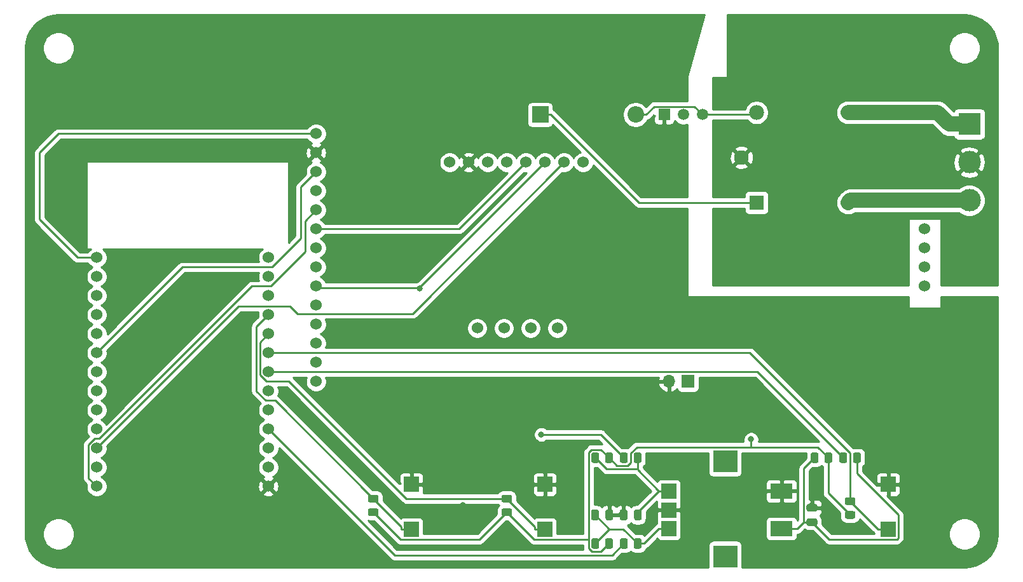
<source format=gbr>
%TF.GenerationSoftware,KiCad,Pcbnew,(5.1.12)-1*%
%TF.CreationDate,2021-12-29T18:15:48+01:00*%
%TF.ProjectId,esp32pcbheater,65737033-3270-4636-9268-65617465722e,rev?*%
%TF.SameCoordinates,Original*%
%TF.FileFunction,Copper,L1,Top*%
%TF.FilePolarity,Positive*%
%FSLAX46Y46*%
G04 Gerber Fmt 4.6, Leading zero omitted, Abs format (unit mm)*
G04 Created by KiCad (PCBNEW (5.1.12)-1) date 2021-12-29 18:15:48*
%MOMM*%
%LPD*%
G01*
G04 APERTURE LIST*
%TA.AperFunction,ComponentPad*%
%ADD10R,2.200000X2.200000*%
%TD*%
%TA.AperFunction,ComponentPad*%
%ADD11O,2.200000X2.200000*%
%TD*%
%TA.AperFunction,ComponentPad*%
%ADD12R,1.700000X1.700000*%
%TD*%
%TA.AperFunction,ComponentPad*%
%ADD13O,1.700000X1.700000*%
%TD*%
%TA.AperFunction,ComponentPad*%
%ADD14R,3.000000X3.000000*%
%TD*%
%TA.AperFunction,ComponentPad*%
%ADD15C,3.000000*%
%TD*%
%TA.AperFunction,ComponentPad*%
%ADD16R,1.980000X1.980000*%
%TD*%
%TA.AperFunction,ComponentPad*%
%ADD17C,1.935000*%
%TD*%
%TA.AperFunction,ComponentPad*%
%ADD18C,1.980000*%
%TD*%
%TA.AperFunction,ComponentPad*%
%ADD19C,1.500000*%
%TD*%
%TA.AperFunction,ComponentPad*%
%ADD20R,1.500000X1.500000*%
%TD*%
%TA.AperFunction,SMDPad,CuDef*%
%ADD21R,3.000000X2.000000*%
%TD*%
%TA.AperFunction,SMDPad,CuDef*%
%ADD22R,3.200000X3.000000*%
%TD*%
%TA.AperFunction,SMDPad,CuDef*%
%ADD23R,2.000000X2.000000*%
%TD*%
%TA.AperFunction,ComponentPad*%
%ADD24C,1.524000*%
%TD*%
%TA.AperFunction,ViaPad*%
%ADD25C,0.800000*%
%TD*%
%TA.AperFunction,Conductor*%
%ADD26C,0.250000*%
%TD*%
%TA.AperFunction,Conductor*%
%ADD27C,2.000000*%
%TD*%
%TA.AperFunction,Conductor*%
%ADD28C,0.254000*%
%TD*%
%TA.AperFunction,Conductor*%
%ADD29C,0.100000*%
%TD*%
G04 APERTURE END LIST*
%TO.P,C1,2*%
%TO.N,Net-(C1-Pad2)*%
%TA.AperFunction,SMDPad,CuDef*%
G36*
G01*
X109670000Y-108425000D02*
X109670000Y-107475000D01*
G75*
G02*
X109920000Y-107225000I250000J0D01*
G01*
X110420000Y-107225000D01*
G75*
G02*
X110670000Y-107475000I0J-250000D01*
G01*
X110670000Y-108425000D01*
G75*
G02*
X110420000Y-108675000I-250000J0D01*
G01*
X109920000Y-108675000D01*
G75*
G02*
X109670000Y-108425000I0J250000D01*
G01*
G37*
%TD.AperFunction*%
%TO.P,C1,1*%
%TO.N,GND*%
%TA.AperFunction,SMDPad,CuDef*%
G36*
G01*
X107770000Y-108425000D02*
X107770000Y-107475000D01*
G75*
G02*
X108020000Y-107225000I250000J0D01*
G01*
X108520000Y-107225000D01*
G75*
G02*
X108770000Y-107475000I0J-250000D01*
G01*
X108770000Y-108425000D01*
G75*
G02*
X108520000Y-108675000I-250000J0D01*
G01*
X108020000Y-108675000D01*
G75*
G02*
X107770000Y-108425000I0J250000D01*
G01*
G37*
%TD.AperFunction*%
%TD*%
%TO.P,C2,1*%
%TO.N,Net-(C2-Pad1)*%
%TA.AperFunction,SMDPad,CuDef*%
G36*
G01*
X103960000Y-108425000D02*
X103960000Y-107475000D01*
G75*
G02*
X104210000Y-107225000I250000J0D01*
G01*
X104710000Y-107225000D01*
G75*
G02*
X104960000Y-107475000I0J-250000D01*
G01*
X104960000Y-108425000D01*
G75*
G02*
X104710000Y-108675000I-250000J0D01*
G01*
X104210000Y-108675000D01*
G75*
G02*
X103960000Y-108425000I0J250000D01*
G01*
G37*
%TD.AperFunction*%
%TO.P,C2,2*%
%TO.N,GND*%
%TA.AperFunction,SMDPad,CuDef*%
G36*
G01*
X105860000Y-108425000D02*
X105860000Y-107475000D01*
G75*
G02*
X106110000Y-107225000I250000J0D01*
G01*
X106610000Y-107225000D01*
G75*
G02*
X106860000Y-107475000I0J-250000D01*
G01*
X106860000Y-108425000D01*
G75*
G02*
X106610000Y-108675000I-250000J0D01*
G01*
X106110000Y-108675000D01*
G75*
G02*
X105860000Y-108425000I0J250000D01*
G01*
G37*
%TD.AperFunction*%
%TD*%
%TO.P,C3,1*%
%TO.N,GND*%
%TA.AperFunction,SMDPad,CuDef*%
G36*
G01*
X132875000Y-106500000D02*
X133825000Y-106500000D01*
G75*
G02*
X134075000Y-106750000I0J-250000D01*
G01*
X134075000Y-107250000D01*
G75*
G02*
X133825000Y-107500000I-250000J0D01*
G01*
X132875000Y-107500000D01*
G75*
G02*
X132625000Y-107250000I0J250000D01*
G01*
X132625000Y-106750000D01*
G75*
G02*
X132875000Y-106500000I250000J0D01*
G01*
G37*
%TD.AperFunction*%
%TO.P,C3,2*%
%TO.N,Net-(C3-Pad2)*%
%TA.AperFunction,SMDPad,CuDef*%
G36*
G01*
X132875000Y-108400000D02*
X133825000Y-108400000D01*
G75*
G02*
X134075000Y-108650000I0J-250000D01*
G01*
X134075000Y-109150000D01*
G75*
G02*
X133825000Y-109400000I-250000J0D01*
G01*
X132875000Y-109400000D01*
G75*
G02*
X132625000Y-109150000I0J250000D01*
G01*
X132625000Y-108650000D01*
G75*
G02*
X132875000Y-108400000I250000J0D01*
G01*
G37*
%TD.AperFunction*%
%TD*%
D10*
%TO.P,D1,1*%
%TO.N,+3V3*%
X97155000Y-54610000D03*
D11*
%TO.P,D1,2*%
%TO.N,Net-(D1-Pad2)*%
X109855000Y-54610000D03*
%TD*%
D12*
%TO.P,J2,1*%
%TO.N,/BUZZ*%
X116840000Y-90170000D03*
D13*
%TO.P,J2,2*%
%TO.N,GND*%
X114300000Y-90170000D03*
%TD*%
D14*
%TO.P,J7,1*%
%TO.N,Net-(J7-Pad1)*%
X154305000Y-55880000D03*
D15*
%TO.P,J7,2*%
%TO.N,Net-(J7-Pad2)*%
X154305000Y-60960000D03*
%TO.P,J7,3*%
%TO.N,Net-(J7-Pad3)*%
X154305000Y-66040000D03*
%TD*%
D16*
%TO.P,K1,1*%
%TO.N,+3V3*%
X125980000Y-66325000D03*
D17*
%TO.P,K1,5*%
%TO.N,Net-(J7-Pad2)*%
X123980000Y-60325000D03*
D18*
%TO.P,K1,4*%
%TO.N,Net-(D1-Pad2)*%
X125980000Y-54325000D03*
%TO.P,K1,3*%
%TO.N,Net-(J7-Pad1)*%
X138180000Y-54325000D03*
%TO.P,K1,2*%
%TO.N,Net-(J7-Pad3)*%
X138180000Y-66325000D03*
%TD*%
D19*
%TO.P,Q1,2*%
%TO.N,Net-(Q1-Pad2)*%
X116205000Y-54610000D03*
%TO.P,Q1,3*%
%TO.N,Net-(D1-Pad2)*%
X118745000Y-54610000D03*
D20*
%TO.P,Q1,1*%
%TO.N,GND*%
X113665000Y-54610000D03*
%TD*%
%TO.P,R1,2*%
%TO.N,/BUT1*%
%TA.AperFunction,SMDPad,CuDef*%
G36*
G01*
X75380001Y-106280000D02*
X74479999Y-106280000D01*
G75*
G02*
X74230000Y-106030001I0J249999D01*
G01*
X74230000Y-105504999D01*
G75*
G02*
X74479999Y-105255000I249999J0D01*
G01*
X75380001Y-105255000D01*
G75*
G02*
X75630000Y-105504999I0J-249999D01*
G01*
X75630000Y-106030001D01*
G75*
G02*
X75380001Y-106280000I-249999J0D01*
G01*
G37*
%TD.AperFunction*%
%TO.P,R1,1*%
%TO.N,+3V3*%
%TA.AperFunction,SMDPad,CuDef*%
G36*
G01*
X75380001Y-108105000D02*
X74479999Y-108105000D01*
G75*
G02*
X74230000Y-107855001I0J249999D01*
G01*
X74230000Y-107329999D01*
G75*
G02*
X74479999Y-107080000I249999J0D01*
G01*
X75380001Y-107080000D01*
G75*
G02*
X75630000Y-107329999I0J-249999D01*
G01*
X75630000Y-107855001D01*
G75*
G02*
X75380001Y-108105000I-249999J0D01*
G01*
G37*
%TD.AperFunction*%
%TD*%
%TO.P,R2,2*%
%TO.N,/BUT2*%
%TA.AperFunction,SMDPad,CuDef*%
G36*
G01*
X93160001Y-106280000D02*
X92259999Y-106280000D01*
G75*
G02*
X92010000Y-106030001I0J249999D01*
G01*
X92010000Y-105504999D01*
G75*
G02*
X92259999Y-105255000I249999J0D01*
G01*
X93160001Y-105255000D01*
G75*
G02*
X93410000Y-105504999I0J-249999D01*
G01*
X93410000Y-106030001D01*
G75*
G02*
X93160001Y-106280000I-249999J0D01*
G01*
G37*
%TD.AperFunction*%
%TO.P,R2,1*%
%TO.N,+3V3*%
%TA.AperFunction,SMDPad,CuDef*%
G36*
G01*
X93160001Y-108105000D02*
X92259999Y-108105000D01*
G75*
G02*
X92010000Y-107855001I0J249999D01*
G01*
X92010000Y-107329999D01*
G75*
G02*
X92259999Y-107080000I249999J0D01*
G01*
X93160001Y-107080000D01*
G75*
G02*
X93410000Y-107329999I0J-249999D01*
G01*
X93410000Y-107855001D01*
G75*
G02*
X93160001Y-108105000I-249999J0D01*
G01*
G37*
%TD.AperFunction*%
%TD*%
%TO.P,R3,1*%
%TO.N,+3V3*%
%TA.AperFunction,SMDPad,CuDef*%
G36*
G01*
X138880001Y-108463000D02*
X137979999Y-108463000D01*
G75*
G02*
X137730000Y-108213001I0J249999D01*
G01*
X137730000Y-107687999D01*
G75*
G02*
X137979999Y-107438000I249999J0D01*
G01*
X138880001Y-107438000D01*
G75*
G02*
X139130000Y-107687999I0J-249999D01*
G01*
X139130000Y-108213001D01*
G75*
G02*
X138880001Y-108463000I-249999J0D01*
G01*
G37*
%TD.AperFunction*%
%TO.P,R3,2*%
%TO.N,/BUT3*%
%TA.AperFunction,SMDPad,CuDef*%
G36*
G01*
X138880001Y-106638000D02*
X137979999Y-106638000D01*
G75*
G02*
X137730000Y-106388001I0J249999D01*
G01*
X137730000Y-105862999D01*
G75*
G02*
X137979999Y-105613000I249999J0D01*
G01*
X138880001Y-105613000D01*
G75*
G02*
X139130000Y-105862999I0J-249999D01*
G01*
X139130000Y-106388001D01*
G75*
G02*
X138880001Y-106638000I-249999J0D01*
G01*
G37*
%TD.AperFunction*%
%TD*%
%TO.P,R4,1*%
%TO.N,/RIGHT*%
%TA.AperFunction,SMDPad,CuDef*%
G36*
G01*
X107795000Y-112210001D02*
X107795000Y-111309999D01*
G75*
G02*
X108044999Y-111060000I249999J0D01*
G01*
X108570001Y-111060000D01*
G75*
G02*
X108820000Y-111309999I0J-249999D01*
G01*
X108820000Y-112210001D01*
G75*
G02*
X108570001Y-112460000I-249999J0D01*
G01*
X108044999Y-112460000D01*
G75*
G02*
X107795000Y-112210001I0J249999D01*
G01*
G37*
%TD.AperFunction*%
%TO.P,R4,2*%
%TO.N,Net-(C2-Pad1)*%
%TA.AperFunction,SMDPad,CuDef*%
G36*
G01*
X109620000Y-112210001D02*
X109620000Y-111309999D01*
G75*
G02*
X109869999Y-111060000I249999J0D01*
G01*
X110395001Y-111060000D01*
G75*
G02*
X110645000Y-111309999I0J-249999D01*
G01*
X110645000Y-112210001D01*
G75*
G02*
X110395001Y-112460000I-249999J0D01*
G01*
X109869999Y-112460000D01*
G75*
G02*
X109620000Y-112210001I0J249999D01*
G01*
G37*
%TD.AperFunction*%
%TD*%
%TO.P,R5,1*%
%TO.N,/LEFT*%
%TA.AperFunction,SMDPad,CuDef*%
G36*
G01*
X107795000Y-100780001D02*
X107795000Y-99879999D01*
G75*
G02*
X108044999Y-99630000I249999J0D01*
G01*
X108570001Y-99630000D01*
G75*
G02*
X108820000Y-99879999I0J-249999D01*
G01*
X108820000Y-100780001D01*
G75*
G02*
X108570001Y-101030000I-249999J0D01*
G01*
X108044999Y-101030000D01*
G75*
G02*
X107795000Y-100780001I0J249999D01*
G01*
G37*
%TD.AperFunction*%
%TO.P,R5,2*%
%TO.N,Net-(C1-Pad2)*%
%TA.AperFunction,SMDPad,CuDef*%
G36*
G01*
X109620000Y-100780001D02*
X109620000Y-99879999D01*
G75*
G02*
X109869999Y-99630000I249999J0D01*
G01*
X110395001Y-99630000D01*
G75*
G02*
X110645000Y-99879999I0J-249999D01*
G01*
X110645000Y-100780001D01*
G75*
G02*
X110395001Y-101030000I-249999J0D01*
G01*
X109869999Y-101030000D01*
G75*
G02*
X109620000Y-100780001I0J249999D01*
G01*
G37*
%TD.AperFunction*%
%TD*%
%TO.P,R6,2*%
%TO.N,+3V3*%
%TA.AperFunction,SMDPad,CuDef*%
G36*
G01*
X105810000Y-112210001D02*
X105810000Y-111309999D01*
G75*
G02*
X106059999Y-111060000I249999J0D01*
G01*
X106585001Y-111060000D01*
G75*
G02*
X106835000Y-111309999I0J-249999D01*
G01*
X106835000Y-112210001D01*
G75*
G02*
X106585001Y-112460000I-249999J0D01*
G01*
X106059999Y-112460000D01*
G75*
G02*
X105810000Y-112210001I0J249999D01*
G01*
G37*
%TD.AperFunction*%
%TO.P,R6,1*%
%TO.N,Net-(C2-Pad1)*%
%TA.AperFunction,SMDPad,CuDef*%
G36*
G01*
X103985000Y-112210001D02*
X103985000Y-111309999D01*
G75*
G02*
X104234999Y-111060000I249999J0D01*
G01*
X104760001Y-111060000D01*
G75*
G02*
X105010000Y-111309999I0J-249999D01*
G01*
X105010000Y-112210001D01*
G75*
G02*
X104760001Y-112460000I-249999J0D01*
G01*
X104234999Y-112460000D01*
G75*
G02*
X103985000Y-112210001I0J249999D01*
G01*
G37*
%TD.AperFunction*%
%TD*%
%TO.P,R7,2*%
%TO.N,+3V3*%
%TA.AperFunction,SMDPad,CuDef*%
G36*
G01*
X105810000Y-100780001D02*
X105810000Y-99879999D01*
G75*
G02*
X106059999Y-99630000I249999J0D01*
G01*
X106585001Y-99630000D01*
G75*
G02*
X106835000Y-99879999I0J-249999D01*
G01*
X106835000Y-100780001D01*
G75*
G02*
X106585001Y-101030000I-249999J0D01*
G01*
X106059999Y-101030000D01*
G75*
G02*
X105810000Y-100780001I0J249999D01*
G01*
G37*
%TD.AperFunction*%
%TO.P,R7,1*%
%TO.N,Net-(C1-Pad2)*%
%TA.AperFunction,SMDPad,CuDef*%
G36*
G01*
X103985000Y-100780001D02*
X103985000Y-99879999D01*
G75*
G02*
X104234999Y-99630000I249999J0D01*
G01*
X104760001Y-99630000D01*
G75*
G02*
X105010000Y-99879999I0J-249999D01*
G01*
X105010000Y-100780001D01*
G75*
G02*
X104760001Y-101030000I-249999J0D01*
G01*
X104234999Y-101030000D01*
G75*
G02*
X103985000Y-100780001I0J249999D01*
G01*
G37*
%TD.AperFunction*%
%TD*%
%TO.P,R9,1*%
%TO.N,Net-(C3-Pad2)*%
%TA.AperFunction,SMDPad,CuDef*%
G36*
G01*
X133195000Y-100780001D02*
X133195000Y-99879999D01*
G75*
G02*
X133444999Y-99630000I249999J0D01*
G01*
X133970001Y-99630000D01*
G75*
G02*
X134220000Y-99879999I0J-249999D01*
G01*
X134220000Y-100780001D01*
G75*
G02*
X133970001Y-101030000I-249999J0D01*
G01*
X133444999Y-101030000D01*
G75*
G02*
X133195000Y-100780001I0J249999D01*
G01*
G37*
%TD.AperFunction*%
%TO.P,R9,2*%
%TO.N,+3V3*%
%TA.AperFunction,SMDPad,CuDef*%
G36*
G01*
X135020000Y-100780001D02*
X135020000Y-99879999D01*
G75*
G02*
X135269999Y-99630000I249999J0D01*
G01*
X135795001Y-99630000D01*
G75*
G02*
X136045000Y-99879999I0J-249999D01*
G01*
X136045000Y-100780001D01*
G75*
G02*
X135795001Y-101030000I-249999J0D01*
G01*
X135269999Y-101030000D01*
G75*
G02*
X135020000Y-100780001I0J249999D01*
G01*
G37*
%TD.AperFunction*%
%TD*%
%TO.P,R11,2*%
%TO.N,Net-(C3-Pad2)*%
%TA.AperFunction,SMDPad,CuDef*%
G36*
G01*
X138830000Y-100780001D02*
X138830000Y-99879999D01*
G75*
G02*
X139079999Y-99630000I249999J0D01*
G01*
X139605001Y-99630000D01*
G75*
G02*
X139855000Y-99879999I0J-249999D01*
G01*
X139855000Y-100780001D01*
G75*
G02*
X139605001Y-101030000I-249999J0D01*
G01*
X139079999Y-101030000D01*
G75*
G02*
X138830000Y-100780001I0J249999D01*
G01*
G37*
%TD.AperFunction*%
%TO.P,R11,1*%
%TO.N,/BUT4*%
%TA.AperFunction,SMDPad,CuDef*%
G36*
G01*
X137005000Y-100780001D02*
X137005000Y-99879999D01*
G75*
G02*
X137254999Y-99630000I249999J0D01*
G01*
X137780001Y-99630000D01*
G75*
G02*
X138030000Y-99879999I0J-249999D01*
G01*
X138030000Y-100780001D01*
G75*
G02*
X137780001Y-101030000I-249999J0D01*
G01*
X137254999Y-101030000D01*
G75*
G02*
X137005000Y-100780001I0J249999D01*
G01*
G37*
%TD.AperFunction*%
%TD*%
D21*
%TO.P,SW4,S1*%
%TO.N,Net-(C3-Pad2)*%
X129300000Y-109775000D03*
%TO.P,SW4,S2*%
%TO.N,GND*%
X129300000Y-104775000D03*
D22*
%TO.P,SW4,MP*%
%TO.N,N/C*%
X121800000Y-113475000D03*
X121800000Y-100775000D03*
D23*
%TO.P,SW4,B*%
%TO.N,Net-(C2-Pad1)*%
X114300000Y-109775000D03*
%TO.P,SW4,C*%
%TO.N,GND*%
X114300000Y-107275000D03*
%TO.P,SW4,A*%
%TO.N,Net-(C1-Pad2)*%
X114300000Y-104775000D03*
%TD*%
D24*
%TO.P,U1,1*%
%TO.N,+3V3*%
X67310000Y-57150000D03*
%TO.P,U1,2*%
%TO.N,GND*%
X67310000Y-59690000D03*
%TO.P,U1,3*%
%TO.N,/CS*%
X67310000Y-62230000D03*
%TO.P,U1,4*%
%TO.N,/RESETT*%
X67310000Y-64770000D03*
%TO.P,U1,5*%
%TO.N,/DCD*%
X67310000Y-67310000D03*
%TO.P,U1,6*%
%TO.N,/MOSI*%
X67310000Y-69850000D03*
%TO.P,U1,7*%
%TO.N,/SCK*%
X67310000Y-72390000D03*
%TO.P,U1,8*%
%TO.N,+3V3*%
X67310000Y-74930000D03*
%TO.P,U1,9*%
%TO.N,/MISO*%
X67310000Y-77470000D03*
%TO.P,U1,10*%
%TO.N,Net-(J6-Pad1)*%
X67310000Y-80010000D03*
%TO.P,U1,11*%
%TO.N,Net-(J1-Pad1)*%
X67310000Y-82550000D03*
%TO.P,U1,12*%
%TO.N,Net-(J3-Pad1)*%
X67310000Y-85090000D03*
%TO.P,U1,13*%
%TO.N,Net-(J4-Pad1)*%
X67310000Y-87630000D03*
%TO.P,U1,14*%
%TO.N,Net-(J5-Pad1)*%
X67310000Y-90170000D03*
%TO.P,U1,15*%
%TO.N,N/C*%
X148336000Y-69850000D03*
%TO.P,U1,16*%
X148336000Y-72390000D03*
%TO.P,U1,17*%
X148336000Y-74930000D03*
%TO.P,U1,18*%
X148336000Y-77470000D03*
%TD*%
%TO.P,U2,1*%
%TO.N,N/C*%
X60960000Y-73660000D03*
%TO.P,U2,2*%
X60960000Y-76200000D03*
%TO.P,U2,3*%
X60960000Y-78740000D03*
%TO.P,U2,4*%
%TO.N,/BUT1*%
X60960000Y-81280000D03*
%TO.P,U2,5*%
%TO.N,/BUT2*%
X60960000Y-83820000D03*
%TO.P,U2,6*%
%TO.N,/BUT3*%
X60960000Y-86360000D03*
%TO.P,U2,7*%
%TO.N,/BUT4*%
X60960000Y-88900000D03*
%TO.P,U2,8*%
%TO.N,/TOUCH_CS*%
X60960000Y-91440000D03*
%TO.P,U2,9*%
%TO.N,/LEFT*%
X60960000Y-93980000D03*
%TO.P,U2,10*%
%TO.N,/RIGHT*%
X60960000Y-96520000D03*
%TO.P,U2,11*%
%TO.N,/BUZZ*%
X60960000Y-99060000D03*
%TO.P,U2,12*%
%TO.N,/RESETT*%
X60960000Y-101600000D03*
%TO.P,U2,13*%
%TO.N,GND*%
X60960000Y-104140000D03*
%TO.P,U2,14*%
%TO.N,+3V3*%
X38100000Y-73660000D03*
%TO.P,U2,15*%
%TO.N,N/C*%
X38100000Y-76200000D03*
%TO.P,U2,16*%
%TO.N,/MISO*%
X38100000Y-78740000D03*
%TO.P,U2,17*%
%TO.N,/MOSI*%
X38100000Y-81280000D03*
%TO.P,U2,18*%
%TO.N,/SCK*%
X38100000Y-83820000D03*
%TO.P,U2,19*%
%TO.N,/CS*%
X38100000Y-86360000D03*
%TO.P,U2,20*%
%TO.N,N/C*%
X38100000Y-88900000D03*
%TO.P,U2,21*%
X38100000Y-91440000D03*
%TO.P,U2,22*%
%TO.N,/TIRQ*%
X38100000Y-93980000D03*
%TO.P,U2,23*%
%TO.N,N/C*%
X38100000Y-96520000D03*
%TO.P,U2,24*%
%TO.N,/CSTEMP*%
X38100000Y-99060000D03*
%TO.P,U2,25*%
%TO.N,/IO15*%
X38100000Y-101600000D03*
%TO.P,U2,26*%
%TO.N,/DCD*%
X38100000Y-104140000D03*
%TD*%
%TO.P,U3,1*%
%TO.N,+3V3*%
X85090000Y-60960000D03*
%TO.P,U3,2*%
%TO.N,GND*%
X87630000Y-60960000D03*
%TO.P,U3,3*%
%TO.N,Net-(JP1-Pad1)*%
X90170000Y-60960000D03*
%TO.P,U3,4*%
%TO.N,/SCK*%
X92710000Y-60960000D03*
%TO.P,U3,5*%
%TO.N,/MOSI*%
X95250000Y-60960000D03*
%TO.P,U3,6*%
%TO.N,/MISO*%
X97790000Y-60960000D03*
%TO.P,U3,7*%
%TO.N,/CSTEMP*%
X100330000Y-60960000D03*
%TO.P,U3,8*%
%TO.N,N/C*%
X102870000Y-60960000D03*
%TO.P,U3,~*%
X88773000Y-83058000D03*
X92329000Y-83058000D03*
X95885000Y-83058000D03*
X99441000Y-83058000D03*
%TD*%
D23*
%TO.P,SW1,2*%
%TO.N,/BUT1*%
X80010000Y-109875000D03*
%TO.P,SW1,1*%
%TO.N,GND*%
X80010000Y-103875000D03*
%TD*%
%TO.P,SW2,1*%
%TO.N,GND*%
X97790000Y-103875000D03*
%TO.P,SW2,2*%
%TO.N,/BUT2*%
X97790000Y-109875000D03*
%TD*%
%TO.P,SW3,2*%
%TO.N,/BUT3*%
X143510000Y-109875000D03*
%TO.P,SW3,1*%
%TO.N,GND*%
X143510000Y-103875000D03*
%TD*%
D25*
%TO.N,GND*%
X133350000Y-106680000D03*
X129540000Y-104140000D03*
X107950000Y-107950000D03*
X114300000Y-107950000D03*
X79248000Y-71628000D03*
X55372000Y-84328000D03*
X42164000Y-86868000D03*
X46736000Y-79756000D03*
X41656000Y-79248000D03*
X86868000Y-104140000D03*
X86868000Y-106680000D03*
X92964000Y-110744000D03*
%TO.N,+3V3*%
X125245000Y-97875600D03*
%TO.N,/MISO*%
X81136500Y-77805600D03*
%TO.N,/LEFT*%
X97315000Y-97237800D03*
%TD*%
D26*
%TO.N,Net-(C1-Pad2)*%
X110132500Y-101841900D02*
X110132500Y-100330000D01*
X112974700Y-104775000D02*
X110132500Y-101932800D01*
X110132500Y-101932800D02*
X110132500Y-101841900D01*
X110132500Y-101841900D02*
X106009400Y-101841900D01*
X106009400Y-101841900D02*
X104497500Y-100330000D01*
X112974700Y-104775000D02*
X110170000Y-107579700D01*
X110170000Y-107579700D02*
X110170000Y-107950000D01*
X114300000Y-104775000D02*
X112974700Y-104775000D01*
%TO.N,Net-(C2-Pad1)*%
X114300000Y-109775000D02*
X112974700Y-109775000D01*
X112974700Y-109775000D02*
X110989700Y-111760000D01*
X110989700Y-111760000D02*
X110132500Y-111760000D01*
X106334700Y-109860300D02*
X106334700Y-109824700D01*
X106334700Y-109824700D02*
X104460000Y-107950000D01*
X104497500Y-111760000D02*
X104497500Y-111697500D01*
X104497500Y-111697500D02*
X106334700Y-109860300D01*
X110132500Y-111760000D02*
X108232800Y-109860300D01*
X108232800Y-109860300D02*
X106334700Y-109860300D01*
%TO.N,Net-(C3-Pad2)*%
X133350000Y-108900000D02*
X135650400Y-111200400D01*
X135650400Y-111200400D02*
X144656400Y-111200400D01*
X144656400Y-111200400D02*
X144835400Y-111021400D01*
X144835400Y-111021400D02*
X144835400Y-107937400D01*
X144835400Y-107937400D02*
X139342500Y-102444500D01*
X139342500Y-102444500D02*
X139342500Y-100330000D01*
X132281700Y-108900000D02*
X133350000Y-108900000D01*
X132281700Y-108900000D02*
X132281700Y-101755800D01*
X132281700Y-101755800D02*
X133707500Y-100330000D01*
X129300000Y-109775000D02*
X131406700Y-109775000D01*
X131406700Y-109775000D02*
X132281700Y-108900000D01*
%TO.N,+3V3*%
X125245000Y-98904400D02*
X110031400Y-98904400D01*
X110031400Y-98904400D02*
X109220000Y-99715800D01*
X109220000Y-99715800D02*
X109220000Y-100959500D01*
X109220000Y-100959500D02*
X108805600Y-101373900D01*
X108805600Y-101373900D02*
X107366400Y-101373900D01*
X107366400Y-101373900D02*
X106322500Y-100330000D01*
X135532500Y-100330000D02*
X134106900Y-98904400D01*
X134106900Y-98904400D02*
X125245000Y-98904400D01*
X125245000Y-97875600D02*
X125245000Y-98904400D01*
X138430000Y-107950500D02*
X135532500Y-105053000D01*
X135532500Y-105053000D02*
X135532500Y-100330000D01*
X125980000Y-66325000D02*
X124664700Y-66325000D01*
X103619000Y-111220500D02*
X103619000Y-99642600D01*
X103619000Y-99642600D02*
X104006700Y-99254900D01*
X104006700Y-99254900D02*
X105247400Y-99254900D01*
X105247400Y-99254900D02*
X106322500Y-100330000D01*
X106322500Y-111760000D02*
X105248300Y-112834200D01*
X105248300Y-112834200D02*
X104022400Y-112834200D01*
X104022400Y-112834200D02*
X103619000Y-112430800D01*
X103619000Y-112430800D02*
X103619000Y-111220500D01*
X103619000Y-111220500D02*
X96338000Y-111220500D01*
X96338000Y-111220500D02*
X92710000Y-107592500D01*
X74930000Y-107592500D02*
X78537900Y-111200400D01*
X78537900Y-111200400D02*
X89102100Y-111200400D01*
X89102100Y-111200400D02*
X92710000Y-107592500D01*
X37565500Y-73660000D02*
X38100000Y-73660000D01*
X97155000Y-54610000D02*
X98580300Y-54610000D01*
X124664700Y-66325000D02*
X110295300Y-66325000D01*
X110295300Y-66325000D02*
X98580300Y-54610000D01*
X35560000Y-73660000D02*
X38100000Y-73660000D01*
X30480000Y-68580000D02*
X35560000Y-73660000D01*
X30480000Y-59690000D02*
X30480000Y-68580000D01*
X33020000Y-57150000D02*
X30480000Y-59690000D01*
X67310000Y-57150000D02*
X33020000Y-57150000D01*
%TO.N,Net-(D1-Pad2)*%
X118745000Y-54610000D02*
X117669700Y-53534700D01*
X117669700Y-53534700D02*
X112355600Y-53534700D01*
X112355600Y-53534700D02*
X111280300Y-54610000D01*
X125980000Y-54325000D02*
X125695000Y-54610000D01*
X125695000Y-54610000D02*
X118745000Y-54610000D01*
X109855000Y-54610000D02*
X111280300Y-54610000D01*
%TO.N,/MOSI*%
X95250000Y-60960000D02*
X86360000Y-69850000D01*
X86360000Y-69850000D02*
X67310000Y-69850000D01*
%TO.N,/MISO*%
X81062800Y-77687200D02*
X97790000Y-60960000D01*
X67310000Y-77470000D02*
X67527200Y-77687200D01*
X67527200Y-77687200D02*
X81062800Y-77687200D01*
X81062800Y-77687200D02*
X81062800Y-77731900D01*
X81062800Y-77731900D02*
X81136500Y-77805600D01*
D27*
%TO.N,Net-(J7-Pad1)*%
X154305000Y-55880000D02*
X151604700Y-55880000D01*
X138180000Y-54325000D02*
X150049700Y-54325000D01*
X150049700Y-54325000D02*
X151604700Y-55880000D01*
%TO.N,Net-(J7-Pad3)*%
X138180000Y-66325000D02*
X138465000Y-66040000D01*
X138465000Y-66040000D02*
X154305000Y-66040000D01*
D26*
%TO.N,/BUT1*%
X74930000Y-105767500D02*
X61872500Y-92710000D01*
X61872500Y-92710000D02*
X60622500Y-92710000D01*
X60622500Y-92710000D02*
X59381400Y-91468900D01*
X59381400Y-91468900D02*
X59381400Y-82858600D01*
X59381400Y-82858600D02*
X60960000Y-81280000D01*
X78684700Y-109875000D02*
X78684700Y-109522200D01*
X78684700Y-109522200D02*
X74930000Y-105767500D01*
X80010000Y-109875000D02*
X78684700Y-109875000D01*
%TO.N,/BUT2*%
X92710000Y-105767500D02*
X79303800Y-105767500D01*
X79303800Y-105767500D02*
X63706300Y-90170000D01*
X63706300Y-90170000D02*
X60688700Y-90170000D01*
X60688700Y-90170000D02*
X59831800Y-89313100D01*
X59831800Y-89313100D02*
X59831800Y-84948200D01*
X59831800Y-84948200D02*
X60960000Y-83820000D01*
X96464700Y-109875000D02*
X96464700Y-109522200D01*
X96464700Y-109522200D02*
X92710000Y-105767500D01*
X97790000Y-109875000D02*
X96464700Y-109875000D01*
%TO.N,/BUT3*%
X138430000Y-106125500D02*
X138430000Y-99697700D01*
X138430000Y-99697700D02*
X125092300Y-86360000D01*
X125092300Y-86360000D02*
X60960000Y-86360000D01*
X143510000Y-109875000D02*
X142179500Y-109875000D01*
X142179500Y-109875000D02*
X138430000Y-106125500D01*
%TO.N,/RIGHT*%
X60960000Y-96520000D02*
X77773800Y-113333800D01*
X77773800Y-113333800D02*
X106733700Y-113333800D01*
X106733700Y-113333800D02*
X108307500Y-111760000D01*
%TO.N,/LEFT*%
X97315000Y-97237800D02*
X105215300Y-97237800D01*
X105215300Y-97237800D02*
X108307500Y-100330000D01*
%TO.N,/BUT4*%
X60960000Y-88900000D02*
X126087500Y-88900000D01*
X126087500Y-88900000D02*
X137517500Y-100330000D01*
%TO.N,/CS*%
X38100000Y-86360000D02*
X49530000Y-74930000D01*
X49530000Y-74930000D02*
X61426200Y-74930000D01*
X61426200Y-74930000D02*
X65276500Y-71079700D01*
X65276500Y-71079700D02*
X65276500Y-64263500D01*
X65276500Y-64263500D02*
X67310000Y-62230000D01*
%TO.N,/DCD*%
X38100000Y-104140000D02*
X37005400Y-103045400D01*
X37005400Y-103045400D02*
X37005400Y-98592100D01*
X37005400Y-98592100D02*
X37807500Y-97790000D01*
X37807500Y-97790000D02*
X38459600Y-97790000D01*
X38459600Y-97790000D02*
X58779600Y-77470000D01*
X58779600Y-77470000D02*
X61273500Y-77470000D01*
X61273500Y-77470000D02*
X65857400Y-72886100D01*
X65857400Y-72886100D02*
X65857400Y-68762600D01*
X65857400Y-68762600D02*
X67310000Y-67310000D01*
%TO.N,/CSTEMP*%
X100330000Y-60960000D02*
X80175800Y-81114200D01*
X80175800Y-81114200D02*
X64810500Y-81114200D01*
X64810500Y-81114200D02*
X63844300Y-80148000D01*
X63844300Y-80148000D02*
X57012000Y-80148000D01*
X57012000Y-80148000D02*
X38100000Y-99060000D01*
%TD*%
D28*
%TO.N,Net-(J7-Pad2)*%
X154452249Y-41372437D02*
X155209774Y-41579672D01*
X155918625Y-41917777D01*
X156556404Y-42376067D01*
X157102946Y-42940055D01*
X157540977Y-43591913D01*
X157856651Y-44311038D01*
X158041206Y-45079768D01*
X158090001Y-45744221D01*
X158090001Y-77343000D01*
X150495000Y-77343000D01*
X150495000Y-68580000D01*
X150492560Y-68555224D01*
X150485333Y-68531399D01*
X150473597Y-68509443D01*
X150457803Y-68490197D01*
X150438557Y-68474403D01*
X150416601Y-68462667D01*
X150392776Y-68455440D01*
X150368000Y-68453000D01*
X146304000Y-68453000D01*
X146279224Y-68455440D01*
X146255399Y-68462667D01*
X146233443Y-68474403D01*
X146214197Y-68490197D01*
X146198403Y-68509443D01*
X146186667Y-68531399D01*
X146179440Y-68555224D01*
X146177000Y-68580000D01*
X146177000Y-77343000D01*
X120142000Y-77343000D01*
X120142000Y-67085000D01*
X124351928Y-67085000D01*
X124351928Y-67315000D01*
X124364188Y-67439482D01*
X124400498Y-67559180D01*
X124459463Y-67669494D01*
X124538815Y-67766185D01*
X124635506Y-67845537D01*
X124745820Y-67904502D01*
X124865518Y-67940812D01*
X124990000Y-67953072D01*
X126970000Y-67953072D01*
X127094482Y-67940812D01*
X127214180Y-67904502D01*
X127324494Y-67845537D01*
X127421185Y-67766185D01*
X127500537Y-67669494D01*
X127559502Y-67559180D01*
X127595812Y-67439482D01*
X127608072Y-67315000D01*
X127608072Y-66325000D01*
X136537089Y-66325000D01*
X136568658Y-66645516D01*
X136662148Y-66953714D01*
X136813970Y-67237752D01*
X137018287Y-67486713D01*
X137267248Y-67691030D01*
X137551286Y-67842852D01*
X137859484Y-67936342D01*
X138180000Y-67967911D01*
X138500516Y-67936342D01*
X138808714Y-67842852D01*
X139092752Y-67691030D01*
X139112285Y-67675000D01*
X152920654Y-67675000D01*
X152944017Y-67698363D01*
X153293698Y-67932012D01*
X153682244Y-68092953D01*
X154094721Y-68175000D01*
X154515279Y-68175000D01*
X154927756Y-68092953D01*
X155316302Y-67932012D01*
X155665983Y-67698363D01*
X155963363Y-67400983D01*
X156197012Y-67051302D01*
X156357953Y-66662756D01*
X156440000Y-66250279D01*
X156440000Y-65829721D01*
X156357953Y-65417244D01*
X156197012Y-65028698D01*
X155963363Y-64679017D01*
X155665983Y-64381637D01*
X155316302Y-64147988D01*
X154927756Y-63987047D01*
X154515279Y-63905000D01*
X154094721Y-63905000D01*
X153682244Y-63987047D01*
X153293698Y-64147988D01*
X152944017Y-64381637D01*
X152920654Y-64405000D01*
X138545322Y-64405000D01*
X138465000Y-64397089D01*
X138384678Y-64405000D01*
X138144484Y-64428657D01*
X137836285Y-64522148D01*
X137552248Y-64673969D01*
X137303286Y-64878286D01*
X137252075Y-64940687D01*
X136967085Y-65225677D01*
X136813970Y-65412248D01*
X136662148Y-65696286D01*
X136568658Y-66004484D01*
X136537089Y-66325000D01*
X127608072Y-66325000D01*
X127608072Y-65335000D01*
X127595812Y-65210518D01*
X127559502Y-65090820D01*
X127500537Y-64980506D01*
X127421185Y-64883815D01*
X127324494Y-64804463D01*
X127214180Y-64745498D01*
X127094482Y-64709188D01*
X126970000Y-64696928D01*
X124990000Y-64696928D01*
X124865518Y-64709188D01*
X124745820Y-64745498D01*
X124635506Y-64804463D01*
X124538815Y-64883815D01*
X124459463Y-64980506D01*
X124400498Y-65090820D01*
X124364188Y-65210518D01*
X124351928Y-65335000D01*
X124351928Y-65565000D01*
X120142000Y-65565000D01*
X120142000Y-62451653D01*
X152992952Y-62451653D01*
X153148962Y-62767214D01*
X153523745Y-62958020D01*
X153928551Y-63072044D01*
X154347824Y-63104902D01*
X154765451Y-63055334D01*
X155165383Y-62925243D01*
X155461038Y-62767214D01*
X155617048Y-62451653D01*
X154305000Y-61139605D01*
X152992952Y-62451653D01*
X120142000Y-62451653D01*
X120142000Y-61437234D01*
X123047371Y-61437234D01*
X123139210Y-61698314D01*
X123423286Y-61835956D01*
X123728756Y-61915533D01*
X124043881Y-61933987D01*
X124356551Y-61890608D01*
X124654751Y-61787063D01*
X124820790Y-61698314D01*
X124912629Y-61437234D01*
X123980000Y-60504605D01*
X123047371Y-61437234D01*
X120142000Y-61437234D01*
X120142000Y-60388881D01*
X122371013Y-60388881D01*
X122414392Y-60701551D01*
X122517937Y-60999751D01*
X122606686Y-61165790D01*
X122867766Y-61257629D01*
X123800395Y-60325000D01*
X124159605Y-60325000D01*
X125092234Y-61257629D01*
X125353314Y-61165790D01*
X125432275Y-61002824D01*
X152160098Y-61002824D01*
X152209666Y-61420451D01*
X152339757Y-61820383D01*
X152497786Y-62116038D01*
X152813347Y-62272048D01*
X154125395Y-60960000D01*
X154484605Y-60960000D01*
X155796653Y-62272048D01*
X156112214Y-62116038D01*
X156303020Y-61741255D01*
X156417044Y-61336449D01*
X156449902Y-60917176D01*
X156400334Y-60499549D01*
X156270243Y-60099617D01*
X156112214Y-59803962D01*
X155796653Y-59647952D01*
X154484605Y-60960000D01*
X154125395Y-60960000D01*
X152813347Y-59647952D01*
X152497786Y-59803962D01*
X152306980Y-60178745D01*
X152192956Y-60583551D01*
X152160098Y-61002824D01*
X125432275Y-61002824D01*
X125490956Y-60881714D01*
X125570533Y-60576244D01*
X125588987Y-60261119D01*
X125545608Y-59948449D01*
X125442063Y-59650249D01*
X125353314Y-59484210D01*
X125308219Y-59468347D01*
X152992952Y-59468347D01*
X154305000Y-60780395D01*
X155617048Y-59468347D01*
X155461038Y-59152786D01*
X155086255Y-58961980D01*
X154681449Y-58847956D01*
X154262176Y-58815098D01*
X153844549Y-58864666D01*
X153444617Y-58994757D01*
X153148962Y-59152786D01*
X152992952Y-59468347D01*
X125308219Y-59468347D01*
X125092234Y-59392371D01*
X124159605Y-60325000D01*
X123800395Y-60325000D01*
X122867766Y-59392371D01*
X122606686Y-59484210D01*
X122469044Y-59768286D01*
X122389467Y-60073756D01*
X122371013Y-60388881D01*
X120142000Y-60388881D01*
X120142000Y-59212766D01*
X123047371Y-59212766D01*
X123980000Y-60145395D01*
X124912629Y-59212766D01*
X124820790Y-58951686D01*
X124536714Y-58814044D01*
X124231244Y-58734467D01*
X123916119Y-58716013D01*
X123603449Y-58759392D01*
X123305249Y-58862937D01*
X123139210Y-58951686D01*
X123047371Y-59212766D01*
X120142000Y-59212766D01*
X120142000Y-55370000D01*
X124726903Y-55370000D01*
X124944123Y-55587220D01*
X125210274Y-55765057D01*
X125506005Y-55887552D01*
X125819951Y-55950000D01*
X126140049Y-55950000D01*
X126453995Y-55887552D01*
X126749726Y-55765057D01*
X127015877Y-55587220D01*
X127242220Y-55360877D01*
X127420057Y-55094726D01*
X127542552Y-54798995D01*
X127605000Y-54485049D01*
X127605000Y-54325000D01*
X136537089Y-54325000D01*
X136568657Y-54645516D01*
X136662148Y-54953715D01*
X136813969Y-55237752D01*
X137018286Y-55486714D01*
X137267248Y-55691031D01*
X137551285Y-55842852D01*
X137859484Y-55936343D01*
X138099678Y-55960000D01*
X149372462Y-55960000D01*
X150391779Y-56979318D01*
X150442986Y-57041714D01*
X150691948Y-57246031D01*
X150975985Y-57397852D01*
X151284184Y-57491343D01*
X151524378Y-57515000D01*
X151524380Y-57515000D01*
X151604699Y-57522911D01*
X151685019Y-57515000D01*
X152182379Y-57515000D01*
X152215498Y-57624180D01*
X152274463Y-57734494D01*
X152353815Y-57831185D01*
X152450506Y-57910537D01*
X152560820Y-57969502D01*
X152680518Y-58005812D01*
X152805000Y-58018072D01*
X155805000Y-58018072D01*
X155929482Y-58005812D01*
X156049180Y-57969502D01*
X156159494Y-57910537D01*
X156256185Y-57831185D01*
X156335537Y-57734494D01*
X156394502Y-57624180D01*
X156430812Y-57504482D01*
X156443072Y-57380000D01*
X156443072Y-54380000D01*
X156430812Y-54255518D01*
X156394502Y-54135820D01*
X156335537Y-54025506D01*
X156256185Y-53928815D01*
X156159494Y-53849463D01*
X156049180Y-53790498D01*
X155929482Y-53754188D01*
X155805000Y-53741928D01*
X152805000Y-53741928D01*
X152680518Y-53754188D01*
X152560820Y-53790498D01*
X152450506Y-53849463D01*
X152353815Y-53928815D01*
X152274463Y-54025506D01*
X152215498Y-54135820D01*
X152205551Y-54168612D01*
X151262625Y-53225686D01*
X151211414Y-53163286D01*
X150962452Y-52958969D01*
X150678415Y-52807148D01*
X150370216Y-52713657D01*
X150130022Y-52690000D01*
X150130019Y-52690000D01*
X150049700Y-52682089D01*
X149969381Y-52690000D01*
X138099678Y-52690000D01*
X137859484Y-52713657D01*
X137551285Y-52807148D01*
X137267248Y-52958969D01*
X137018286Y-53163286D01*
X136813969Y-53412248D01*
X136662148Y-53696285D01*
X136568657Y-54004484D01*
X136537089Y-54325000D01*
X127605000Y-54325000D01*
X127605000Y-54164951D01*
X127542552Y-53851005D01*
X127420057Y-53555274D01*
X127242220Y-53289123D01*
X127015877Y-53062780D01*
X126749726Y-52884943D01*
X126453995Y-52762448D01*
X126140049Y-52700000D01*
X125819951Y-52700000D01*
X125506005Y-52762448D01*
X125210274Y-52884943D01*
X124944123Y-53062780D01*
X124717780Y-53289123D01*
X124539943Y-53555274D01*
X124417864Y-53850000D01*
X120142000Y-53850000D01*
X120142000Y-49657000D01*
X121920000Y-49657000D01*
X121944776Y-49654560D01*
X121968601Y-49647333D01*
X121990557Y-49635597D01*
X122009803Y-49619803D01*
X122025597Y-49600557D01*
X122037333Y-49578601D01*
X122044560Y-49554776D01*
X122047000Y-49530000D01*
X122047000Y-45509721D01*
X151535000Y-45509721D01*
X151535000Y-45930279D01*
X151617047Y-46342756D01*
X151777988Y-46731302D01*
X152011637Y-47080983D01*
X152309017Y-47378363D01*
X152658698Y-47612012D01*
X153047244Y-47772953D01*
X153459721Y-47855000D01*
X153880279Y-47855000D01*
X154292756Y-47772953D01*
X154681302Y-47612012D01*
X155030983Y-47378363D01*
X155328363Y-47080983D01*
X155562012Y-46731302D01*
X155722953Y-46342756D01*
X155805000Y-45930279D01*
X155805000Y-45509721D01*
X155722953Y-45097244D01*
X155562012Y-44708698D01*
X155328363Y-44359017D01*
X155030983Y-44061637D01*
X154681302Y-43827988D01*
X154292756Y-43667047D01*
X153880279Y-43585000D01*
X153459721Y-43585000D01*
X153047244Y-43667047D01*
X152658698Y-43827988D01*
X152309017Y-44061637D01*
X152011637Y-44359017D01*
X151777988Y-44708698D01*
X151617047Y-45097244D01*
X151535000Y-45509721D01*
X122047000Y-45509721D01*
X122047000Y-41300000D01*
X153640608Y-41300000D01*
X154452249Y-41372437D01*
%TA.AperFunction,Conductor*%
D29*
G36*
X154452249Y-41372437D02*
G01*
X155209774Y-41579672D01*
X155918625Y-41917777D01*
X156556404Y-42376067D01*
X157102946Y-42940055D01*
X157540977Y-43591913D01*
X157856651Y-44311038D01*
X158041206Y-45079768D01*
X158090001Y-45744221D01*
X158090001Y-77343000D01*
X150495000Y-77343000D01*
X150495000Y-68580000D01*
X150492560Y-68555224D01*
X150485333Y-68531399D01*
X150473597Y-68509443D01*
X150457803Y-68490197D01*
X150438557Y-68474403D01*
X150416601Y-68462667D01*
X150392776Y-68455440D01*
X150368000Y-68453000D01*
X146304000Y-68453000D01*
X146279224Y-68455440D01*
X146255399Y-68462667D01*
X146233443Y-68474403D01*
X146214197Y-68490197D01*
X146198403Y-68509443D01*
X146186667Y-68531399D01*
X146179440Y-68555224D01*
X146177000Y-68580000D01*
X146177000Y-77343000D01*
X120142000Y-77343000D01*
X120142000Y-67085000D01*
X124351928Y-67085000D01*
X124351928Y-67315000D01*
X124364188Y-67439482D01*
X124400498Y-67559180D01*
X124459463Y-67669494D01*
X124538815Y-67766185D01*
X124635506Y-67845537D01*
X124745820Y-67904502D01*
X124865518Y-67940812D01*
X124990000Y-67953072D01*
X126970000Y-67953072D01*
X127094482Y-67940812D01*
X127214180Y-67904502D01*
X127324494Y-67845537D01*
X127421185Y-67766185D01*
X127500537Y-67669494D01*
X127559502Y-67559180D01*
X127595812Y-67439482D01*
X127608072Y-67315000D01*
X127608072Y-66325000D01*
X136537089Y-66325000D01*
X136568658Y-66645516D01*
X136662148Y-66953714D01*
X136813970Y-67237752D01*
X137018287Y-67486713D01*
X137267248Y-67691030D01*
X137551286Y-67842852D01*
X137859484Y-67936342D01*
X138180000Y-67967911D01*
X138500516Y-67936342D01*
X138808714Y-67842852D01*
X139092752Y-67691030D01*
X139112285Y-67675000D01*
X152920654Y-67675000D01*
X152944017Y-67698363D01*
X153293698Y-67932012D01*
X153682244Y-68092953D01*
X154094721Y-68175000D01*
X154515279Y-68175000D01*
X154927756Y-68092953D01*
X155316302Y-67932012D01*
X155665983Y-67698363D01*
X155963363Y-67400983D01*
X156197012Y-67051302D01*
X156357953Y-66662756D01*
X156440000Y-66250279D01*
X156440000Y-65829721D01*
X156357953Y-65417244D01*
X156197012Y-65028698D01*
X155963363Y-64679017D01*
X155665983Y-64381637D01*
X155316302Y-64147988D01*
X154927756Y-63987047D01*
X154515279Y-63905000D01*
X154094721Y-63905000D01*
X153682244Y-63987047D01*
X153293698Y-64147988D01*
X152944017Y-64381637D01*
X152920654Y-64405000D01*
X138545322Y-64405000D01*
X138465000Y-64397089D01*
X138384678Y-64405000D01*
X138144484Y-64428657D01*
X137836285Y-64522148D01*
X137552248Y-64673969D01*
X137303286Y-64878286D01*
X137252075Y-64940687D01*
X136967085Y-65225677D01*
X136813970Y-65412248D01*
X136662148Y-65696286D01*
X136568658Y-66004484D01*
X136537089Y-66325000D01*
X127608072Y-66325000D01*
X127608072Y-65335000D01*
X127595812Y-65210518D01*
X127559502Y-65090820D01*
X127500537Y-64980506D01*
X127421185Y-64883815D01*
X127324494Y-64804463D01*
X127214180Y-64745498D01*
X127094482Y-64709188D01*
X126970000Y-64696928D01*
X124990000Y-64696928D01*
X124865518Y-64709188D01*
X124745820Y-64745498D01*
X124635506Y-64804463D01*
X124538815Y-64883815D01*
X124459463Y-64980506D01*
X124400498Y-65090820D01*
X124364188Y-65210518D01*
X124351928Y-65335000D01*
X124351928Y-65565000D01*
X120142000Y-65565000D01*
X120142000Y-62451653D01*
X152992952Y-62451653D01*
X153148962Y-62767214D01*
X153523745Y-62958020D01*
X153928551Y-63072044D01*
X154347824Y-63104902D01*
X154765451Y-63055334D01*
X155165383Y-62925243D01*
X155461038Y-62767214D01*
X155617048Y-62451653D01*
X154305000Y-61139605D01*
X152992952Y-62451653D01*
X120142000Y-62451653D01*
X120142000Y-61437234D01*
X123047371Y-61437234D01*
X123139210Y-61698314D01*
X123423286Y-61835956D01*
X123728756Y-61915533D01*
X124043881Y-61933987D01*
X124356551Y-61890608D01*
X124654751Y-61787063D01*
X124820790Y-61698314D01*
X124912629Y-61437234D01*
X123980000Y-60504605D01*
X123047371Y-61437234D01*
X120142000Y-61437234D01*
X120142000Y-60388881D01*
X122371013Y-60388881D01*
X122414392Y-60701551D01*
X122517937Y-60999751D01*
X122606686Y-61165790D01*
X122867766Y-61257629D01*
X123800395Y-60325000D01*
X124159605Y-60325000D01*
X125092234Y-61257629D01*
X125353314Y-61165790D01*
X125432275Y-61002824D01*
X152160098Y-61002824D01*
X152209666Y-61420451D01*
X152339757Y-61820383D01*
X152497786Y-62116038D01*
X152813347Y-62272048D01*
X154125395Y-60960000D01*
X154484605Y-60960000D01*
X155796653Y-62272048D01*
X156112214Y-62116038D01*
X156303020Y-61741255D01*
X156417044Y-61336449D01*
X156449902Y-60917176D01*
X156400334Y-60499549D01*
X156270243Y-60099617D01*
X156112214Y-59803962D01*
X155796653Y-59647952D01*
X154484605Y-60960000D01*
X154125395Y-60960000D01*
X152813347Y-59647952D01*
X152497786Y-59803962D01*
X152306980Y-60178745D01*
X152192956Y-60583551D01*
X152160098Y-61002824D01*
X125432275Y-61002824D01*
X125490956Y-60881714D01*
X125570533Y-60576244D01*
X125588987Y-60261119D01*
X125545608Y-59948449D01*
X125442063Y-59650249D01*
X125353314Y-59484210D01*
X125308219Y-59468347D01*
X152992952Y-59468347D01*
X154305000Y-60780395D01*
X155617048Y-59468347D01*
X155461038Y-59152786D01*
X155086255Y-58961980D01*
X154681449Y-58847956D01*
X154262176Y-58815098D01*
X153844549Y-58864666D01*
X153444617Y-58994757D01*
X153148962Y-59152786D01*
X152992952Y-59468347D01*
X125308219Y-59468347D01*
X125092234Y-59392371D01*
X124159605Y-60325000D01*
X123800395Y-60325000D01*
X122867766Y-59392371D01*
X122606686Y-59484210D01*
X122469044Y-59768286D01*
X122389467Y-60073756D01*
X122371013Y-60388881D01*
X120142000Y-60388881D01*
X120142000Y-59212766D01*
X123047371Y-59212766D01*
X123980000Y-60145395D01*
X124912629Y-59212766D01*
X124820790Y-58951686D01*
X124536714Y-58814044D01*
X124231244Y-58734467D01*
X123916119Y-58716013D01*
X123603449Y-58759392D01*
X123305249Y-58862937D01*
X123139210Y-58951686D01*
X123047371Y-59212766D01*
X120142000Y-59212766D01*
X120142000Y-55370000D01*
X124726903Y-55370000D01*
X124944123Y-55587220D01*
X125210274Y-55765057D01*
X125506005Y-55887552D01*
X125819951Y-55950000D01*
X126140049Y-55950000D01*
X126453995Y-55887552D01*
X126749726Y-55765057D01*
X127015877Y-55587220D01*
X127242220Y-55360877D01*
X127420057Y-55094726D01*
X127542552Y-54798995D01*
X127605000Y-54485049D01*
X127605000Y-54325000D01*
X136537089Y-54325000D01*
X136568657Y-54645516D01*
X136662148Y-54953715D01*
X136813969Y-55237752D01*
X137018286Y-55486714D01*
X137267248Y-55691031D01*
X137551285Y-55842852D01*
X137859484Y-55936343D01*
X138099678Y-55960000D01*
X149372462Y-55960000D01*
X150391779Y-56979318D01*
X150442986Y-57041714D01*
X150691948Y-57246031D01*
X150975985Y-57397852D01*
X151284184Y-57491343D01*
X151524378Y-57515000D01*
X151524380Y-57515000D01*
X151604699Y-57522911D01*
X151685019Y-57515000D01*
X152182379Y-57515000D01*
X152215498Y-57624180D01*
X152274463Y-57734494D01*
X152353815Y-57831185D01*
X152450506Y-57910537D01*
X152560820Y-57969502D01*
X152680518Y-58005812D01*
X152805000Y-58018072D01*
X155805000Y-58018072D01*
X155929482Y-58005812D01*
X156049180Y-57969502D01*
X156159494Y-57910537D01*
X156256185Y-57831185D01*
X156335537Y-57734494D01*
X156394502Y-57624180D01*
X156430812Y-57504482D01*
X156443072Y-57380000D01*
X156443072Y-54380000D01*
X156430812Y-54255518D01*
X156394502Y-54135820D01*
X156335537Y-54025506D01*
X156256185Y-53928815D01*
X156159494Y-53849463D01*
X156049180Y-53790498D01*
X155929482Y-53754188D01*
X155805000Y-53741928D01*
X152805000Y-53741928D01*
X152680518Y-53754188D01*
X152560820Y-53790498D01*
X152450506Y-53849463D01*
X152353815Y-53928815D01*
X152274463Y-54025506D01*
X152215498Y-54135820D01*
X152205551Y-54168612D01*
X151262625Y-53225686D01*
X151211414Y-53163286D01*
X150962452Y-52958969D01*
X150678415Y-52807148D01*
X150370216Y-52713657D01*
X150130022Y-52690000D01*
X150130019Y-52690000D01*
X150049700Y-52682089D01*
X149969381Y-52690000D01*
X138099678Y-52690000D01*
X137859484Y-52713657D01*
X137551285Y-52807148D01*
X137267248Y-52958969D01*
X137018286Y-53163286D01*
X136813969Y-53412248D01*
X136662148Y-53696285D01*
X136568657Y-54004484D01*
X136537089Y-54325000D01*
X127605000Y-54325000D01*
X127605000Y-54164951D01*
X127542552Y-53851005D01*
X127420057Y-53555274D01*
X127242220Y-53289123D01*
X127015877Y-53062780D01*
X126749726Y-52884943D01*
X126453995Y-52762448D01*
X126140049Y-52700000D01*
X125819951Y-52700000D01*
X125506005Y-52762448D01*
X125210274Y-52884943D01*
X124944123Y-53062780D01*
X124717780Y-53289123D01*
X124539943Y-53555274D01*
X124417864Y-53850000D01*
X120142000Y-53850000D01*
X120142000Y-49657000D01*
X121920000Y-49657000D01*
X121944776Y-49654560D01*
X121968601Y-49647333D01*
X121990557Y-49635597D01*
X122009803Y-49619803D01*
X122025597Y-49600557D01*
X122037333Y-49578601D01*
X122044560Y-49554776D01*
X122047000Y-49530000D01*
X122047000Y-45509721D01*
X151535000Y-45509721D01*
X151535000Y-45930279D01*
X151617047Y-46342756D01*
X151777988Y-46731302D01*
X152011637Y-47080983D01*
X152309017Y-47378363D01*
X152658698Y-47612012D01*
X153047244Y-47772953D01*
X153459721Y-47855000D01*
X153880279Y-47855000D01*
X154292756Y-47772953D01*
X154681302Y-47612012D01*
X155030983Y-47378363D01*
X155328363Y-47080983D01*
X155562012Y-46731302D01*
X155722953Y-46342756D01*
X155805000Y-45930279D01*
X155805000Y-45509721D01*
X155722953Y-45097244D01*
X155562012Y-44708698D01*
X155328363Y-44359017D01*
X155030983Y-44061637D01*
X154681302Y-43827988D01*
X154292756Y-43667047D01*
X153880279Y-43585000D01*
X153459721Y-43585000D01*
X153047244Y-43667047D01*
X152658698Y-43827988D01*
X152309017Y-44061637D01*
X152011637Y-44359017D01*
X151777988Y-44708698D01*
X151617047Y-45097244D01*
X151535000Y-45509721D01*
X122047000Y-45509721D01*
X122047000Y-41300000D01*
X153640608Y-41300000D01*
X154452249Y-41372437D01*
G37*
%TD.AperFunction*%
%TD*%
D28*
%TO.N,GND*%
X116717886Y-49495110D02*
X116713000Y-49530000D01*
X116713000Y-52774700D01*
X112392923Y-52774700D01*
X112355600Y-52771024D01*
X112318277Y-52774700D01*
X112318267Y-52774700D01*
X112206614Y-52785697D01*
X112063353Y-52829154D01*
X111931324Y-52899726D01*
X111815599Y-52994699D01*
X111791801Y-53023697D01*
X111246256Y-53569243D01*
X111202663Y-53504002D01*
X110960998Y-53262337D01*
X110676831Y-53072463D01*
X110361081Y-52941675D01*
X110025883Y-52875000D01*
X109684117Y-52875000D01*
X109348919Y-52941675D01*
X109033169Y-53072463D01*
X108749002Y-53262337D01*
X108507337Y-53504002D01*
X108317463Y-53788169D01*
X108186675Y-54103919D01*
X108120000Y-54439117D01*
X108120000Y-54780883D01*
X108186675Y-55116081D01*
X108317463Y-55431831D01*
X108507337Y-55715998D01*
X108749002Y-55957663D01*
X109033169Y-56147537D01*
X109348919Y-56278325D01*
X109684117Y-56345000D01*
X110025883Y-56345000D01*
X110361081Y-56278325D01*
X110676831Y-56147537D01*
X110960998Y-55957663D01*
X111202663Y-55715998D01*
X111392537Y-55431831D01*
X111422423Y-55359679D01*
X111429286Y-55359003D01*
X111572547Y-55315546D01*
X111704576Y-55244974D01*
X111820301Y-55150001D01*
X111844104Y-55120998D01*
X112280000Y-54685102D01*
X112280000Y-54737002D01*
X112438748Y-54737002D01*
X112280000Y-54895750D01*
X112276928Y-55360000D01*
X112289188Y-55484482D01*
X112325498Y-55604180D01*
X112384463Y-55714494D01*
X112463815Y-55811185D01*
X112560506Y-55890537D01*
X112670820Y-55949502D01*
X112790518Y-55985812D01*
X112915000Y-55998072D01*
X113379250Y-55995000D01*
X113538000Y-55836250D01*
X113538000Y-54737000D01*
X113518000Y-54737000D01*
X113518000Y-54483000D01*
X113538000Y-54483000D01*
X113538000Y-54463000D01*
X113792000Y-54463000D01*
X113792000Y-54483000D01*
X113812000Y-54483000D01*
X113812000Y-54737000D01*
X113792000Y-54737000D01*
X113792000Y-55836250D01*
X113950750Y-55995000D01*
X114415000Y-55998072D01*
X114539482Y-55985812D01*
X114659180Y-55949502D01*
X114769494Y-55890537D01*
X114866185Y-55811185D01*
X114945537Y-55714494D01*
X115004502Y-55604180D01*
X115040812Y-55484482D01*
X115051445Y-55376517D01*
X115129201Y-55492886D01*
X115322114Y-55685799D01*
X115548957Y-55837371D01*
X115801011Y-55941775D01*
X116068589Y-55995000D01*
X116341411Y-55995000D01*
X116608989Y-55941775D01*
X116713000Y-55898692D01*
X116713000Y-65565000D01*
X110610102Y-65565000D01*
X99144104Y-54099003D01*
X99120301Y-54069999D01*
X99004576Y-53975026D01*
X98893072Y-53915425D01*
X98893072Y-53510000D01*
X98880812Y-53385518D01*
X98844502Y-53265820D01*
X98785537Y-53155506D01*
X98706185Y-53058815D01*
X98609494Y-52979463D01*
X98499180Y-52920498D01*
X98379482Y-52884188D01*
X98255000Y-52871928D01*
X96055000Y-52871928D01*
X95930518Y-52884188D01*
X95810820Y-52920498D01*
X95700506Y-52979463D01*
X95603815Y-53058815D01*
X95524463Y-53155506D01*
X95465498Y-53265820D01*
X95429188Y-53385518D01*
X95416928Y-53510000D01*
X95416928Y-55710000D01*
X95429188Y-55834482D01*
X95465498Y-55954180D01*
X95524463Y-56064494D01*
X95603815Y-56161185D01*
X95700506Y-56240537D01*
X95810820Y-56299502D01*
X95930518Y-56335812D01*
X96055000Y-56348072D01*
X98255000Y-56348072D01*
X98379482Y-56335812D01*
X98499180Y-56299502D01*
X98609494Y-56240537D01*
X98706185Y-56161185D01*
X98785537Y-56064494D01*
X98844502Y-55954180D01*
X98845707Y-55950208D01*
X102503943Y-59608444D01*
X102462510Y-59616686D01*
X102208273Y-59721995D01*
X101979465Y-59874880D01*
X101784880Y-60069465D01*
X101631995Y-60298273D01*
X101600000Y-60375515D01*
X101568005Y-60298273D01*
X101415120Y-60069465D01*
X101220535Y-59874880D01*
X100991727Y-59721995D01*
X100737490Y-59616686D01*
X100467592Y-59563000D01*
X100192408Y-59563000D01*
X99922510Y-59616686D01*
X99668273Y-59721995D01*
X99439465Y-59874880D01*
X99244880Y-60069465D01*
X99091995Y-60298273D01*
X99060000Y-60375515D01*
X99028005Y-60298273D01*
X98875120Y-60069465D01*
X98680535Y-59874880D01*
X98451727Y-59721995D01*
X98197490Y-59616686D01*
X97927592Y-59563000D01*
X97652408Y-59563000D01*
X97382510Y-59616686D01*
X97128273Y-59721995D01*
X96899465Y-59874880D01*
X96704880Y-60069465D01*
X96551995Y-60298273D01*
X96520000Y-60375515D01*
X96488005Y-60298273D01*
X96335120Y-60069465D01*
X96140535Y-59874880D01*
X95911727Y-59721995D01*
X95657490Y-59616686D01*
X95387592Y-59563000D01*
X95112408Y-59563000D01*
X94842510Y-59616686D01*
X94588273Y-59721995D01*
X94359465Y-59874880D01*
X94164880Y-60069465D01*
X94011995Y-60298273D01*
X93980000Y-60375515D01*
X93948005Y-60298273D01*
X93795120Y-60069465D01*
X93600535Y-59874880D01*
X93371727Y-59721995D01*
X93117490Y-59616686D01*
X92847592Y-59563000D01*
X92572408Y-59563000D01*
X92302510Y-59616686D01*
X92048273Y-59721995D01*
X91819465Y-59874880D01*
X91624880Y-60069465D01*
X91471995Y-60298273D01*
X91440000Y-60375515D01*
X91408005Y-60298273D01*
X91255120Y-60069465D01*
X91060535Y-59874880D01*
X90831727Y-59721995D01*
X90577490Y-59616686D01*
X90307592Y-59563000D01*
X90032408Y-59563000D01*
X89762510Y-59616686D01*
X89508273Y-59721995D01*
X89279465Y-59874880D01*
X89084880Y-60069465D01*
X88931995Y-60298273D01*
X88902308Y-60369943D01*
X88897636Y-60356977D01*
X88835656Y-60241020D01*
X88595565Y-60174040D01*
X87809605Y-60960000D01*
X88595565Y-61745960D01*
X88835656Y-61678980D01*
X88899485Y-61543240D01*
X88931995Y-61621727D01*
X89084880Y-61850535D01*
X89279465Y-62045120D01*
X89508273Y-62198005D01*
X89762510Y-62303314D01*
X90032408Y-62357000D01*
X90307592Y-62357000D01*
X90577490Y-62303314D01*
X90831727Y-62198005D01*
X91060535Y-62045120D01*
X91255120Y-61850535D01*
X91408005Y-61621727D01*
X91440000Y-61544485D01*
X91471995Y-61621727D01*
X91624880Y-61850535D01*
X91819465Y-62045120D01*
X92048273Y-62198005D01*
X92302510Y-62303314D01*
X92572408Y-62357000D01*
X92778198Y-62357000D01*
X86045199Y-69090000D01*
X68482341Y-69090000D01*
X68395120Y-68959465D01*
X68200535Y-68764880D01*
X67971727Y-68611995D01*
X67894485Y-68580000D01*
X67971727Y-68548005D01*
X68200535Y-68395120D01*
X68395120Y-68200535D01*
X68548005Y-67971727D01*
X68653314Y-67717490D01*
X68707000Y-67447592D01*
X68707000Y-67172408D01*
X68653314Y-66902510D01*
X68548005Y-66648273D01*
X68395120Y-66419465D01*
X68200535Y-66224880D01*
X67971727Y-66071995D01*
X67894485Y-66040000D01*
X67971727Y-66008005D01*
X68200535Y-65855120D01*
X68395120Y-65660535D01*
X68548005Y-65431727D01*
X68653314Y-65177490D01*
X68707000Y-64907592D01*
X68707000Y-64632408D01*
X68653314Y-64362510D01*
X68548005Y-64108273D01*
X68395120Y-63879465D01*
X68200535Y-63684880D01*
X67971727Y-63531995D01*
X67894485Y-63500000D01*
X67971727Y-63468005D01*
X68200535Y-63315120D01*
X68395120Y-63120535D01*
X68548005Y-62891727D01*
X68653314Y-62637490D01*
X68707000Y-62367592D01*
X68707000Y-62092408D01*
X68653314Y-61822510D01*
X68548005Y-61568273D01*
X68395120Y-61339465D01*
X68200535Y-61144880D01*
X67971727Y-60991995D01*
X67900057Y-60962308D01*
X67913023Y-60957636D01*
X68028980Y-60895656D01*
X68049414Y-60822408D01*
X83693000Y-60822408D01*
X83693000Y-61097592D01*
X83746686Y-61367490D01*
X83851995Y-61621727D01*
X84004880Y-61850535D01*
X84199465Y-62045120D01*
X84428273Y-62198005D01*
X84682510Y-62303314D01*
X84952408Y-62357000D01*
X85227592Y-62357000D01*
X85497490Y-62303314D01*
X85751727Y-62198005D01*
X85980535Y-62045120D01*
X86100090Y-61925565D01*
X86844040Y-61925565D01*
X86911020Y-62165656D01*
X87160048Y-62282756D01*
X87427135Y-62349023D01*
X87702017Y-62361910D01*
X87974133Y-62320922D01*
X88233023Y-62227636D01*
X88348980Y-62165656D01*
X88415960Y-61925565D01*
X87630000Y-61139605D01*
X86844040Y-61925565D01*
X86100090Y-61925565D01*
X86175120Y-61850535D01*
X86328005Y-61621727D01*
X86357692Y-61550057D01*
X86362364Y-61563023D01*
X86424344Y-61678980D01*
X86664435Y-61745960D01*
X87450395Y-60960000D01*
X86664435Y-60174040D01*
X86424344Y-60241020D01*
X86360515Y-60376760D01*
X86328005Y-60298273D01*
X86175120Y-60069465D01*
X86100090Y-59994435D01*
X86844040Y-59994435D01*
X87630000Y-60780395D01*
X88415960Y-59994435D01*
X88348980Y-59754344D01*
X88099952Y-59637244D01*
X87832865Y-59570977D01*
X87557983Y-59558090D01*
X87285867Y-59599078D01*
X87026977Y-59692364D01*
X86911020Y-59754344D01*
X86844040Y-59994435D01*
X86100090Y-59994435D01*
X85980535Y-59874880D01*
X85751727Y-59721995D01*
X85497490Y-59616686D01*
X85227592Y-59563000D01*
X84952408Y-59563000D01*
X84682510Y-59616686D01*
X84428273Y-59721995D01*
X84199465Y-59874880D01*
X84004880Y-60069465D01*
X83851995Y-60298273D01*
X83746686Y-60552510D01*
X83693000Y-60822408D01*
X68049414Y-60822408D01*
X68095960Y-60655565D01*
X67310000Y-59869605D01*
X66524040Y-60655565D01*
X66591020Y-60895656D01*
X66726760Y-60959485D01*
X66648273Y-60991995D01*
X66419465Y-61144880D01*
X66224880Y-61339465D01*
X66071995Y-61568273D01*
X65966686Y-61822510D01*
X65913000Y-62092408D01*
X65913000Y-62367592D01*
X65943628Y-62521570D01*
X64765498Y-63699701D01*
X64736500Y-63723499D01*
X64712702Y-63752497D01*
X64712701Y-63752498D01*
X64641526Y-63839224D01*
X64570954Y-63971254D01*
X64527498Y-64114515D01*
X64512824Y-64263500D01*
X64516501Y-64300832D01*
X64516500Y-70764897D01*
X63627000Y-71654398D01*
X63627000Y-60960000D01*
X63624560Y-60935224D01*
X63617333Y-60911399D01*
X63605597Y-60889443D01*
X63589803Y-60870197D01*
X63570557Y-60854403D01*
X63548601Y-60842667D01*
X63524776Y-60835440D01*
X63500000Y-60833000D01*
X36830000Y-60833000D01*
X36805224Y-60835440D01*
X36781399Y-60842667D01*
X36759443Y-60854403D01*
X36740197Y-60870197D01*
X36724403Y-60889443D01*
X36712667Y-60911399D01*
X36705440Y-60935224D01*
X36703000Y-60960000D01*
X36703000Y-72390000D01*
X36705440Y-72414776D01*
X36712667Y-72438601D01*
X36724403Y-72460557D01*
X36740197Y-72479803D01*
X36759443Y-72495597D01*
X36781399Y-72507333D01*
X36805224Y-72514560D01*
X36830000Y-72517000D01*
X37296088Y-72517000D01*
X37209465Y-72574880D01*
X37014880Y-72769465D01*
X36927659Y-72900000D01*
X35874802Y-72900000D01*
X31240000Y-68265199D01*
X31240000Y-60004801D01*
X31482784Y-59762017D01*
X65908090Y-59762017D01*
X65949078Y-60034133D01*
X66042364Y-60293023D01*
X66104344Y-60408980D01*
X66344435Y-60475960D01*
X67130395Y-59690000D01*
X67489605Y-59690000D01*
X68275565Y-60475960D01*
X68515656Y-60408980D01*
X68632756Y-60159952D01*
X68699023Y-59892865D01*
X68711910Y-59617983D01*
X68670922Y-59345867D01*
X68577636Y-59086977D01*
X68515656Y-58971020D01*
X68275565Y-58904040D01*
X67489605Y-59690000D01*
X67130395Y-59690000D01*
X66344435Y-58904040D01*
X66104344Y-58971020D01*
X65987244Y-59220048D01*
X65920977Y-59487135D01*
X65908090Y-59762017D01*
X31482784Y-59762017D01*
X33334803Y-57910000D01*
X66137659Y-57910000D01*
X66224880Y-58040535D01*
X66419465Y-58235120D01*
X66648273Y-58388005D01*
X66719943Y-58417692D01*
X66706977Y-58422364D01*
X66591020Y-58484344D01*
X66524040Y-58724435D01*
X67310000Y-59510395D01*
X68095960Y-58724435D01*
X68028980Y-58484344D01*
X67893240Y-58420515D01*
X67971727Y-58388005D01*
X68200535Y-58235120D01*
X68395120Y-58040535D01*
X68548005Y-57811727D01*
X68653314Y-57557490D01*
X68707000Y-57287592D01*
X68707000Y-57012408D01*
X68653314Y-56742510D01*
X68548005Y-56488273D01*
X68395120Y-56259465D01*
X68200535Y-56064880D01*
X67971727Y-55911995D01*
X67717490Y-55806686D01*
X67447592Y-55753000D01*
X67172408Y-55753000D01*
X66902510Y-55806686D01*
X66648273Y-55911995D01*
X66419465Y-56064880D01*
X66224880Y-56259465D01*
X66137659Y-56390000D01*
X33057322Y-56390000D01*
X33019999Y-56386324D01*
X32982676Y-56390000D01*
X32982667Y-56390000D01*
X32871014Y-56400997D01*
X32727753Y-56444454D01*
X32595724Y-56515026D01*
X32595722Y-56515027D01*
X32595723Y-56515027D01*
X32508996Y-56586201D01*
X32508992Y-56586205D01*
X32479999Y-56609999D01*
X32456205Y-56638992D01*
X29969003Y-59126196D01*
X29939999Y-59149999D01*
X29884871Y-59217174D01*
X29845026Y-59265724D01*
X29774455Y-59397753D01*
X29774454Y-59397754D01*
X29730997Y-59541015D01*
X29720000Y-59652668D01*
X29720000Y-59652678D01*
X29716324Y-59690000D01*
X29720000Y-59727322D01*
X29720001Y-68542668D01*
X29716324Y-68580000D01*
X29730998Y-68728985D01*
X29774454Y-68872246D01*
X29845026Y-69004276D01*
X29915379Y-69090000D01*
X29940000Y-69120001D01*
X29968998Y-69143799D01*
X34996201Y-74171003D01*
X35019999Y-74200001D01*
X35048997Y-74223799D01*
X35135723Y-74294974D01*
X35267753Y-74365546D01*
X35411014Y-74409003D01*
X35522667Y-74420000D01*
X35522677Y-74420000D01*
X35560000Y-74423676D01*
X35597323Y-74420000D01*
X36927659Y-74420000D01*
X37014880Y-74550535D01*
X37209465Y-74745120D01*
X37438273Y-74898005D01*
X37515515Y-74930000D01*
X37438273Y-74961995D01*
X37209465Y-75114880D01*
X37014880Y-75309465D01*
X36861995Y-75538273D01*
X36756686Y-75792510D01*
X36703000Y-76062408D01*
X36703000Y-76337592D01*
X36756686Y-76607490D01*
X36861995Y-76861727D01*
X37014880Y-77090535D01*
X37209465Y-77285120D01*
X37438273Y-77438005D01*
X37515515Y-77470000D01*
X37438273Y-77501995D01*
X37209465Y-77654880D01*
X37014880Y-77849465D01*
X36861995Y-78078273D01*
X36756686Y-78332510D01*
X36703000Y-78602408D01*
X36703000Y-78877592D01*
X36756686Y-79147490D01*
X36861995Y-79401727D01*
X37014880Y-79630535D01*
X37209465Y-79825120D01*
X37438273Y-79978005D01*
X37515515Y-80010000D01*
X37438273Y-80041995D01*
X37209465Y-80194880D01*
X37014880Y-80389465D01*
X36861995Y-80618273D01*
X36756686Y-80872510D01*
X36703000Y-81142408D01*
X36703000Y-81417592D01*
X36756686Y-81687490D01*
X36861995Y-81941727D01*
X37014880Y-82170535D01*
X37209465Y-82365120D01*
X37438273Y-82518005D01*
X37515515Y-82550000D01*
X37438273Y-82581995D01*
X37209465Y-82734880D01*
X37014880Y-82929465D01*
X36861995Y-83158273D01*
X36756686Y-83412510D01*
X36703000Y-83682408D01*
X36703000Y-83957592D01*
X36756686Y-84227490D01*
X36861995Y-84481727D01*
X37014880Y-84710535D01*
X37209465Y-84905120D01*
X37438273Y-85058005D01*
X37515515Y-85090000D01*
X37438273Y-85121995D01*
X37209465Y-85274880D01*
X37014880Y-85469465D01*
X36861995Y-85698273D01*
X36756686Y-85952510D01*
X36703000Y-86222408D01*
X36703000Y-86497592D01*
X36756686Y-86767490D01*
X36861995Y-87021727D01*
X37014880Y-87250535D01*
X37209465Y-87445120D01*
X37438273Y-87598005D01*
X37515515Y-87630000D01*
X37438273Y-87661995D01*
X37209465Y-87814880D01*
X37014880Y-88009465D01*
X36861995Y-88238273D01*
X36756686Y-88492510D01*
X36703000Y-88762408D01*
X36703000Y-89037592D01*
X36756686Y-89307490D01*
X36861995Y-89561727D01*
X37014880Y-89790535D01*
X37209465Y-89985120D01*
X37438273Y-90138005D01*
X37515515Y-90170000D01*
X37438273Y-90201995D01*
X37209465Y-90354880D01*
X37014880Y-90549465D01*
X36861995Y-90778273D01*
X36756686Y-91032510D01*
X36703000Y-91302408D01*
X36703000Y-91577592D01*
X36756686Y-91847490D01*
X36861995Y-92101727D01*
X37014880Y-92330535D01*
X37209465Y-92525120D01*
X37438273Y-92678005D01*
X37515515Y-92710000D01*
X37438273Y-92741995D01*
X37209465Y-92894880D01*
X37014880Y-93089465D01*
X36861995Y-93318273D01*
X36756686Y-93572510D01*
X36703000Y-93842408D01*
X36703000Y-94117592D01*
X36756686Y-94387490D01*
X36861995Y-94641727D01*
X37014880Y-94870535D01*
X37209465Y-95065120D01*
X37438273Y-95218005D01*
X37515515Y-95250000D01*
X37438273Y-95281995D01*
X37209465Y-95434880D01*
X37014880Y-95629465D01*
X36861995Y-95858273D01*
X36756686Y-96112510D01*
X36703000Y-96382408D01*
X36703000Y-96657592D01*
X36756686Y-96927490D01*
X36861995Y-97181727D01*
X37014880Y-97410535D01*
X37063522Y-97459177D01*
X36494398Y-98028301D01*
X36465400Y-98052099D01*
X36441602Y-98081097D01*
X36441601Y-98081098D01*
X36370426Y-98167824D01*
X36299854Y-98299854D01*
X36270000Y-98398273D01*
X36256398Y-98443114D01*
X36245401Y-98554767D01*
X36241724Y-98592100D01*
X36245401Y-98629432D01*
X36245400Y-103008077D01*
X36241724Y-103045400D01*
X36245400Y-103082722D01*
X36245400Y-103082732D01*
X36256397Y-103194385D01*
X36299854Y-103337646D01*
X36370426Y-103469676D01*
X36410271Y-103518226D01*
X36465399Y-103585401D01*
X36494402Y-103609204D01*
X36733628Y-103848429D01*
X36703000Y-104002408D01*
X36703000Y-104277592D01*
X36756686Y-104547490D01*
X36861995Y-104801727D01*
X37014880Y-105030535D01*
X37209465Y-105225120D01*
X37438273Y-105378005D01*
X37692510Y-105483314D01*
X37962408Y-105537000D01*
X38237592Y-105537000D01*
X38507490Y-105483314D01*
X38761727Y-105378005D01*
X38990535Y-105225120D01*
X39110090Y-105105565D01*
X60174040Y-105105565D01*
X60241020Y-105345656D01*
X60490048Y-105462756D01*
X60757135Y-105529023D01*
X61032017Y-105541910D01*
X61304133Y-105500922D01*
X61563023Y-105407636D01*
X61678980Y-105345656D01*
X61745960Y-105105565D01*
X60960000Y-104319605D01*
X60174040Y-105105565D01*
X39110090Y-105105565D01*
X39185120Y-105030535D01*
X39338005Y-104801727D01*
X39443314Y-104547490D01*
X39497000Y-104277592D01*
X39497000Y-104212017D01*
X59558090Y-104212017D01*
X59599078Y-104484133D01*
X59692364Y-104743023D01*
X59754344Y-104858980D01*
X59994435Y-104925960D01*
X60780395Y-104140000D01*
X61139605Y-104140000D01*
X61925565Y-104925960D01*
X62165656Y-104858980D01*
X62282756Y-104609952D01*
X62349023Y-104342865D01*
X62361910Y-104067983D01*
X62320922Y-103795867D01*
X62227636Y-103536977D01*
X62165656Y-103421020D01*
X61925565Y-103354040D01*
X61139605Y-104140000D01*
X60780395Y-104140000D01*
X59994435Y-103354040D01*
X59754344Y-103421020D01*
X59637244Y-103670048D01*
X59570977Y-103937135D01*
X59558090Y-104212017D01*
X39497000Y-104212017D01*
X39497000Y-104002408D01*
X39443314Y-103732510D01*
X39338005Y-103478273D01*
X39185120Y-103249465D01*
X38990535Y-103054880D01*
X38761727Y-102901995D01*
X38684485Y-102870000D01*
X38761727Y-102838005D01*
X38990535Y-102685120D01*
X39185120Y-102490535D01*
X39338005Y-102261727D01*
X39443314Y-102007490D01*
X39497000Y-101737592D01*
X39497000Y-101462408D01*
X39443314Y-101192510D01*
X39338005Y-100938273D01*
X39185120Y-100709465D01*
X38990535Y-100514880D01*
X38761727Y-100361995D01*
X38684485Y-100330000D01*
X38761727Y-100298005D01*
X38990535Y-100145120D01*
X39185120Y-99950535D01*
X39338005Y-99721727D01*
X39443314Y-99467490D01*
X39497000Y-99197592D01*
X39497000Y-98922408D01*
X39466372Y-98768429D01*
X57326802Y-80908000D01*
X59609627Y-80908000D01*
X59563000Y-81142408D01*
X59563000Y-81417592D01*
X59593628Y-81571570D01*
X58870398Y-82294801D01*
X58841400Y-82318599D01*
X58817602Y-82347597D01*
X58817601Y-82347598D01*
X58746426Y-82434324D01*
X58675854Y-82566354D01*
X58671110Y-82581995D01*
X58632398Y-82709614D01*
X58621401Y-82821267D01*
X58617724Y-82858600D01*
X58621401Y-82895932D01*
X58621400Y-91431578D01*
X58617724Y-91468900D01*
X58621400Y-91506222D01*
X58621400Y-91506232D01*
X58632397Y-91617885D01*
X58675854Y-91761146D01*
X58746426Y-91893176D01*
X58786271Y-91941726D01*
X58841399Y-92008901D01*
X58870402Y-92032703D01*
X59901021Y-93063324D01*
X59874880Y-93089465D01*
X59721995Y-93318273D01*
X59616686Y-93572510D01*
X59563000Y-93842408D01*
X59563000Y-94117592D01*
X59616686Y-94387490D01*
X59721995Y-94641727D01*
X59874880Y-94870535D01*
X60069465Y-95065120D01*
X60298273Y-95218005D01*
X60375515Y-95250000D01*
X60298273Y-95281995D01*
X60069465Y-95434880D01*
X59874880Y-95629465D01*
X59721995Y-95858273D01*
X59616686Y-96112510D01*
X59563000Y-96382408D01*
X59563000Y-96657592D01*
X59616686Y-96927490D01*
X59721995Y-97181727D01*
X59874880Y-97410535D01*
X60069465Y-97605120D01*
X60298273Y-97758005D01*
X60375515Y-97790000D01*
X60298273Y-97821995D01*
X60069465Y-97974880D01*
X59874880Y-98169465D01*
X59721995Y-98398273D01*
X59616686Y-98652510D01*
X59563000Y-98922408D01*
X59563000Y-99197592D01*
X59616686Y-99467490D01*
X59721995Y-99721727D01*
X59874880Y-99950535D01*
X60069465Y-100145120D01*
X60298273Y-100298005D01*
X60375515Y-100330000D01*
X60298273Y-100361995D01*
X60069465Y-100514880D01*
X59874880Y-100709465D01*
X59721995Y-100938273D01*
X59616686Y-101192510D01*
X59563000Y-101462408D01*
X59563000Y-101737592D01*
X59616686Y-102007490D01*
X59721995Y-102261727D01*
X59874880Y-102490535D01*
X60069465Y-102685120D01*
X60298273Y-102838005D01*
X60369943Y-102867692D01*
X60356977Y-102872364D01*
X60241020Y-102934344D01*
X60174040Y-103174435D01*
X60960000Y-103960395D01*
X61745960Y-103174435D01*
X61678980Y-102934344D01*
X61543240Y-102870515D01*
X61621727Y-102838005D01*
X61850535Y-102685120D01*
X62045120Y-102490535D01*
X62198005Y-102261727D01*
X62303314Y-102007490D01*
X62357000Y-101737592D01*
X62357000Y-101462408D01*
X62303314Y-101192510D01*
X62198005Y-100938273D01*
X62045120Y-100709465D01*
X61850535Y-100514880D01*
X61621727Y-100361995D01*
X61544485Y-100330000D01*
X61621727Y-100298005D01*
X61850535Y-100145120D01*
X62045120Y-99950535D01*
X62198005Y-99721727D01*
X62303314Y-99467490D01*
X62357000Y-99197592D01*
X62357000Y-98991801D01*
X77210001Y-113844803D01*
X77233799Y-113873801D01*
X77262797Y-113897599D01*
X77349523Y-113968774D01*
X77469355Y-114032826D01*
X77481553Y-114039346D01*
X77624814Y-114082803D01*
X77736467Y-114093800D01*
X77736477Y-114093800D01*
X77773800Y-114097476D01*
X77811122Y-114093800D01*
X106696378Y-114093800D01*
X106733700Y-114097476D01*
X106771022Y-114093800D01*
X106771033Y-114093800D01*
X106882686Y-114082803D01*
X107025947Y-114039346D01*
X107157976Y-113968774D01*
X107273701Y-113873801D01*
X107297504Y-113844797D01*
X108044298Y-113098003D01*
X108044999Y-113098072D01*
X108570001Y-113098072D01*
X108743255Y-113081008D01*
X108909851Y-113030472D01*
X109063387Y-112948405D01*
X109197962Y-112837962D01*
X109220000Y-112811109D01*
X109242038Y-112837962D01*
X109376613Y-112948405D01*
X109530149Y-113030472D01*
X109696745Y-113081008D01*
X109869999Y-113098072D01*
X110395001Y-113098072D01*
X110568255Y-113081008D01*
X110734851Y-113030472D01*
X110888387Y-112948405D01*
X111022962Y-112837962D01*
X111133405Y-112703387D01*
X111215472Y-112549851D01*
X111236900Y-112479210D01*
X111281947Y-112465546D01*
X111413976Y-112394974D01*
X111529701Y-112300001D01*
X111553504Y-112270997D01*
X112743528Y-111080974D01*
X112769463Y-111129494D01*
X112848815Y-111226185D01*
X112945506Y-111305537D01*
X113055820Y-111364502D01*
X113175518Y-111400812D01*
X113300000Y-111413072D01*
X115300000Y-111413072D01*
X115424482Y-111400812D01*
X115544180Y-111364502D01*
X115654494Y-111305537D01*
X115751185Y-111226185D01*
X115830537Y-111129494D01*
X115889502Y-111019180D01*
X115925812Y-110899482D01*
X115938072Y-110775000D01*
X115938072Y-108775000D01*
X115925812Y-108650518D01*
X115889502Y-108530820D01*
X115886391Y-108525000D01*
X115889502Y-108519180D01*
X115925812Y-108399482D01*
X115938072Y-108275000D01*
X115935000Y-107560750D01*
X115776250Y-107402000D01*
X114427000Y-107402000D01*
X114427000Y-107422000D01*
X114173000Y-107422000D01*
X114173000Y-107402000D01*
X112823750Y-107402000D01*
X112665000Y-107560750D01*
X112661928Y-108275000D01*
X112674188Y-108399482D01*
X112710498Y-108519180D01*
X112713609Y-108525000D01*
X112710498Y-108530820D01*
X112674188Y-108650518D01*
X112661928Y-108775000D01*
X112661928Y-109080425D01*
X112550423Y-109140026D01*
X112486792Y-109192247D01*
X112434699Y-109234999D01*
X112410901Y-109263997D01*
X111006429Y-110668470D01*
X110888387Y-110571595D01*
X110734851Y-110489528D01*
X110568255Y-110438992D01*
X110395001Y-110421928D01*
X109869999Y-110421928D01*
X109869299Y-110421997D01*
X108796604Y-109349303D01*
X108772801Y-109320299D01*
X108763888Y-109312984D01*
X108770000Y-109313072D01*
X108894482Y-109300812D01*
X109014180Y-109264502D01*
X109124494Y-109205537D01*
X109221185Y-109126185D01*
X109286658Y-109046406D01*
X109292038Y-109052962D01*
X109426614Y-109163405D01*
X109580150Y-109245472D01*
X109746746Y-109296008D01*
X109920000Y-109313072D01*
X110420000Y-109313072D01*
X110593254Y-109296008D01*
X110759850Y-109245472D01*
X110913386Y-109163405D01*
X111047962Y-109052962D01*
X111158405Y-108918386D01*
X111240472Y-108764850D01*
X111291008Y-108598254D01*
X111308072Y-108425000D01*
X111308072Y-107516429D01*
X112674277Y-106150225D01*
X112674188Y-106150518D01*
X112661928Y-106275000D01*
X112665000Y-106989250D01*
X112823750Y-107148000D01*
X114173000Y-107148000D01*
X114173000Y-107128000D01*
X114427000Y-107128000D01*
X114427000Y-107148000D01*
X115776250Y-107148000D01*
X115935000Y-106989250D01*
X115938072Y-106275000D01*
X115925812Y-106150518D01*
X115889502Y-106030820D01*
X115886391Y-106025000D01*
X115889502Y-106019180D01*
X115925812Y-105899482D01*
X115938072Y-105775000D01*
X127161928Y-105775000D01*
X127174188Y-105899482D01*
X127210498Y-106019180D01*
X127269463Y-106129494D01*
X127348815Y-106226185D01*
X127445506Y-106305537D01*
X127555820Y-106364502D01*
X127675518Y-106400812D01*
X127800000Y-106413072D01*
X129014250Y-106410000D01*
X129173000Y-106251250D01*
X129173000Y-104902000D01*
X129427000Y-104902000D01*
X129427000Y-106251250D01*
X129585750Y-106410000D01*
X130800000Y-106413072D01*
X130924482Y-106400812D01*
X131044180Y-106364502D01*
X131154494Y-106305537D01*
X131251185Y-106226185D01*
X131330537Y-106129494D01*
X131389502Y-106019180D01*
X131425812Y-105899482D01*
X131438072Y-105775000D01*
X131435000Y-105060750D01*
X131276250Y-104902000D01*
X129427000Y-104902000D01*
X129173000Y-104902000D01*
X127323750Y-104902000D01*
X127165000Y-105060750D01*
X127161928Y-105775000D01*
X115938072Y-105775000D01*
X115938072Y-103775000D01*
X127161928Y-103775000D01*
X127165000Y-104489250D01*
X127323750Y-104648000D01*
X129173000Y-104648000D01*
X129173000Y-103298750D01*
X129427000Y-103298750D01*
X129427000Y-104648000D01*
X131276250Y-104648000D01*
X131435000Y-104489250D01*
X131438072Y-103775000D01*
X131425812Y-103650518D01*
X131389502Y-103530820D01*
X131330537Y-103420506D01*
X131251185Y-103323815D01*
X131154494Y-103244463D01*
X131044180Y-103185498D01*
X130924482Y-103149188D01*
X130800000Y-103136928D01*
X129585750Y-103140000D01*
X129427000Y-103298750D01*
X129173000Y-103298750D01*
X129014250Y-103140000D01*
X127800000Y-103136928D01*
X127675518Y-103149188D01*
X127555820Y-103185498D01*
X127445506Y-103244463D01*
X127348815Y-103323815D01*
X127269463Y-103420506D01*
X127210498Y-103530820D01*
X127174188Y-103650518D01*
X127161928Y-103775000D01*
X115938072Y-103775000D01*
X115925812Y-103650518D01*
X115889502Y-103530820D01*
X115830537Y-103420506D01*
X115751185Y-103323815D01*
X115654494Y-103244463D01*
X115544180Y-103185498D01*
X115424482Y-103149188D01*
X115300000Y-103136928D01*
X113300000Y-103136928D01*
X113175518Y-103149188D01*
X113055820Y-103185498D01*
X112945506Y-103244463D01*
X112848815Y-103323815D01*
X112769463Y-103420506D01*
X112743528Y-103469026D01*
X110892500Y-101617999D01*
X110892500Y-101515030D01*
X111022962Y-101407962D01*
X111133405Y-101273387D01*
X111215472Y-101119851D01*
X111266008Y-100953255D01*
X111283072Y-100780001D01*
X111283072Y-99879999D01*
X111266008Y-99706745D01*
X111253163Y-99664400D01*
X119561928Y-99664400D01*
X119561928Y-102275000D01*
X119574188Y-102399482D01*
X119610498Y-102519180D01*
X119669463Y-102629494D01*
X119748815Y-102726185D01*
X119845506Y-102805537D01*
X119955820Y-102864502D01*
X120075518Y-102900812D01*
X120200000Y-102913072D01*
X123400000Y-102913072D01*
X123524482Y-102900812D01*
X123644180Y-102864502D01*
X123754494Y-102805537D01*
X123851185Y-102726185D01*
X123930537Y-102629494D01*
X123989502Y-102519180D01*
X124025812Y-102399482D01*
X124038072Y-102275000D01*
X124038072Y-99664400D01*
X125207667Y-99664400D01*
X125245000Y-99668077D01*
X125282333Y-99664400D01*
X132586837Y-99664400D01*
X132573992Y-99706745D01*
X132556928Y-99879999D01*
X132556928Y-100405770D01*
X131770698Y-101192001D01*
X131741700Y-101215799D01*
X131717902Y-101244797D01*
X131717901Y-101244798D01*
X131646726Y-101331524D01*
X131576154Y-101463554D01*
X131532698Y-101606815D01*
X131518024Y-101755800D01*
X131521701Y-101793132D01*
X131521700Y-108585198D01*
X131428553Y-108678346D01*
X131425812Y-108650518D01*
X131389502Y-108530820D01*
X131330537Y-108420506D01*
X131251185Y-108323815D01*
X131154494Y-108244463D01*
X131044180Y-108185498D01*
X130924482Y-108149188D01*
X130800000Y-108136928D01*
X127800000Y-108136928D01*
X127675518Y-108149188D01*
X127555820Y-108185498D01*
X127445506Y-108244463D01*
X127348815Y-108323815D01*
X127269463Y-108420506D01*
X127210498Y-108530820D01*
X127174188Y-108650518D01*
X127161928Y-108775000D01*
X127161928Y-110775000D01*
X127174188Y-110899482D01*
X127210498Y-111019180D01*
X127269463Y-111129494D01*
X127348815Y-111226185D01*
X127445506Y-111305537D01*
X127555820Y-111364502D01*
X127675518Y-111400812D01*
X127800000Y-111413072D01*
X130800000Y-111413072D01*
X130924482Y-111400812D01*
X131044180Y-111364502D01*
X131154494Y-111305537D01*
X131251185Y-111226185D01*
X131330537Y-111129494D01*
X131389502Y-111019180D01*
X131425812Y-110899482D01*
X131438072Y-110775000D01*
X131438072Y-110535586D01*
X131444022Y-110535000D01*
X131444033Y-110535000D01*
X131555686Y-110524003D01*
X131698947Y-110480546D01*
X131830976Y-110409974D01*
X131946701Y-110315001D01*
X131970503Y-110285998D01*
X132374190Y-109882312D01*
X132381614Y-109888405D01*
X132535150Y-109970472D01*
X132701746Y-110021008D01*
X132875000Y-110038072D01*
X133413271Y-110038072D01*
X135086601Y-111711403D01*
X135110399Y-111740401D01*
X135139397Y-111764199D01*
X135226123Y-111835374D01*
X135285293Y-111867001D01*
X135358153Y-111905946D01*
X135501414Y-111949403D01*
X135613067Y-111960400D01*
X135613077Y-111960400D01*
X135650400Y-111964076D01*
X135687723Y-111960400D01*
X144619078Y-111960400D01*
X144656400Y-111964076D01*
X144693722Y-111960400D01*
X144693733Y-111960400D01*
X144805386Y-111949403D01*
X144948647Y-111905946D01*
X145080676Y-111835374D01*
X145196401Y-111740401D01*
X145220204Y-111711397D01*
X145346398Y-111585203D01*
X145375401Y-111561401D01*
X145470374Y-111445676D01*
X145540946Y-111313647D01*
X145584403Y-111170386D01*
X145595400Y-111058733D01*
X145595400Y-111058724D01*
X145599076Y-111021401D01*
X145595400Y-110984078D01*
X145595400Y-110279721D01*
X151535000Y-110279721D01*
X151535000Y-110700279D01*
X151617047Y-111112756D01*
X151777988Y-111501302D01*
X152011637Y-111850983D01*
X152309017Y-112148363D01*
X152658698Y-112382012D01*
X153047244Y-112542953D01*
X153459721Y-112625000D01*
X153880279Y-112625000D01*
X154292756Y-112542953D01*
X154681302Y-112382012D01*
X155030983Y-112148363D01*
X155328363Y-111850983D01*
X155562012Y-111501302D01*
X155722953Y-111112756D01*
X155805000Y-110700279D01*
X155805000Y-110279721D01*
X155722953Y-109867244D01*
X155562012Y-109478698D01*
X155328363Y-109129017D01*
X155030983Y-108831637D01*
X154681302Y-108597988D01*
X154292756Y-108437047D01*
X153880279Y-108355000D01*
X153459721Y-108355000D01*
X153047244Y-108437047D01*
X152658698Y-108597988D01*
X152309017Y-108831637D01*
X152011637Y-109129017D01*
X151777988Y-109478698D01*
X151617047Y-109867244D01*
X151535000Y-110279721D01*
X145595400Y-110279721D01*
X145595400Y-107974725D01*
X145599076Y-107937400D01*
X145595400Y-107900075D01*
X145595400Y-107900067D01*
X145584403Y-107788414D01*
X145540946Y-107645153D01*
X145470374Y-107513124D01*
X145375401Y-107397399D01*
X145346403Y-107373601D01*
X143353526Y-105380724D01*
X143383000Y-105351250D01*
X143383000Y-104002000D01*
X143637000Y-104002000D01*
X143637000Y-105351250D01*
X143795750Y-105510000D01*
X144510000Y-105513072D01*
X144634482Y-105500812D01*
X144754180Y-105464502D01*
X144864494Y-105405537D01*
X144961185Y-105326185D01*
X145040537Y-105229494D01*
X145099502Y-105119180D01*
X145135812Y-104999482D01*
X145148072Y-104875000D01*
X145145000Y-104160750D01*
X144986250Y-104002000D01*
X143637000Y-104002000D01*
X143383000Y-104002000D01*
X142033750Y-104002000D01*
X142004276Y-104031474D01*
X140847802Y-102875000D01*
X141871928Y-102875000D01*
X141875000Y-103589250D01*
X142033750Y-103748000D01*
X143383000Y-103748000D01*
X143383000Y-102398750D01*
X143637000Y-102398750D01*
X143637000Y-103748000D01*
X144986250Y-103748000D01*
X145145000Y-103589250D01*
X145148072Y-102875000D01*
X145135812Y-102750518D01*
X145099502Y-102630820D01*
X145040537Y-102520506D01*
X144961185Y-102423815D01*
X144864494Y-102344463D01*
X144754180Y-102285498D01*
X144634482Y-102249188D01*
X144510000Y-102236928D01*
X143795750Y-102240000D01*
X143637000Y-102398750D01*
X143383000Y-102398750D01*
X143224250Y-102240000D01*
X142510000Y-102236928D01*
X142385518Y-102249188D01*
X142265820Y-102285498D01*
X142155506Y-102344463D01*
X142058815Y-102423815D01*
X141979463Y-102520506D01*
X141920498Y-102630820D01*
X141884188Y-102750518D01*
X141871928Y-102875000D01*
X140847802Y-102875000D01*
X140102500Y-102129699D01*
X140102500Y-101515030D01*
X140232962Y-101407962D01*
X140343405Y-101273387D01*
X140425472Y-101119851D01*
X140476008Y-100953255D01*
X140493072Y-100780001D01*
X140493072Y-99879999D01*
X140476008Y-99706745D01*
X140425472Y-99540149D01*
X140343405Y-99386613D01*
X140232962Y-99252038D01*
X140098387Y-99141595D01*
X139944851Y-99059528D01*
X139778255Y-99008992D01*
X139605001Y-98991928D01*
X139079999Y-98991928D01*
X138906745Y-99008992D01*
X138837192Y-99030090D01*
X125656104Y-85849003D01*
X125632301Y-85819999D01*
X125516576Y-85725026D01*
X125384547Y-85654454D01*
X125241286Y-85610997D01*
X125129633Y-85600000D01*
X125129622Y-85600000D01*
X125092300Y-85596324D01*
X125054978Y-85600000D01*
X68610853Y-85600000D01*
X68653314Y-85497490D01*
X68707000Y-85227592D01*
X68707000Y-84952408D01*
X68653314Y-84682510D01*
X68548005Y-84428273D01*
X68395120Y-84199465D01*
X68200535Y-84004880D01*
X67971727Y-83851995D01*
X67894485Y-83820000D01*
X67971727Y-83788005D01*
X68200535Y-83635120D01*
X68395120Y-83440535D01*
X68548005Y-83211727D01*
X68653314Y-82957490D01*
X68660690Y-82920408D01*
X87376000Y-82920408D01*
X87376000Y-83195592D01*
X87429686Y-83465490D01*
X87534995Y-83719727D01*
X87687880Y-83948535D01*
X87882465Y-84143120D01*
X88111273Y-84296005D01*
X88365510Y-84401314D01*
X88635408Y-84455000D01*
X88910592Y-84455000D01*
X89180490Y-84401314D01*
X89434727Y-84296005D01*
X89663535Y-84143120D01*
X89858120Y-83948535D01*
X90011005Y-83719727D01*
X90116314Y-83465490D01*
X90170000Y-83195592D01*
X90170000Y-82920408D01*
X90932000Y-82920408D01*
X90932000Y-83195592D01*
X90985686Y-83465490D01*
X91090995Y-83719727D01*
X91243880Y-83948535D01*
X91438465Y-84143120D01*
X91667273Y-84296005D01*
X91921510Y-84401314D01*
X92191408Y-84455000D01*
X92466592Y-84455000D01*
X92736490Y-84401314D01*
X92990727Y-84296005D01*
X93219535Y-84143120D01*
X93414120Y-83948535D01*
X93567005Y-83719727D01*
X93672314Y-83465490D01*
X93726000Y-83195592D01*
X93726000Y-82920408D01*
X94488000Y-82920408D01*
X94488000Y-83195592D01*
X94541686Y-83465490D01*
X94646995Y-83719727D01*
X94799880Y-83948535D01*
X94994465Y-84143120D01*
X95223273Y-84296005D01*
X95477510Y-84401314D01*
X95747408Y-84455000D01*
X96022592Y-84455000D01*
X96292490Y-84401314D01*
X96546727Y-84296005D01*
X96775535Y-84143120D01*
X96970120Y-83948535D01*
X97123005Y-83719727D01*
X97228314Y-83465490D01*
X97282000Y-83195592D01*
X97282000Y-82920408D01*
X98044000Y-82920408D01*
X98044000Y-83195592D01*
X98097686Y-83465490D01*
X98202995Y-83719727D01*
X98355880Y-83948535D01*
X98550465Y-84143120D01*
X98779273Y-84296005D01*
X99033510Y-84401314D01*
X99303408Y-84455000D01*
X99578592Y-84455000D01*
X99848490Y-84401314D01*
X100102727Y-84296005D01*
X100331535Y-84143120D01*
X100526120Y-83948535D01*
X100679005Y-83719727D01*
X100784314Y-83465490D01*
X100838000Y-83195592D01*
X100838000Y-82920408D01*
X100784314Y-82650510D01*
X100679005Y-82396273D01*
X100526120Y-82167465D01*
X100331535Y-81972880D01*
X100102727Y-81819995D01*
X99848490Y-81714686D01*
X99578592Y-81661000D01*
X99303408Y-81661000D01*
X99033510Y-81714686D01*
X98779273Y-81819995D01*
X98550465Y-81972880D01*
X98355880Y-82167465D01*
X98202995Y-82396273D01*
X98097686Y-82650510D01*
X98044000Y-82920408D01*
X97282000Y-82920408D01*
X97228314Y-82650510D01*
X97123005Y-82396273D01*
X96970120Y-82167465D01*
X96775535Y-81972880D01*
X96546727Y-81819995D01*
X96292490Y-81714686D01*
X96022592Y-81661000D01*
X95747408Y-81661000D01*
X95477510Y-81714686D01*
X95223273Y-81819995D01*
X94994465Y-81972880D01*
X94799880Y-82167465D01*
X94646995Y-82396273D01*
X94541686Y-82650510D01*
X94488000Y-82920408D01*
X93726000Y-82920408D01*
X93672314Y-82650510D01*
X93567005Y-82396273D01*
X93414120Y-82167465D01*
X93219535Y-81972880D01*
X92990727Y-81819995D01*
X92736490Y-81714686D01*
X92466592Y-81661000D01*
X92191408Y-81661000D01*
X91921510Y-81714686D01*
X91667273Y-81819995D01*
X91438465Y-81972880D01*
X91243880Y-82167465D01*
X91090995Y-82396273D01*
X90985686Y-82650510D01*
X90932000Y-82920408D01*
X90170000Y-82920408D01*
X90116314Y-82650510D01*
X90011005Y-82396273D01*
X89858120Y-82167465D01*
X89663535Y-81972880D01*
X89434727Y-81819995D01*
X89180490Y-81714686D01*
X88910592Y-81661000D01*
X88635408Y-81661000D01*
X88365510Y-81714686D01*
X88111273Y-81819995D01*
X87882465Y-81972880D01*
X87687880Y-82167465D01*
X87534995Y-82396273D01*
X87429686Y-82650510D01*
X87376000Y-82920408D01*
X68660690Y-82920408D01*
X68707000Y-82687592D01*
X68707000Y-82412408D01*
X68653314Y-82142510D01*
X68548005Y-81888273D01*
X68538602Y-81874200D01*
X80138478Y-81874200D01*
X80175800Y-81877876D01*
X80213122Y-81874200D01*
X80213133Y-81874200D01*
X80324786Y-81863203D01*
X80468047Y-81819746D01*
X80600076Y-81749174D01*
X80715801Y-81654201D01*
X80739604Y-81625197D01*
X100038430Y-62326372D01*
X100192408Y-62357000D01*
X100467592Y-62357000D01*
X100737490Y-62303314D01*
X100991727Y-62198005D01*
X101220535Y-62045120D01*
X101415120Y-61850535D01*
X101568005Y-61621727D01*
X101600000Y-61544485D01*
X101631995Y-61621727D01*
X101784880Y-61850535D01*
X101979465Y-62045120D01*
X102208273Y-62198005D01*
X102462510Y-62303314D01*
X102732408Y-62357000D01*
X103007592Y-62357000D01*
X103277490Y-62303314D01*
X103531727Y-62198005D01*
X103760535Y-62045120D01*
X103955120Y-61850535D01*
X104108005Y-61621727D01*
X104213314Y-61367490D01*
X104221556Y-61326057D01*
X109731501Y-66836003D01*
X109755299Y-66865001D01*
X109784297Y-66888799D01*
X109871023Y-66959974D01*
X109979121Y-67017754D01*
X110003053Y-67030546D01*
X110146314Y-67074003D01*
X110257967Y-67085000D01*
X110257977Y-67085000D01*
X110295300Y-67088676D01*
X110332623Y-67085000D01*
X116713000Y-67085000D01*
X116713000Y-78740000D01*
X116715440Y-78764776D01*
X116722667Y-78788601D01*
X116734403Y-78810557D01*
X116750197Y-78829803D01*
X116769443Y-78845597D01*
X116791399Y-78857333D01*
X116815224Y-78864560D01*
X116840000Y-78867000D01*
X146177000Y-78867000D01*
X146177000Y-80264000D01*
X146179440Y-80288776D01*
X146186667Y-80312601D01*
X146198403Y-80334557D01*
X146214197Y-80353803D01*
X146233443Y-80369597D01*
X146255399Y-80381333D01*
X146279224Y-80388560D01*
X146304000Y-80391000D01*
X150368000Y-80391000D01*
X150392776Y-80388560D01*
X150416601Y-80381333D01*
X150438557Y-80369597D01*
X150457803Y-80353803D01*
X150473597Y-80334557D01*
X150485333Y-80312601D01*
X150492560Y-80288776D01*
X150495000Y-80264000D01*
X150495000Y-78867000D01*
X158090000Y-78867000D01*
X158090000Y-110460608D01*
X158017563Y-111272249D01*
X157810328Y-112029774D01*
X157472221Y-112738627D01*
X157013928Y-113376410D01*
X156449945Y-113922946D01*
X155798085Y-114360978D01*
X155078963Y-114676651D01*
X154310232Y-114861206D01*
X153645792Y-114910000D01*
X124038072Y-114910000D01*
X124038072Y-111975000D01*
X124025812Y-111850518D01*
X123989502Y-111730820D01*
X123930537Y-111620506D01*
X123851185Y-111523815D01*
X123754494Y-111444463D01*
X123644180Y-111385498D01*
X123524482Y-111349188D01*
X123400000Y-111336928D01*
X120200000Y-111336928D01*
X120075518Y-111349188D01*
X119955820Y-111385498D01*
X119845506Y-111444463D01*
X119748815Y-111523815D01*
X119669463Y-111620506D01*
X119610498Y-111730820D01*
X119574188Y-111850518D01*
X119561928Y-111975000D01*
X119561928Y-114910000D01*
X33049392Y-114910000D01*
X32237751Y-114837563D01*
X31480226Y-114630328D01*
X30771373Y-114292221D01*
X30133590Y-113833928D01*
X29587054Y-113269945D01*
X29149022Y-112618085D01*
X28833349Y-111898963D01*
X28648794Y-111130232D01*
X28600000Y-110465792D01*
X28600000Y-110279721D01*
X30885000Y-110279721D01*
X30885000Y-110700279D01*
X30967047Y-111112756D01*
X31127988Y-111501302D01*
X31361637Y-111850983D01*
X31659017Y-112148363D01*
X32008698Y-112382012D01*
X32397244Y-112542953D01*
X32809721Y-112625000D01*
X33230279Y-112625000D01*
X33642756Y-112542953D01*
X34031302Y-112382012D01*
X34380983Y-112148363D01*
X34678363Y-111850983D01*
X34912012Y-111501302D01*
X35072953Y-111112756D01*
X35155000Y-110700279D01*
X35155000Y-110279721D01*
X35072953Y-109867244D01*
X34912012Y-109478698D01*
X34678363Y-109129017D01*
X34380983Y-108831637D01*
X34031302Y-108597988D01*
X33642756Y-108437047D01*
X33230279Y-108355000D01*
X32809721Y-108355000D01*
X32397244Y-108437047D01*
X32008698Y-108597988D01*
X31659017Y-108831637D01*
X31361637Y-109129017D01*
X31127988Y-109478698D01*
X30967047Y-109867244D01*
X30885000Y-110279721D01*
X28600000Y-110279721D01*
X28600000Y-45749392D01*
X28621390Y-45509721D01*
X30885000Y-45509721D01*
X30885000Y-45930279D01*
X30967047Y-46342756D01*
X31127988Y-46731302D01*
X31361637Y-47080983D01*
X31659017Y-47378363D01*
X32008698Y-47612012D01*
X32397244Y-47772953D01*
X32809721Y-47855000D01*
X33230279Y-47855000D01*
X33642756Y-47772953D01*
X34031302Y-47612012D01*
X34380983Y-47378363D01*
X34678363Y-47080983D01*
X34912012Y-46731302D01*
X35072953Y-46342756D01*
X35155000Y-45930279D01*
X35155000Y-45509721D01*
X35072953Y-45097244D01*
X34912012Y-44708698D01*
X34678363Y-44359017D01*
X34380983Y-44061637D01*
X34031302Y-43827988D01*
X33642756Y-43667047D01*
X33230279Y-43585000D01*
X32809721Y-43585000D01*
X32397244Y-43667047D01*
X32008698Y-43827988D01*
X31659017Y-44061637D01*
X31361637Y-44359017D01*
X31127988Y-44708698D01*
X30967047Y-45097244D01*
X30885000Y-45509721D01*
X28621390Y-45509721D01*
X28672437Y-44937751D01*
X28879672Y-44180226D01*
X29217777Y-43471375D01*
X29676067Y-42833596D01*
X30240055Y-42287054D01*
X30891913Y-41849023D01*
X31611038Y-41533349D01*
X32379768Y-41348794D01*
X33044207Y-41300000D01*
X119059346Y-41300000D01*
X116717886Y-49495110D01*
%TA.AperFunction,Conductor*%
D29*
G36*
X116717886Y-49495110D02*
G01*
X116713000Y-49530000D01*
X116713000Y-52774700D01*
X112392923Y-52774700D01*
X112355600Y-52771024D01*
X112318277Y-52774700D01*
X112318267Y-52774700D01*
X112206614Y-52785697D01*
X112063353Y-52829154D01*
X111931324Y-52899726D01*
X111815599Y-52994699D01*
X111791801Y-53023697D01*
X111246256Y-53569243D01*
X111202663Y-53504002D01*
X110960998Y-53262337D01*
X110676831Y-53072463D01*
X110361081Y-52941675D01*
X110025883Y-52875000D01*
X109684117Y-52875000D01*
X109348919Y-52941675D01*
X109033169Y-53072463D01*
X108749002Y-53262337D01*
X108507337Y-53504002D01*
X108317463Y-53788169D01*
X108186675Y-54103919D01*
X108120000Y-54439117D01*
X108120000Y-54780883D01*
X108186675Y-55116081D01*
X108317463Y-55431831D01*
X108507337Y-55715998D01*
X108749002Y-55957663D01*
X109033169Y-56147537D01*
X109348919Y-56278325D01*
X109684117Y-56345000D01*
X110025883Y-56345000D01*
X110361081Y-56278325D01*
X110676831Y-56147537D01*
X110960998Y-55957663D01*
X111202663Y-55715998D01*
X111392537Y-55431831D01*
X111422423Y-55359679D01*
X111429286Y-55359003D01*
X111572547Y-55315546D01*
X111704576Y-55244974D01*
X111820301Y-55150001D01*
X111844104Y-55120998D01*
X112280000Y-54685102D01*
X112280000Y-54737002D01*
X112438748Y-54737002D01*
X112280000Y-54895750D01*
X112276928Y-55360000D01*
X112289188Y-55484482D01*
X112325498Y-55604180D01*
X112384463Y-55714494D01*
X112463815Y-55811185D01*
X112560506Y-55890537D01*
X112670820Y-55949502D01*
X112790518Y-55985812D01*
X112915000Y-55998072D01*
X113379250Y-55995000D01*
X113538000Y-55836250D01*
X113538000Y-54737000D01*
X113518000Y-54737000D01*
X113518000Y-54483000D01*
X113538000Y-54483000D01*
X113538000Y-54463000D01*
X113792000Y-54463000D01*
X113792000Y-54483000D01*
X113812000Y-54483000D01*
X113812000Y-54737000D01*
X113792000Y-54737000D01*
X113792000Y-55836250D01*
X113950750Y-55995000D01*
X114415000Y-55998072D01*
X114539482Y-55985812D01*
X114659180Y-55949502D01*
X114769494Y-55890537D01*
X114866185Y-55811185D01*
X114945537Y-55714494D01*
X115004502Y-55604180D01*
X115040812Y-55484482D01*
X115051445Y-55376517D01*
X115129201Y-55492886D01*
X115322114Y-55685799D01*
X115548957Y-55837371D01*
X115801011Y-55941775D01*
X116068589Y-55995000D01*
X116341411Y-55995000D01*
X116608989Y-55941775D01*
X116713000Y-55898692D01*
X116713000Y-65565000D01*
X110610102Y-65565000D01*
X99144104Y-54099003D01*
X99120301Y-54069999D01*
X99004576Y-53975026D01*
X98893072Y-53915425D01*
X98893072Y-53510000D01*
X98880812Y-53385518D01*
X98844502Y-53265820D01*
X98785537Y-53155506D01*
X98706185Y-53058815D01*
X98609494Y-52979463D01*
X98499180Y-52920498D01*
X98379482Y-52884188D01*
X98255000Y-52871928D01*
X96055000Y-52871928D01*
X95930518Y-52884188D01*
X95810820Y-52920498D01*
X95700506Y-52979463D01*
X95603815Y-53058815D01*
X95524463Y-53155506D01*
X95465498Y-53265820D01*
X95429188Y-53385518D01*
X95416928Y-53510000D01*
X95416928Y-55710000D01*
X95429188Y-55834482D01*
X95465498Y-55954180D01*
X95524463Y-56064494D01*
X95603815Y-56161185D01*
X95700506Y-56240537D01*
X95810820Y-56299502D01*
X95930518Y-56335812D01*
X96055000Y-56348072D01*
X98255000Y-56348072D01*
X98379482Y-56335812D01*
X98499180Y-56299502D01*
X98609494Y-56240537D01*
X98706185Y-56161185D01*
X98785537Y-56064494D01*
X98844502Y-55954180D01*
X98845707Y-55950208D01*
X102503943Y-59608444D01*
X102462510Y-59616686D01*
X102208273Y-59721995D01*
X101979465Y-59874880D01*
X101784880Y-60069465D01*
X101631995Y-60298273D01*
X101600000Y-60375515D01*
X101568005Y-60298273D01*
X101415120Y-60069465D01*
X101220535Y-59874880D01*
X100991727Y-59721995D01*
X100737490Y-59616686D01*
X100467592Y-59563000D01*
X100192408Y-59563000D01*
X99922510Y-59616686D01*
X99668273Y-59721995D01*
X99439465Y-59874880D01*
X99244880Y-60069465D01*
X99091995Y-60298273D01*
X99060000Y-60375515D01*
X99028005Y-60298273D01*
X98875120Y-60069465D01*
X98680535Y-59874880D01*
X98451727Y-59721995D01*
X98197490Y-59616686D01*
X97927592Y-59563000D01*
X97652408Y-59563000D01*
X97382510Y-59616686D01*
X97128273Y-59721995D01*
X96899465Y-59874880D01*
X96704880Y-60069465D01*
X96551995Y-60298273D01*
X96520000Y-60375515D01*
X96488005Y-60298273D01*
X96335120Y-60069465D01*
X96140535Y-59874880D01*
X95911727Y-59721995D01*
X95657490Y-59616686D01*
X95387592Y-59563000D01*
X95112408Y-59563000D01*
X94842510Y-59616686D01*
X94588273Y-59721995D01*
X94359465Y-59874880D01*
X94164880Y-60069465D01*
X94011995Y-60298273D01*
X93980000Y-60375515D01*
X93948005Y-60298273D01*
X93795120Y-60069465D01*
X93600535Y-59874880D01*
X93371727Y-59721995D01*
X93117490Y-59616686D01*
X92847592Y-59563000D01*
X92572408Y-59563000D01*
X92302510Y-59616686D01*
X92048273Y-59721995D01*
X91819465Y-59874880D01*
X91624880Y-60069465D01*
X91471995Y-60298273D01*
X91440000Y-60375515D01*
X91408005Y-60298273D01*
X91255120Y-60069465D01*
X91060535Y-59874880D01*
X90831727Y-59721995D01*
X90577490Y-59616686D01*
X90307592Y-59563000D01*
X90032408Y-59563000D01*
X89762510Y-59616686D01*
X89508273Y-59721995D01*
X89279465Y-59874880D01*
X89084880Y-60069465D01*
X88931995Y-60298273D01*
X88902308Y-60369943D01*
X88897636Y-60356977D01*
X88835656Y-60241020D01*
X88595565Y-60174040D01*
X87809605Y-60960000D01*
X88595565Y-61745960D01*
X88835656Y-61678980D01*
X88899485Y-61543240D01*
X88931995Y-61621727D01*
X89084880Y-61850535D01*
X89279465Y-62045120D01*
X89508273Y-62198005D01*
X89762510Y-62303314D01*
X90032408Y-62357000D01*
X90307592Y-62357000D01*
X90577490Y-62303314D01*
X90831727Y-62198005D01*
X91060535Y-62045120D01*
X91255120Y-61850535D01*
X91408005Y-61621727D01*
X91440000Y-61544485D01*
X91471995Y-61621727D01*
X91624880Y-61850535D01*
X91819465Y-62045120D01*
X92048273Y-62198005D01*
X92302510Y-62303314D01*
X92572408Y-62357000D01*
X92778198Y-62357000D01*
X86045199Y-69090000D01*
X68482341Y-69090000D01*
X68395120Y-68959465D01*
X68200535Y-68764880D01*
X67971727Y-68611995D01*
X67894485Y-68580000D01*
X67971727Y-68548005D01*
X68200535Y-68395120D01*
X68395120Y-68200535D01*
X68548005Y-67971727D01*
X68653314Y-67717490D01*
X68707000Y-67447592D01*
X68707000Y-67172408D01*
X68653314Y-66902510D01*
X68548005Y-66648273D01*
X68395120Y-66419465D01*
X68200535Y-66224880D01*
X67971727Y-66071995D01*
X67894485Y-66040000D01*
X67971727Y-66008005D01*
X68200535Y-65855120D01*
X68395120Y-65660535D01*
X68548005Y-65431727D01*
X68653314Y-65177490D01*
X68707000Y-64907592D01*
X68707000Y-64632408D01*
X68653314Y-64362510D01*
X68548005Y-64108273D01*
X68395120Y-63879465D01*
X68200535Y-63684880D01*
X67971727Y-63531995D01*
X67894485Y-63500000D01*
X67971727Y-63468005D01*
X68200535Y-63315120D01*
X68395120Y-63120535D01*
X68548005Y-62891727D01*
X68653314Y-62637490D01*
X68707000Y-62367592D01*
X68707000Y-62092408D01*
X68653314Y-61822510D01*
X68548005Y-61568273D01*
X68395120Y-61339465D01*
X68200535Y-61144880D01*
X67971727Y-60991995D01*
X67900057Y-60962308D01*
X67913023Y-60957636D01*
X68028980Y-60895656D01*
X68049414Y-60822408D01*
X83693000Y-60822408D01*
X83693000Y-61097592D01*
X83746686Y-61367490D01*
X83851995Y-61621727D01*
X84004880Y-61850535D01*
X84199465Y-62045120D01*
X84428273Y-62198005D01*
X84682510Y-62303314D01*
X84952408Y-62357000D01*
X85227592Y-62357000D01*
X85497490Y-62303314D01*
X85751727Y-62198005D01*
X85980535Y-62045120D01*
X86100090Y-61925565D01*
X86844040Y-61925565D01*
X86911020Y-62165656D01*
X87160048Y-62282756D01*
X87427135Y-62349023D01*
X87702017Y-62361910D01*
X87974133Y-62320922D01*
X88233023Y-62227636D01*
X88348980Y-62165656D01*
X88415960Y-61925565D01*
X87630000Y-61139605D01*
X86844040Y-61925565D01*
X86100090Y-61925565D01*
X86175120Y-61850535D01*
X86328005Y-61621727D01*
X86357692Y-61550057D01*
X86362364Y-61563023D01*
X86424344Y-61678980D01*
X86664435Y-61745960D01*
X87450395Y-60960000D01*
X86664435Y-60174040D01*
X86424344Y-60241020D01*
X86360515Y-60376760D01*
X86328005Y-60298273D01*
X86175120Y-60069465D01*
X86100090Y-59994435D01*
X86844040Y-59994435D01*
X87630000Y-60780395D01*
X88415960Y-59994435D01*
X88348980Y-59754344D01*
X88099952Y-59637244D01*
X87832865Y-59570977D01*
X87557983Y-59558090D01*
X87285867Y-59599078D01*
X87026977Y-59692364D01*
X86911020Y-59754344D01*
X86844040Y-59994435D01*
X86100090Y-59994435D01*
X85980535Y-59874880D01*
X85751727Y-59721995D01*
X85497490Y-59616686D01*
X85227592Y-59563000D01*
X84952408Y-59563000D01*
X84682510Y-59616686D01*
X84428273Y-59721995D01*
X84199465Y-59874880D01*
X84004880Y-60069465D01*
X83851995Y-60298273D01*
X83746686Y-60552510D01*
X83693000Y-60822408D01*
X68049414Y-60822408D01*
X68095960Y-60655565D01*
X67310000Y-59869605D01*
X66524040Y-60655565D01*
X66591020Y-60895656D01*
X66726760Y-60959485D01*
X66648273Y-60991995D01*
X66419465Y-61144880D01*
X66224880Y-61339465D01*
X66071995Y-61568273D01*
X65966686Y-61822510D01*
X65913000Y-62092408D01*
X65913000Y-62367592D01*
X65943628Y-62521570D01*
X64765498Y-63699701D01*
X64736500Y-63723499D01*
X64712702Y-63752497D01*
X64712701Y-63752498D01*
X64641526Y-63839224D01*
X64570954Y-63971254D01*
X64527498Y-64114515D01*
X64512824Y-64263500D01*
X64516501Y-64300832D01*
X64516500Y-70764897D01*
X63627000Y-71654398D01*
X63627000Y-60960000D01*
X63624560Y-60935224D01*
X63617333Y-60911399D01*
X63605597Y-60889443D01*
X63589803Y-60870197D01*
X63570557Y-60854403D01*
X63548601Y-60842667D01*
X63524776Y-60835440D01*
X63500000Y-60833000D01*
X36830000Y-60833000D01*
X36805224Y-60835440D01*
X36781399Y-60842667D01*
X36759443Y-60854403D01*
X36740197Y-60870197D01*
X36724403Y-60889443D01*
X36712667Y-60911399D01*
X36705440Y-60935224D01*
X36703000Y-60960000D01*
X36703000Y-72390000D01*
X36705440Y-72414776D01*
X36712667Y-72438601D01*
X36724403Y-72460557D01*
X36740197Y-72479803D01*
X36759443Y-72495597D01*
X36781399Y-72507333D01*
X36805224Y-72514560D01*
X36830000Y-72517000D01*
X37296088Y-72517000D01*
X37209465Y-72574880D01*
X37014880Y-72769465D01*
X36927659Y-72900000D01*
X35874802Y-72900000D01*
X31240000Y-68265199D01*
X31240000Y-60004801D01*
X31482784Y-59762017D01*
X65908090Y-59762017D01*
X65949078Y-60034133D01*
X66042364Y-60293023D01*
X66104344Y-60408980D01*
X66344435Y-60475960D01*
X67130395Y-59690000D01*
X67489605Y-59690000D01*
X68275565Y-60475960D01*
X68515656Y-60408980D01*
X68632756Y-60159952D01*
X68699023Y-59892865D01*
X68711910Y-59617983D01*
X68670922Y-59345867D01*
X68577636Y-59086977D01*
X68515656Y-58971020D01*
X68275565Y-58904040D01*
X67489605Y-59690000D01*
X67130395Y-59690000D01*
X66344435Y-58904040D01*
X66104344Y-58971020D01*
X65987244Y-59220048D01*
X65920977Y-59487135D01*
X65908090Y-59762017D01*
X31482784Y-59762017D01*
X33334803Y-57910000D01*
X66137659Y-57910000D01*
X66224880Y-58040535D01*
X66419465Y-58235120D01*
X66648273Y-58388005D01*
X66719943Y-58417692D01*
X66706977Y-58422364D01*
X66591020Y-58484344D01*
X66524040Y-58724435D01*
X67310000Y-59510395D01*
X68095960Y-58724435D01*
X68028980Y-58484344D01*
X67893240Y-58420515D01*
X67971727Y-58388005D01*
X68200535Y-58235120D01*
X68395120Y-58040535D01*
X68548005Y-57811727D01*
X68653314Y-57557490D01*
X68707000Y-57287592D01*
X68707000Y-57012408D01*
X68653314Y-56742510D01*
X68548005Y-56488273D01*
X68395120Y-56259465D01*
X68200535Y-56064880D01*
X67971727Y-55911995D01*
X67717490Y-55806686D01*
X67447592Y-55753000D01*
X67172408Y-55753000D01*
X66902510Y-55806686D01*
X66648273Y-55911995D01*
X66419465Y-56064880D01*
X66224880Y-56259465D01*
X66137659Y-56390000D01*
X33057322Y-56390000D01*
X33019999Y-56386324D01*
X32982676Y-56390000D01*
X32982667Y-56390000D01*
X32871014Y-56400997D01*
X32727753Y-56444454D01*
X32595724Y-56515026D01*
X32595722Y-56515027D01*
X32595723Y-56515027D01*
X32508996Y-56586201D01*
X32508992Y-56586205D01*
X32479999Y-56609999D01*
X32456205Y-56638992D01*
X29969003Y-59126196D01*
X29939999Y-59149999D01*
X29884871Y-59217174D01*
X29845026Y-59265724D01*
X29774455Y-59397753D01*
X29774454Y-59397754D01*
X29730997Y-59541015D01*
X29720000Y-59652668D01*
X29720000Y-59652678D01*
X29716324Y-59690000D01*
X29720000Y-59727322D01*
X29720001Y-68542668D01*
X29716324Y-68580000D01*
X29730998Y-68728985D01*
X29774454Y-68872246D01*
X29845026Y-69004276D01*
X29915379Y-69090000D01*
X29940000Y-69120001D01*
X29968998Y-69143799D01*
X34996201Y-74171003D01*
X35019999Y-74200001D01*
X35048997Y-74223799D01*
X35135723Y-74294974D01*
X35267753Y-74365546D01*
X35411014Y-74409003D01*
X35522667Y-74420000D01*
X35522677Y-74420000D01*
X35560000Y-74423676D01*
X35597323Y-74420000D01*
X36927659Y-74420000D01*
X37014880Y-74550535D01*
X37209465Y-74745120D01*
X37438273Y-74898005D01*
X37515515Y-74930000D01*
X37438273Y-74961995D01*
X37209465Y-75114880D01*
X37014880Y-75309465D01*
X36861995Y-75538273D01*
X36756686Y-75792510D01*
X36703000Y-76062408D01*
X36703000Y-76337592D01*
X36756686Y-76607490D01*
X36861995Y-76861727D01*
X37014880Y-77090535D01*
X37209465Y-77285120D01*
X37438273Y-77438005D01*
X37515515Y-77470000D01*
X37438273Y-77501995D01*
X37209465Y-77654880D01*
X37014880Y-77849465D01*
X36861995Y-78078273D01*
X36756686Y-78332510D01*
X36703000Y-78602408D01*
X36703000Y-78877592D01*
X36756686Y-79147490D01*
X36861995Y-79401727D01*
X37014880Y-79630535D01*
X37209465Y-79825120D01*
X37438273Y-79978005D01*
X37515515Y-80010000D01*
X37438273Y-80041995D01*
X37209465Y-80194880D01*
X37014880Y-80389465D01*
X36861995Y-80618273D01*
X36756686Y-80872510D01*
X36703000Y-81142408D01*
X36703000Y-81417592D01*
X36756686Y-81687490D01*
X36861995Y-81941727D01*
X37014880Y-82170535D01*
X37209465Y-82365120D01*
X37438273Y-82518005D01*
X37515515Y-82550000D01*
X37438273Y-82581995D01*
X37209465Y-82734880D01*
X37014880Y-82929465D01*
X36861995Y-83158273D01*
X36756686Y-83412510D01*
X36703000Y-83682408D01*
X36703000Y-83957592D01*
X36756686Y-84227490D01*
X36861995Y-84481727D01*
X37014880Y-84710535D01*
X37209465Y-84905120D01*
X37438273Y-85058005D01*
X37515515Y-85090000D01*
X37438273Y-85121995D01*
X37209465Y-85274880D01*
X37014880Y-85469465D01*
X36861995Y-85698273D01*
X36756686Y-85952510D01*
X36703000Y-86222408D01*
X36703000Y-86497592D01*
X36756686Y-86767490D01*
X36861995Y-87021727D01*
X37014880Y-87250535D01*
X37209465Y-87445120D01*
X37438273Y-87598005D01*
X37515515Y-87630000D01*
X37438273Y-87661995D01*
X37209465Y-87814880D01*
X37014880Y-88009465D01*
X36861995Y-88238273D01*
X36756686Y-88492510D01*
X36703000Y-88762408D01*
X36703000Y-89037592D01*
X36756686Y-89307490D01*
X36861995Y-89561727D01*
X37014880Y-89790535D01*
X37209465Y-89985120D01*
X37438273Y-90138005D01*
X37515515Y-90170000D01*
X37438273Y-90201995D01*
X37209465Y-90354880D01*
X37014880Y-90549465D01*
X36861995Y-90778273D01*
X36756686Y-91032510D01*
X36703000Y-91302408D01*
X36703000Y-91577592D01*
X36756686Y-91847490D01*
X36861995Y-92101727D01*
X37014880Y-92330535D01*
X37209465Y-92525120D01*
X37438273Y-92678005D01*
X37515515Y-92710000D01*
X37438273Y-92741995D01*
X37209465Y-92894880D01*
X37014880Y-93089465D01*
X36861995Y-93318273D01*
X36756686Y-93572510D01*
X36703000Y-93842408D01*
X36703000Y-94117592D01*
X36756686Y-94387490D01*
X36861995Y-94641727D01*
X37014880Y-94870535D01*
X37209465Y-95065120D01*
X37438273Y-95218005D01*
X37515515Y-95250000D01*
X37438273Y-95281995D01*
X37209465Y-95434880D01*
X37014880Y-95629465D01*
X36861995Y-95858273D01*
X36756686Y-96112510D01*
X36703000Y-96382408D01*
X36703000Y-96657592D01*
X36756686Y-96927490D01*
X36861995Y-97181727D01*
X37014880Y-97410535D01*
X37063522Y-97459177D01*
X36494398Y-98028301D01*
X36465400Y-98052099D01*
X36441602Y-98081097D01*
X36441601Y-98081098D01*
X36370426Y-98167824D01*
X36299854Y-98299854D01*
X36270000Y-98398273D01*
X36256398Y-98443114D01*
X36245401Y-98554767D01*
X36241724Y-98592100D01*
X36245401Y-98629432D01*
X36245400Y-103008077D01*
X36241724Y-103045400D01*
X36245400Y-103082722D01*
X36245400Y-103082732D01*
X36256397Y-103194385D01*
X36299854Y-103337646D01*
X36370426Y-103469676D01*
X36410271Y-103518226D01*
X36465399Y-103585401D01*
X36494402Y-103609204D01*
X36733628Y-103848429D01*
X36703000Y-104002408D01*
X36703000Y-104277592D01*
X36756686Y-104547490D01*
X36861995Y-104801727D01*
X37014880Y-105030535D01*
X37209465Y-105225120D01*
X37438273Y-105378005D01*
X37692510Y-105483314D01*
X37962408Y-105537000D01*
X38237592Y-105537000D01*
X38507490Y-105483314D01*
X38761727Y-105378005D01*
X38990535Y-105225120D01*
X39110090Y-105105565D01*
X60174040Y-105105565D01*
X60241020Y-105345656D01*
X60490048Y-105462756D01*
X60757135Y-105529023D01*
X61032017Y-105541910D01*
X61304133Y-105500922D01*
X61563023Y-105407636D01*
X61678980Y-105345656D01*
X61745960Y-105105565D01*
X60960000Y-104319605D01*
X60174040Y-105105565D01*
X39110090Y-105105565D01*
X39185120Y-105030535D01*
X39338005Y-104801727D01*
X39443314Y-104547490D01*
X39497000Y-104277592D01*
X39497000Y-104212017D01*
X59558090Y-104212017D01*
X59599078Y-104484133D01*
X59692364Y-104743023D01*
X59754344Y-104858980D01*
X59994435Y-104925960D01*
X60780395Y-104140000D01*
X61139605Y-104140000D01*
X61925565Y-104925960D01*
X62165656Y-104858980D01*
X62282756Y-104609952D01*
X62349023Y-104342865D01*
X62361910Y-104067983D01*
X62320922Y-103795867D01*
X62227636Y-103536977D01*
X62165656Y-103421020D01*
X61925565Y-103354040D01*
X61139605Y-104140000D01*
X60780395Y-104140000D01*
X59994435Y-103354040D01*
X59754344Y-103421020D01*
X59637244Y-103670048D01*
X59570977Y-103937135D01*
X59558090Y-104212017D01*
X39497000Y-104212017D01*
X39497000Y-104002408D01*
X39443314Y-103732510D01*
X39338005Y-103478273D01*
X39185120Y-103249465D01*
X38990535Y-103054880D01*
X38761727Y-102901995D01*
X38684485Y-102870000D01*
X38761727Y-102838005D01*
X38990535Y-102685120D01*
X39185120Y-102490535D01*
X39338005Y-102261727D01*
X39443314Y-102007490D01*
X39497000Y-101737592D01*
X39497000Y-101462408D01*
X39443314Y-101192510D01*
X39338005Y-100938273D01*
X39185120Y-100709465D01*
X38990535Y-100514880D01*
X38761727Y-100361995D01*
X38684485Y-100330000D01*
X38761727Y-100298005D01*
X38990535Y-100145120D01*
X39185120Y-99950535D01*
X39338005Y-99721727D01*
X39443314Y-99467490D01*
X39497000Y-99197592D01*
X39497000Y-98922408D01*
X39466372Y-98768429D01*
X57326802Y-80908000D01*
X59609627Y-80908000D01*
X59563000Y-81142408D01*
X59563000Y-81417592D01*
X59593628Y-81571570D01*
X58870398Y-82294801D01*
X58841400Y-82318599D01*
X58817602Y-82347597D01*
X58817601Y-82347598D01*
X58746426Y-82434324D01*
X58675854Y-82566354D01*
X58671110Y-82581995D01*
X58632398Y-82709614D01*
X58621401Y-82821267D01*
X58617724Y-82858600D01*
X58621401Y-82895932D01*
X58621400Y-91431578D01*
X58617724Y-91468900D01*
X58621400Y-91506222D01*
X58621400Y-91506232D01*
X58632397Y-91617885D01*
X58675854Y-91761146D01*
X58746426Y-91893176D01*
X58786271Y-91941726D01*
X58841399Y-92008901D01*
X58870402Y-92032703D01*
X59901021Y-93063324D01*
X59874880Y-93089465D01*
X59721995Y-93318273D01*
X59616686Y-93572510D01*
X59563000Y-93842408D01*
X59563000Y-94117592D01*
X59616686Y-94387490D01*
X59721995Y-94641727D01*
X59874880Y-94870535D01*
X60069465Y-95065120D01*
X60298273Y-95218005D01*
X60375515Y-95250000D01*
X60298273Y-95281995D01*
X60069465Y-95434880D01*
X59874880Y-95629465D01*
X59721995Y-95858273D01*
X59616686Y-96112510D01*
X59563000Y-96382408D01*
X59563000Y-96657592D01*
X59616686Y-96927490D01*
X59721995Y-97181727D01*
X59874880Y-97410535D01*
X60069465Y-97605120D01*
X60298273Y-97758005D01*
X60375515Y-97790000D01*
X60298273Y-97821995D01*
X60069465Y-97974880D01*
X59874880Y-98169465D01*
X59721995Y-98398273D01*
X59616686Y-98652510D01*
X59563000Y-98922408D01*
X59563000Y-99197592D01*
X59616686Y-99467490D01*
X59721995Y-99721727D01*
X59874880Y-99950535D01*
X60069465Y-100145120D01*
X60298273Y-100298005D01*
X60375515Y-100330000D01*
X60298273Y-100361995D01*
X60069465Y-100514880D01*
X59874880Y-100709465D01*
X59721995Y-100938273D01*
X59616686Y-101192510D01*
X59563000Y-101462408D01*
X59563000Y-101737592D01*
X59616686Y-102007490D01*
X59721995Y-102261727D01*
X59874880Y-102490535D01*
X60069465Y-102685120D01*
X60298273Y-102838005D01*
X60369943Y-102867692D01*
X60356977Y-102872364D01*
X60241020Y-102934344D01*
X60174040Y-103174435D01*
X60960000Y-103960395D01*
X61745960Y-103174435D01*
X61678980Y-102934344D01*
X61543240Y-102870515D01*
X61621727Y-102838005D01*
X61850535Y-102685120D01*
X62045120Y-102490535D01*
X62198005Y-102261727D01*
X62303314Y-102007490D01*
X62357000Y-101737592D01*
X62357000Y-101462408D01*
X62303314Y-101192510D01*
X62198005Y-100938273D01*
X62045120Y-100709465D01*
X61850535Y-100514880D01*
X61621727Y-100361995D01*
X61544485Y-100330000D01*
X61621727Y-100298005D01*
X61850535Y-100145120D01*
X62045120Y-99950535D01*
X62198005Y-99721727D01*
X62303314Y-99467490D01*
X62357000Y-99197592D01*
X62357000Y-98991801D01*
X77210001Y-113844803D01*
X77233799Y-113873801D01*
X77262797Y-113897599D01*
X77349523Y-113968774D01*
X77469355Y-114032826D01*
X77481553Y-114039346D01*
X77624814Y-114082803D01*
X77736467Y-114093800D01*
X77736477Y-114093800D01*
X77773800Y-114097476D01*
X77811122Y-114093800D01*
X106696378Y-114093800D01*
X106733700Y-114097476D01*
X106771022Y-114093800D01*
X106771033Y-114093800D01*
X106882686Y-114082803D01*
X107025947Y-114039346D01*
X107157976Y-113968774D01*
X107273701Y-113873801D01*
X107297504Y-113844797D01*
X108044298Y-113098003D01*
X108044999Y-113098072D01*
X108570001Y-113098072D01*
X108743255Y-113081008D01*
X108909851Y-113030472D01*
X109063387Y-112948405D01*
X109197962Y-112837962D01*
X109220000Y-112811109D01*
X109242038Y-112837962D01*
X109376613Y-112948405D01*
X109530149Y-113030472D01*
X109696745Y-113081008D01*
X109869999Y-113098072D01*
X110395001Y-113098072D01*
X110568255Y-113081008D01*
X110734851Y-113030472D01*
X110888387Y-112948405D01*
X111022962Y-112837962D01*
X111133405Y-112703387D01*
X111215472Y-112549851D01*
X111236900Y-112479210D01*
X111281947Y-112465546D01*
X111413976Y-112394974D01*
X111529701Y-112300001D01*
X111553504Y-112270997D01*
X112743528Y-111080974D01*
X112769463Y-111129494D01*
X112848815Y-111226185D01*
X112945506Y-111305537D01*
X113055820Y-111364502D01*
X113175518Y-111400812D01*
X113300000Y-111413072D01*
X115300000Y-111413072D01*
X115424482Y-111400812D01*
X115544180Y-111364502D01*
X115654494Y-111305537D01*
X115751185Y-111226185D01*
X115830537Y-111129494D01*
X115889502Y-111019180D01*
X115925812Y-110899482D01*
X115938072Y-110775000D01*
X115938072Y-108775000D01*
X115925812Y-108650518D01*
X115889502Y-108530820D01*
X115886391Y-108525000D01*
X115889502Y-108519180D01*
X115925812Y-108399482D01*
X115938072Y-108275000D01*
X115935000Y-107560750D01*
X115776250Y-107402000D01*
X114427000Y-107402000D01*
X114427000Y-107422000D01*
X114173000Y-107422000D01*
X114173000Y-107402000D01*
X112823750Y-107402000D01*
X112665000Y-107560750D01*
X112661928Y-108275000D01*
X112674188Y-108399482D01*
X112710498Y-108519180D01*
X112713609Y-108525000D01*
X112710498Y-108530820D01*
X112674188Y-108650518D01*
X112661928Y-108775000D01*
X112661928Y-109080425D01*
X112550423Y-109140026D01*
X112486792Y-109192247D01*
X112434699Y-109234999D01*
X112410901Y-109263997D01*
X111006429Y-110668470D01*
X110888387Y-110571595D01*
X110734851Y-110489528D01*
X110568255Y-110438992D01*
X110395001Y-110421928D01*
X109869999Y-110421928D01*
X109869299Y-110421997D01*
X108796604Y-109349303D01*
X108772801Y-109320299D01*
X108763888Y-109312984D01*
X108770000Y-109313072D01*
X108894482Y-109300812D01*
X109014180Y-109264502D01*
X109124494Y-109205537D01*
X109221185Y-109126185D01*
X109286658Y-109046406D01*
X109292038Y-109052962D01*
X109426614Y-109163405D01*
X109580150Y-109245472D01*
X109746746Y-109296008D01*
X109920000Y-109313072D01*
X110420000Y-109313072D01*
X110593254Y-109296008D01*
X110759850Y-109245472D01*
X110913386Y-109163405D01*
X111047962Y-109052962D01*
X111158405Y-108918386D01*
X111240472Y-108764850D01*
X111291008Y-108598254D01*
X111308072Y-108425000D01*
X111308072Y-107516429D01*
X112674277Y-106150225D01*
X112674188Y-106150518D01*
X112661928Y-106275000D01*
X112665000Y-106989250D01*
X112823750Y-107148000D01*
X114173000Y-107148000D01*
X114173000Y-107128000D01*
X114427000Y-107128000D01*
X114427000Y-107148000D01*
X115776250Y-107148000D01*
X115935000Y-106989250D01*
X115938072Y-106275000D01*
X115925812Y-106150518D01*
X115889502Y-106030820D01*
X115886391Y-106025000D01*
X115889502Y-106019180D01*
X115925812Y-105899482D01*
X115938072Y-105775000D01*
X127161928Y-105775000D01*
X127174188Y-105899482D01*
X127210498Y-106019180D01*
X127269463Y-106129494D01*
X127348815Y-106226185D01*
X127445506Y-106305537D01*
X127555820Y-106364502D01*
X127675518Y-106400812D01*
X127800000Y-106413072D01*
X129014250Y-106410000D01*
X129173000Y-106251250D01*
X129173000Y-104902000D01*
X129427000Y-104902000D01*
X129427000Y-106251250D01*
X129585750Y-106410000D01*
X130800000Y-106413072D01*
X130924482Y-106400812D01*
X131044180Y-106364502D01*
X131154494Y-106305537D01*
X131251185Y-106226185D01*
X131330537Y-106129494D01*
X131389502Y-106019180D01*
X131425812Y-105899482D01*
X131438072Y-105775000D01*
X131435000Y-105060750D01*
X131276250Y-104902000D01*
X129427000Y-104902000D01*
X129173000Y-104902000D01*
X127323750Y-104902000D01*
X127165000Y-105060750D01*
X127161928Y-105775000D01*
X115938072Y-105775000D01*
X115938072Y-103775000D01*
X127161928Y-103775000D01*
X127165000Y-104489250D01*
X127323750Y-104648000D01*
X129173000Y-104648000D01*
X129173000Y-103298750D01*
X129427000Y-103298750D01*
X129427000Y-104648000D01*
X131276250Y-104648000D01*
X131435000Y-104489250D01*
X131438072Y-103775000D01*
X131425812Y-103650518D01*
X131389502Y-103530820D01*
X131330537Y-103420506D01*
X131251185Y-103323815D01*
X131154494Y-103244463D01*
X131044180Y-103185498D01*
X130924482Y-103149188D01*
X130800000Y-103136928D01*
X129585750Y-103140000D01*
X129427000Y-103298750D01*
X129173000Y-103298750D01*
X129014250Y-103140000D01*
X127800000Y-103136928D01*
X127675518Y-103149188D01*
X127555820Y-103185498D01*
X127445506Y-103244463D01*
X127348815Y-103323815D01*
X127269463Y-103420506D01*
X127210498Y-103530820D01*
X127174188Y-103650518D01*
X127161928Y-103775000D01*
X115938072Y-103775000D01*
X115925812Y-103650518D01*
X115889502Y-103530820D01*
X115830537Y-103420506D01*
X115751185Y-103323815D01*
X115654494Y-103244463D01*
X115544180Y-103185498D01*
X115424482Y-103149188D01*
X115300000Y-103136928D01*
X113300000Y-103136928D01*
X113175518Y-103149188D01*
X113055820Y-103185498D01*
X112945506Y-103244463D01*
X112848815Y-103323815D01*
X112769463Y-103420506D01*
X112743528Y-103469026D01*
X110892500Y-101617999D01*
X110892500Y-101515030D01*
X111022962Y-101407962D01*
X111133405Y-101273387D01*
X111215472Y-101119851D01*
X111266008Y-100953255D01*
X111283072Y-100780001D01*
X111283072Y-99879999D01*
X111266008Y-99706745D01*
X111253163Y-99664400D01*
X119561928Y-99664400D01*
X119561928Y-102275000D01*
X119574188Y-102399482D01*
X119610498Y-102519180D01*
X119669463Y-102629494D01*
X119748815Y-102726185D01*
X119845506Y-102805537D01*
X119955820Y-102864502D01*
X120075518Y-102900812D01*
X120200000Y-102913072D01*
X123400000Y-102913072D01*
X123524482Y-102900812D01*
X123644180Y-102864502D01*
X123754494Y-102805537D01*
X123851185Y-102726185D01*
X123930537Y-102629494D01*
X123989502Y-102519180D01*
X124025812Y-102399482D01*
X124038072Y-102275000D01*
X124038072Y-99664400D01*
X125207667Y-99664400D01*
X125245000Y-99668077D01*
X125282333Y-99664400D01*
X132586837Y-99664400D01*
X132573992Y-99706745D01*
X132556928Y-99879999D01*
X132556928Y-100405770D01*
X131770698Y-101192001D01*
X131741700Y-101215799D01*
X131717902Y-101244797D01*
X131717901Y-101244798D01*
X131646726Y-101331524D01*
X131576154Y-101463554D01*
X131532698Y-101606815D01*
X131518024Y-101755800D01*
X131521701Y-101793132D01*
X131521700Y-108585198D01*
X131428553Y-108678346D01*
X131425812Y-108650518D01*
X131389502Y-108530820D01*
X131330537Y-108420506D01*
X131251185Y-108323815D01*
X131154494Y-108244463D01*
X131044180Y-108185498D01*
X130924482Y-108149188D01*
X130800000Y-108136928D01*
X127800000Y-108136928D01*
X127675518Y-108149188D01*
X127555820Y-108185498D01*
X127445506Y-108244463D01*
X127348815Y-108323815D01*
X127269463Y-108420506D01*
X127210498Y-108530820D01*
X127174188Y-108650518D01*
X127161928Y-108775000D01*
X127161928Y-110775000D01*
X127174188Y-110899482D01*
X127210498Y-111019180D01*
X127269463Y-111129494D01*
X127348815Y-111226185D01*
X127445506Y-111305537D01*
X127555820Y-111364502D01*
X127675518Y-111400812D01*
X127800000Y-111413072D01*
X130800000Y-111413072D01*
X130924482Y-111400812D01*
X131044180Y-111364502D01*
X131154494Y-111305537D01*
X131251185Y-111226185D01*
X131330537Y-111129494D01*
X131389502Y-111019180D01*
X131425812Y-110899482D01*
X131438072Y-110775000D01*
X131438072Y-110535586D01*
X131444022Y-110535000D01*
X131444033Y-110535000D01*
X131555686Y-110524003D01*
X131698947Y-110480546D01*
X131830976Y-110409974D01*
X131946701Y-110315001D01*
X131970503Y-110285998D01*
X132374190Y-109882312D01*
X132381614Y-109888405D01*
X132535150Y-109970472D01*
X132701746Y-110021008D01*
X132875000Y-110038072D01*
X133413271Y-110038072D01*
X135086601Y-111711403D01*
X135110399Y-111740401D01*
X135139397Y-111764199D01*
X135226123Y-111835374D01*
X135285293Y-111867001D01*
X135358153Y-111905946D01*
X135501414Y-111949403D01*
X135613067Y-111960400D01*
X135613077Y-111960400D01*
X135650400Y-111964076D01*
X135687723Y-111960400D01*
X144619078Y-111960400D01*
X144656400Y-111964076D01*
X144693722Y-111960400D01*
X144693733Y-111960400D01*
X144805386Y-111949403D01*
X144948647Y-111905946D01*
X145080676Y-111835374D01*
X145196401Y-111740401D01*
X145220204Y-111711397D01*
X145346398Y-111585203D01*
X145375401Y-111561401D01*
X145470374Y-111445676D01*
X145540946Y-111313647D01*
X145584403Y-111170386D01*
X145595400Y-111058733D01*
X145595400Y-111058724D01*
X145599076Y-111021401D01*
X145595400Y-110984078D01*
X145595400Y-110279721D01*
X151535000Y-110279721D01*
X151535000Y-110700279D01*
X151617047Y-111112756D01*
X151777988Y-111501302D01*
X152011637Y-111850983D01*
X152309017Y-112148363D01*
X152658698Y-112382012D01*
X153047244Y-112542953D01*
X153459721Y-112625000D01*
X153880279Y-112625000D01*
X154292756Y-112542953D01*
X154681302Y-112382012D01*
X155030983Y-112148363D01*
X155328363Y-111850983D01*
X155562012Y-111501302D01*
X155722953Y-111112756D01*
X155805000Y-110700279D01*
X155805000Y-110279721D01*
X155722953Y-109867244D01*
X155562012Y-109478698D01*
X155328363Y-109129017D01*
X155030983Y-108831637D01*
X154681302Y-108597988D01*
X154292756Y-108437047D01*
X153880279Y-108355000D01*
X153459721Y-108355000D01*
X153047244Y-108437047D01*
X152658698Y-108597988D01*
X152309017Y-108831637D01*
X152011637Y-109129017D01*
X151777988Y-109478698D01*
X151617047Y-109867244D01*
X151535000Y-110279721D01*
X145595400Y-110279721D01*
X145595400Y-107974725D01*
X145599076Y-107937400D01*
X145595400Y-107900075D01*
X145595400Y-107900067D01*
X145584403Y-107788414D01*
X145540946Y-107645153D01*
X145470374Y-107513124D01*
X145375401Y-107397399D01*
X145346403Y-107373601D01*
X143353526Y-105380724D01*
X143383000Y-105351250D01*
X143383000Y-104002000D01*
X143637000Y-104002000D01*
X143637000Y-105351250D01*
X143795750Y-105510000D01*
X144510000Y-105513072D01*
X144634482Y-105500812D01*
X144754180Y-105464502D01*
X144864494Y-105405537D01*
X144961185Y-105326185D01*
X145040537Y-105229494D01*
X145099502Y-105119180D01*
X145135812Y-104999482D01*
X145148072Y-104875000D01*
X145145000Y-104160750D01*
X144986250Y-104002000D01*
X143637000Y-104002000D01*
X143383000Y-104002000D01*
X142033750Y-104002000D01*
X142004276Y-104031474D01*
X140847802Y-102875000D01*
X141871928Y-102875000D01*
X141875000Y-103589250D01*
X142033750Y-103748000D01*
X143383000Y-103748000D01*
X143383000Y-102398750D01*
X143637000Y-102398750D01*
X143637000Y-103748000D01*
X144986250Y-103748000D01*
X145145000Y-103589250D01*
X145148072Y-102875000D01*
X145135812Y-102750518D01*
X145099502Y-102630820D01*
X145040537Y-102520506D01*
X144961185Y-102423815D01*
X144864494Y-102344463D01*
X144754180Y-102285498D01*
X144634482Y-102249188D01*
X144510000Y-102236928D01*
X143795750Y-102240000D01*
X143637000Y-102398750D01*
X143383000Y-102398750D01*
X143224250Y-102240000D01*
X142510000Y-102236928D01*
X142385518Y-102249188D01*
X142265820Y-102285498D01*
X142155506Y-102344463D01*
X142058815Y-102423815D01*
X141979463Y-102520506D01*
X141920498Y-102630820D01*
X141884188Y-102750518D01*
X141871928Y-102875000D01*
X140847802Y-102875000D01*
X140102500Y-102129699D01*
X140102500Y-101515030D01*
X140232962Y-101407962D01*
X140343405Y-101273387D01*
X140425472Y-101119851D01*
X140476008Y-100953255D01*
X140493072Y-100780001D01*
X140493072Y-99879999D01*
X140476008Y-99706745D01*
X140425472Y-99540149D01*
X140343405Y-99386613D01*
X140232962Y-99252038D01*
X140098387Y-99141595D01*
X139944851Y-99059528D01*
X139778255Y-99008992D01*
X139605001Y-98991928D01*
X139079999Y-98991928D01*
X138906745Y-99008992D01*
X138837192Y-99030090D01*
X125656104Y-85849003D01*
X125632301Y-85819999D01*
X125516576Y-85725026D01*
X125384547Y-85654454D01*
X125241286Y-85610997D01*
X125129633Y-85600000D01*
X125129622Y-85600000D01*
X125092300Y-85596324D01*
X125054978Y-85600000D01*
X68610853Y-85600000D01*
X68653314Y-85497490D01*
X68707000Y-85227592D01*
X68707000Y-84952408D01*
X68653314Y-84682510D01*
X68548005Y-84428273D01*
X68395120Y-84199465D01*
X68200535Y-84004880D01*
X67971727Y-83851995D01*
X67894485Y-83820000D01*
X67971727Y-83788005D01*
X68200535Y-83635120D01*
X68395120Y-83440535D01*
X68548005Y-83211727D01*
X68653314Y-82957490D01*
X68660690Y-82920408D01*
X87376000Y-82920408D01*
X87376000Y-83195592D01*
X87429686Y-83465490D01*
X87534995Y-83719727D01*
X87687880Y-83948535D01*
X87882465Y-84143120D01*
X88111273Y-84296005D01*
X88365510Y-84401314D01*
X88635408Y-84455000D01*
X88910592Y-84455000D01*
X89180490Y-84401314D01*
X89434727Y-84296005D01*
X89663535Y-84143120D01*
X89858120Y-83948535D01*
X90011005Y-83719727D01*
X90116314Y-83465490D01*
X90170000Y-83195592D01*
X90170000Y-82920408D01*
X90932000Y-82920408D01*
X90932000Y-83195592D01*
X90985686Y-83465490D01*
X91090995Y-83719727D01*
X91243880Y-83948535D01*
X91438465Y-84143120D01*
X91667273Y-84296005D01*
X91921510Y-84401314D01*
X92191408Y-84455000D01*
X92466592Y-84455000D01*
X92736490Y-84401314D01*
X92990727Y-84296005D01*
X93219535Y-84143120D01*
X93414120Y-83948535D01*
X93567005Y-83719727D01*
X93672314Y-83465490D01*
X93726000Y-83195592D01*
X93726000Y-82920408D01*
X94488000Y-82920408D01*
X94488000Y-83195592D01*
X94541686Y-83465490D01*
X94646995Y-83719727D01*
X94799880Y-83948535D01*
X94994465Y-84143120D01*
X95223273Y-84296005D01*
X95477510Y-84401314D01*
X95747408Y-84455000D01*
X96022592Y-84455000D01*
X96292490Y-84401314D01*
X96546727Y-84296005D01*
X96775535Y-84143120D01*
X96970120Y-83948535D01*
X97123005Y-83719727D01*
X97228314Y-83465490D01*
X97282000Y-83195592D01*
X97282000Y-82920408D01*
X98044000Y-82920408D01*
X98044000Y-83195592D01*
X98097686Y-83465490D01*
X98202995Y-83719727D01*
X98355880Y-83948535D01*
X98550465Y-84143120D01*
X98779273Y-84296005D01*
X99033510Y-84401314D01*
X99303408Y-84455000D01*
X99578592Y-84455000D01*
X99848490Y-84401314D01*
X100102727Y-84296005D01*
X100331535Y-84143120D01*
X100526120Y-83948535D01*
X100679005Y-83719727D01*
X100784314Y-83465490D01*
X100838000Y-83195592D01*
X100838000Y-82920408D01*
X100784314Y-82650510D01*
X100679005Y-82396273D01*
X100526120Y-82167465D01*
X100331535Y-81972880D01*
X100102727Y-81819995D01*
X99848490Y-81714686D01*
X99578592Y-81661000D01*
X99303408Y-81661000D01*
X99033510Y-81714686D01*
X98779273Y-81819995D01*
X98550465Y-81972880D01*
X98355880Y-82167465D01*
X98202995Y-82396273D01*
X98097686Y-82650510D01*
X98044000Y-82920408D01*
X97282000Y-82920408D01*
X97228314Y-82650510D01*
X97123005Y-82396273D01*
X96970120Y-82167465D01*
X96775535Y-81972880D01*
X96546727Y-81819995D01*
X96292490Y-81714686D01*
X96022592Y-81661000D01*
X95747408Y-81661000D01*
X95477510Y-81714686D01*
X95223273Y-81819995D01*
X94994465Y-81972880D01*
X94799880Y-82167465D01*
X94646995Y-82396273D01*
X94541686Y-82650510D01*
X94488000Y-82920408D01*
X93726000Y-82920408D01*
X93672314Y-82650510D01*
X93567005Y-82396273D01*
X93414120Y-82167465D01*
X93219535Y-81972880D01*
X92990727Y-81819995D01*
X92736490Y-81714686D01*
X92466592Y-81661000D01*
X92191408Y-81661000D01*
X91921510Y-81714686D01*
X91667273Y-81819995D01*
X91438465Y-81972880D01*
X91243880Y-82167465D01*
X91090995Y-82396273D01*
X90985686Y-82650510D01*
X90932000Y-82920408D01*
X90170000Y-82920408D01*
X90116314Y-82650510D01*
X90011005Y-82396273D01*
X89858120Y-82167465D01*
X89663535Y-81972880D01*
X89434727Y-81819995D01*
X89180490Y-81714686D01*
X88910592Y-81661000D01*
X88635408Y-81661000D01*
X88365510Y-81714686D01*
X88111273Y-81819995D01*
X87882465Y-81972880D01*
X87687880Y-82167465D01*
X87534995Y-82396273D01*
X87429686Y-82650510D01*
X87376000Y-82920408D01*
X68660690Y-82920408D01*
X68707000Y-82687592D01*
X68707000Y-82412408D01*
X68653314Y-82142510D01*
X68548005Y-81888273D01*
X68538602Y-81874200D01*
X80138478Y-81874200D01*
X80175800Y-81877876D01*
X80213122Y-81874200D01*
X80213133Y-81874200D01*
X80324786Y-81863203D01*
X80468047Y-81819746D01*
X80600076Y-81749174D01*
X80715801Y-81654201D01*
X80739604Y-81625197D01*
X100038430Y-62326372D01*
X100192408Y-62357000D01*
X100467592Y-62357000D01*
X100737490Y-62303314D01*
X100991727Y-62198005D01*
X101220535Y-62045120D01*
X101415120Y-61850535D01*
X101568005Y-61621727D01*
X101600000Y-61544485D01*
X101631995Y-61621727D01*
X101784880Y-61850535D01*
X101979465Y-62045120D01*
X102208273Y-62198005D01*
X102462510Y-62303314D01*
X102732408Y-62357000D01*
X103007592Y-62357000D01*
X103277490Y-62303314D01*
X103531727Y-62198005D01*
X103760535Y-62045120D01*
X103955120Y-61850535D01*
X104108005Y-61621727D01*
X104213314Y-61367490D01*
X104221556Y-61326057D01*
X109731501Y-66836003D01*
X109755299Y-66865001D01*
X109784297Y-66888799D01*
X109871023Y-66959974D01*
X109979121Y-67017754D01*
X110003053Y-67030546D01*
X110146314Y-67074003D01*
X110257967Y-67085000D01*
X110257977Y-67085000D01*
X110295300Y-67088676D01*
X110332623Y-67085000D01*
X116713000Y-67085000D01*
X116713000Y-78740000D01*
X116715440Y-78764776D01*
X116722667Y-78788601D01*
X116734403Y-78810557D01*
X116750197Y-78829803D01*
X116769443Y-78845597D01*
X116791399Y-78857333D01*
X116815224Y-78864560D01*
X116840000Y-78867000D01*
X146177000Y-78867000D01*
X146177000Y-80264000D01*
X146179440Y-80288776D01*
X146186667Y-80312601D01*
X146198403Y-80334557D01*
X146214197Y-80353803D01*
X146233443Y-80369597D01*
X146255399Y-80381333D01*
X146279224Y-80388560D01*
X146304000Y-80391000D01*
X150368000Y-80391000D01*
X150392776Y-80388560D01*
X150416601Y-80381333D01*
X150438557Y-80369597D01*
X150457803Y-80353803D01*
X150473597Y-80334557D01*
X150485333Y-80312601D01*
X150492560Y-80288776D01*
X150495000Y-80264000D01*
X150495000Y-78867000D01*
X158090000Y-78867000D01*
X158090000Y-110460608D01*
X158017563Y-111272249D01*
X157810328Y-112029774D01*
X157472221Y-112738627D01*
X157013928Y-113376410D01*
X156449945Y-113922946D01*
X155798085Y-114360978D01*
X155078963Y-114676651D01*
X154310232Y-114861206D01*
X153645792Y-114910000D01*
X124038072Y-114910000D01*
X124038072Y-111975000D01*
X124025812Y-111850518D01*
X123989502Y-111730820D01*
X123930537Y-111620506D01*
X123851185Y-111523815D01*
X123754494Y-111444463D01*
X123644180Y-111385498D01*
X123524482Y-111349188D01*
X123400000Y-111336928D01*
X120200000Y-111336928D01*
X120075518Y-111349188D01*
X119955820Y-111385498D01*
X119845506Y-111444463D01*
X119748815Y-111523815D01*
X119669463Y-111620506D01*
X119610498Y-111730820D01*
X119574188Y-111850518D01*
X119561928Y-111975000D01*
X119561928Y-114910000D01*
X33049392Y-114910000D01*
X32237751Y-114837563D01*
X31480226Y-114630328D01*
X30771373Y-114292221D01*
X30133590Y-113833928D01*
X29587054Y-113269945D01*
X29149022Y-112618085D01*
X28833349Y-111898963D01*
X28648794Y-111130232D01*
X28600000Y-110465792D01*
X28600000Y-110279721D01*
X30885000Y-110279721D01*
X30885000Y-110700279D01*
X30967047Y-111112756D01*
X31127988Y-111501302D01*
X31361637Y-111850983D01*
X31659017Y-112148363D01*
X32008698Y-112382012D01*
X32397244Y-112542953D01*
X32809721Y-112625000D01*
X33230279Y-112625000D01*
X33642756Y-112542953D01*
X34031302Y-112382012D01*
X34380983Y-112148363D01*
X34678363Y-111850983D01*
X34912012Y-111501302D01*
X35072953Y-111112756D01*
X35155000Y-110700279D01*
X35155000Y-110279721D01*
X35072953Y-109867244D01*
X34912012Y-109478698D01*
X34678363Y-109129017D01*
X34380983Y-108831637D01*
X34031302Y-108597988D01*
X33642756Y-108437047D01*
X33230279Y-108355000D01*
X32809721Y-108355000D01*
X32397244Y-108437047D01*
X32008698Y-108597988D01*
X31659017Y-108831637D01*
X31361637Y-109129017D01*
X31127988Y-109478698D01*
X30967047Y-109867244D01*
X30885000Y-110279721D01*
X28600000Y-110279721D01*
X28600000Y-45749392D01*
X28621390Y-45509721D01*
X30885000Y-45509721D01*
X30885000Y-45930279D01*
X30967047Y-46342756D01*
X31127988Y-46731302D01*
X31361637Y-47080983D01*
X31659017Y-47378363D01*
X32008698Y-47612012D01*
X32397244Y-47772953D01*
X32809721Y-47855000D01*
X33230279Y-47855000D01*
X33642756Y-47772953D01*
X34031302Y-47612012D01*
X34380983Y-47378363D01*
X34678363Y-47080983D01*
X34912012Y-46731302D01*
X35072953Y-46342756D01*
X35155000Y-45930279D01*
X35155000Y-45509721D01*
X35072953Y-45097244D01*
X34912012Y-44708698D01*
X34678363Y-44359017D01*
X34380983Y-44061637D01*
X34031302Y-43827988D01*
X33642756Y-43667047D01*
X33230279Y-43585000D01*
X32809721Y-43585000D01*
X32397244Y-43667047D01*
X32008698Y-43827988D01*
X31659017Y-44061637D01*
X31361637Y-44359017D01*
X31127988Y-44708698D01*
X30967047Y-45097244D01*
X30885000Y-45509721D01*
X28621390Y-45509721D01*
X28672437Y-44937751D01*
X28879672Y-44180226D01*
X29217777Y-43471375D01*
X29676067Y-42833596D01*
X30240055Y-42287054D01*
X30891913Y-41849023D01*
X31611038Y-41533349D01*
X32379768Y-41348794D01*
X33044207Y-41300000D01*
X119059346Y-41300000D01*
X116717886Y-49495110D01*
G37*
%TD.AperFunction*%
D28*
X74306745Y-108726008D02*
X74479999Y-108743072D01*
X75005771Y-108743072D01*
X77974101Y-111711403D01*
X77997899Y-111740401D01*
X78026897Y-111764199D01*
X78113623Y-111835374D01*
X78172793Y-111867001D01*
X78245653Y-111905946D01*
X78388914Y-111949403D01*
X78500567Y-111960400D01*
X78500576Y-111960400D01*
X78537899Y-111964076D01*
X78575222Y-111960400D01*
X89064778Y-111960400D01*
X89102100Y-111964076D01*
X89139422Y-111960400D01*
X89139433Y-111960400D01*
X89251086Y-111949403D01*
X89394347Y-111905946D01*
X89526376Y-111835374D01*
X89642101Y-111740401D01*
X89665904Y-111711397D01*
X92634230Y-108743072D01*
X92785771Y-108743072D01*
X95774201Y-111731503D01*
X95797999Y-111760501D01*
X95913724Y-111855474D01*
X96045753Y-111926046D01*
X96189014Y-111969503D01*
X96300667Y-111980500D01*
X96300677Y-111980500D01*
X96338000Y-111984176D01*
X96375323Y-111980500D01*
X102859000Y-111980500D01*
X102859000Y-112393477D01*
X102855324Y-112430800D01*
X102859000Y-112468122D01*
X102859000Y-112468132D01*
X102869408Y-112573800D01*
X78088602Y-112573800D01*
X74212100Y-108697298D01*
X74306745Y-108726008D01*
%TA.AperFunction,Conductor*%
D29*
G36*
X74306745Y-108726008D02*
G01*
X74479999Y-108743072D01*
X75005771Y-108743072D01*
X77974101Y-111711403D01*
X77997899Y-111740401D01*
X78026897Y-111764199D01*
X78113623Y-111835374D01*
X78172793Y-111867001D01*
X78245653Y-111905946D01*
X78388914Y-111949403D01*
X78500567Y-111960400D01*
X78500576Y-111960400D01*
X78537899Y-111964076D01*
X78575222Y-111960400D01*
X89064778Y-111960400D01*
X89102100Y-111964076D01*
X89139422Y-111960400D01*
X89139433Y-111960400D01*
X89251086Y-111949403D01*
X89394347Y-111905946D01*
X89526376Y-111835374D01*
X89642101Y-111740401D01*
X89665904Y-111711397D01*
X92634230Y-108743072D01*
X92785771Y-108743072D01*
X95774201Y-111731503D01*
X95797999Y-111760501D01*
X95913724Y-111855474D01*
X96045753Y-111926046D01*
X96189014Y-111969503D01*
X96300667Y-111980500D01*
X96300677Y-111980500D01*
X96338000Y-111984176D01*
X96375323Y-111980500D01*
X102859000Y-111980500D01*
X102859000Y-112393477D01*
X102855324Y-112430800D01*
X102859000Y-112468122D01*
X102859000Y-112468132D01*
X102869408Y-112573800D01*
X78088602Y-112573800D01*
X74212100Y-108697298D01*
X74306745Y-108726008D01*
G37*
%TD.AperFunction*%
D28*
X65966686Y-89762510D02*
X65913000Y-90032408D01*
X65913000Y-90307592D01*
X65966686Y-90577490D01*
X66071995Y-90831727D01*
X66224880Y-91060535D01*
X66419465Y-91255120D01*
X66648273Y-91408005D01*
X66902510Y-91513314D01*
X67172408Y-91567000D01*
X67447592Y-91567000D01*
X67717490Y-91513314D01*
X67971727Y-91408005D01*
X68200535Y-91255120D01*
X68395120Y-91060535D01*
X68548005Y-90831727D01*
X68653314Y-90577490D01*
X68663378Y-90526891D01*
X112858519Y-90526891D01*
X112955843Y-90801252D01*
X113104822Y-91051355D01*
X113299731Y-91267588D01*
X113533080Y-91441641D01*
X113795901Y-91566825D01*
X113943110Y-91611476D01*
X114173000Y-91490155D01*
X114173000Y-90297000D01*
X112979186Y-90297000D01*
X112858519Y-90526891D01*
X68663378Y-90526891D01*
X68707000Y-90307592D01*
X68707000Y-90032408D01*
X68653314Y-89762510D01*
X68610853Y-89660000D01*
X112912831Y-89660000D01*
X112858519Y-89813109D01*
X112979186Y-90043000D01*
X114173000Y-90043000D01*
X114173000Y-90023000D01*
X114427000Y-90023000D01*
X114427000Y-90043000D01*
X114447000Y-90043000D01*
X114447000Y-90297000D01*
X114427000Y-90297000D01*
X114427000Y-91490155D01*
X114656890Y-91611476D01*
X114804099Y-91566825D01*
X115066920Y-91441641D01*
X115300269Y-91267588D01*
X115376034Y-91183534D01*
X115400498Y-91264180D01*
X115459463Y-91374494D01*
X115538815Y-91471185D01*
X115635506Y-91550537D01*
X115745820Y-91609502D01*
X115865518Y-91645812D01*
X115990000Y-91658072D01*
X117690000Y-91658072D01*
X117814482Y-91645812D01*
X117934180Y-91609502D01*
X118044494Y-91550537D01*
X118141185Y-91471185D01*
X118220537Y-91374494D01*
X118279502Y-91264180D01*
X118315812Y-91144482D01*
X118328072Y-91020000D01*
X118328072Y-89660000D01*
X125772699Y-89660000D01*
X134273411Y-98160713D01*
X134255886Y-98155397D01*
X134144233Y-98144400D01*
X134144222Y-98144400D01*
X134106900Y-98140724D01*
X134069578Y-98144400D01*
X126246810Y-98144400D01*
X126280000Y-97977539D01*
X126280000Y-97773661D01*
X126240226Y-97573702D01*
X126162205Y-97385344D01*
X126048937Y-97215826D01*
X125904774Y-97071663D01*
X125735256Y-96958395D01*
X125546898Y-96880374D01*
X125346939Y-96840600D01*
X125143061Y-96840600D01*
X124943102Y-96880374D01*
X124754744Y-96958395D01*
X124585226Y-97071663D01*
X124441063Y-97215826D01*
X124327795Y-97385344D01*
X124249774Y-97573702D01*
X124210000Y-97773661D01*
X124210000Y-97977539D01*
X124243190Y-98144400D01*
X110068723Y-98144400D01*
X110031400Y-98140724D01*
X109994077Y-98144400D01*
X109994067Y-98144400D01*
X109882414Y-98155397D01*
X109739153Y-98198854D01*
X109607123Y-98269426D01*
X109570047Y-98299854D01*
X109491399Y-98364399D01*
X109467601Y-98393398D01*
X108826696Y-99034303D01*
X108743255Y-99008992D01*
X108570001Y-98991928D01*
X108044999Y-98991928D01*
X108044299Y-98991997D01*
X105779104Y-96726803D01*
X105755301Y-96697799D01*
X105639576Y-96602826D01*
X105507547Y-96532254D01*
X105364286Y-96488797D01*
X105252633Y-96477800D01*
X105252622Y-96477800D01*
X105215300Y-96474124D01*
X105177978Y-96477800D01*
X98018711Y-96477800D01*
X97974774Y-96433863D01*
X97805256Y-96320595D01*
X97616898Y-96242574D01*
X97416939Y-96202800D01*
X97213061Y-96202800D01*
X97013102Y-96242574D01*
X96824744Y-96320595D01*
X96655226Y-96433863D01*
X96511063Y-96578026D01*
X96397795Y-96747544D01*
X96319774Y-96935902D01*
X96280000Y-97135861D01*
X96280000Y-97339739D01*
X96319774Y-97539698D01*
X96397795Y-97728056D01*
X96511063Y-97897574D01*
X96655226Y-98041737D01*
X96824744Y-98155005D01*
X97013102Y-98233026D01*
X97213061Y-98272800D01*
X97416939Y-98272800D01*
X97616898Y-98233026D01*
X97805256Y-98155005D01*
X97974774Y-98041737D01*
X98018711Y-97997800D01*
X104900499Y-97997800D01*
X105413912Y-98511213D01*
X105396386Y-98505897D01*
X105284733Y-98494900D01*
X105284722Y-98494900D01*
X105247400Y-98491224D01*
X105210078Y-98494900D01*
X104044033Y-98494900D01*
X104006700Y-98491223D01*
X103969367Y-98494900D01*
X103857714Y-98505897D01*
X103714453Y-98549354D01*
X103582424Y-98619926D01*
X103466699Y-98714899D01*
X103442896Y-98743903D01*
X103107998Y-99078801D01*
X103079000Y-99102599D01*
X103055202Y-99131597D01*
X103055201Y-99131598D01*
X102984026Y-99218324D01*
X102913454Y-99350354D01*
X102891250Y-99423553D01*
X102869998Y-99493614D01*
X102864725Y-99547147D01*
X102855324Y-99642600D01*
X102859001Y-99679932D01*
X102859000Y-110460500D01*
X99428072Y-110460500D01*
X99428072Y-108875000D01*
X99415812Y-108750518D01*
X99379502Y-108630820D01*
X99320537Y-108520506D01*
X99241185Y-108423815D01*
X99144494Y-108344463D01*
X99034180Y-108285498D01*
X98914482Y-108249188D01*
X98790000Y-108236928D01*
X96790000Y-108236928D01*
X96665518Y-108249188D01*
X96545820Y-108285498D01*
X96435506Y-108344463D01*
X96395004Y-108377702D01*
X94048003Y-106030702D01*
X94048072Y-106030001D01*
X94048072Y-105504999D01*
X94031008Y-105331745D01*
X93980472Y-105165149D01*
X93898405Y-105011613D01*
X93787962Y-104877038D01*
X93785479Y-104875000D01*
X96151928Y-104875000D01*
X96164188Y-104999482D01*
X96200498Y-105119180D01*
X96259463Y-105229494D01*
X96338815Y-105326185D01*
X96435506Y-105405537D01*
X96545820Y-105464502D01*
X96665518Y-105500812D01*
X96790000Y-105513072D01*
X97504250Y-105510000D01*
X97663000Y-105351250D01*
X97663000Y-104002000D01*
X97917000Y-104002000D01*
X97917000Y-105351250D01*
X98075750Y-105510000D01*
X98790000Y-105513072D01*
X98914482Y-105500812D01*
X99034180Y-105464502D01*
X99144494Y-105405537D01*
X99241185Y-105326185D01*
X99320537Y-105229494D01*
X99379502Y-105119180D01*
X99415812Y-104999482D01*
X99428072Y-104875000D01*
X99425000Y-104160750D01*
X99266250Y-104002000D01*
X97917000Y-104002000D01*
X97663000Y-104002000D01*
X96313750Y-104002000D01*
X96155000Y-104160750D01*
X96151928Y-104875000D01*
X93785479Y-104875000D01*
X93653387Y-104766595D01*
X93499851Y-104684528D01*
X93333255Y-104633992D01*
X93160001Y-104616928D01*
X92259999Y-104616928D01*
X92086745Y-104633992D01*
X91920149Y-104684528D01*
X91766613Y-104766595D01*
X91632038Y-104877038D01*
X91524970Y-105007500D01*
X81633380Y-105007500D01*
X81635812Y-104999482D01*
X81648072Y-104875000D01*
X81645000Y-104160750D01*
X81486250Y-104002000D01*
X80137000Y-104002000D01*
X80137000Y-104022000D01*
X79883000Y-104022000D01*
X79883000Y-104002000D01*
X79863000Y-104002000D01*
X79863000Y-103748000D01*
X79883000Y-103748000D01*
X79883000Y-102398750D01*
X80137000Y-102398750D01*
X80137000Y-103748000D01*
X81486250Y-103748000D01*
X81645000Y-103589250D01*
X81648072Y-102875000D01*
X96151928Y-102875000D01*
X96155000Y-103589250D01*
X96313750Y-103748000D01*
X97663000Y-103748000D01*
X97663000Y-102398750D01*
X97917000Y-102398750D01*
X97917000Y-103748000D01*
X99266250Y-103748000D01*
X99425000Y-103589250D01*
X99428072Y-102875000D01*
X99415812Y-102750518D01*
X99379502Y-102630820D01*
X99320537Y-102520506D01*
X99241185Y-102423815D01*
X99144494Y-102344463D01*
X99034180Y-102285498D01*
X98914482Y-102249188D01*
X98790000Y-102236928D01*
X98075750Y-102240000D01*
X97917000Y-102398750D01*
X97663000Y-102398750D01*
X97504250Y-102240000D01*
X96790000Y-102236928D01*
X96665518Y-102249188D01*
X96545820Y-102285498D01*
X96435506Y-102344463D01*
X96338815Y-102423815D01*
X96259463Y-102520506D01*
X96200498Y-102630820D01*
X96164188Y-102750518D01*
X96151928Y-102875000D01*
X81648072Y-102875000D01*
X81635812Y-102750518D01*
X81599502Y-102630820D01*
X81540537Y-102520506D01*
X81461185Y-102423815D01*
X81364494Y-102344463D01*
X81254180Y-102285498D01*
X81134482Y-102249188D01*
X81010000Y-102236928D01*
X80295750Y-102240000D01*
X80137000Y-102398750D01*
X79883000Y-102398750D01*
X79724250Y-102240000D01*
X79010000Y-102236928D01*
X78885518Y-102249188D01*
X78765820Y-102285498D01*
X78655506Y-102344463D01*
X78558815Y-102423815D01*
X78479463Y-102520506D01*
X78420498Y-102630820D01*
X78384188Y-102750518D01*
X78371928Y-102875000D01*
X78375000Y-103589250D01*
X78533748Y-103747998D01*
X78375000Y-103747998D01*
X78375000Y-103763898D01*
X64271101Y-89660000D01*
X66009147Y-89660000D01*
X65966686Y-89762510D01*
%TA.AperFunction,Conductor*%
D29*
G36*
X65966686Y-89762510D02*
G01*
X65913000Y-90032408D01*
X65913000Y-90307592D01*
X65966686Y-90577490D01*
X66071995Y-90831727D01*
X66224880Y-91060535D01*
X66419465Y-91255120D01*
X66648273Y-91408005D01*
X66902510Y-91513314D01*
X67172408Y-91567000D01*
X67447592Y-91567000D01*
X67717490Y-91513314D01*
X67971727Y-91408005D01*
X68200535Y-91255120D01*
X68395120Y-91060535D01*
X68548005Y-90831727D01*
X68653314Y-90577490D01*
X68663378Y-90526891D01*
X112858519Y-90526891D01*
X112955843Y-90801252D01*
X113104822Y-91051355D01*
X113299731Y-91267588D01*
X113533080Y-91441641D01*
X113795901Y-91566825D01*
X113943110Y-91611476D01*
X114173000Y-91490155D01*
X114173000Y-90297000D01*
X112979186Y-90297000D01*
X112858519Y-90526891D01*
X68663378Y-90526891D01*
X68707000Y-90307592D01*
X68707000Y-90032408D01*
X68653314Y-89762510D01*
X68610853Y-89660000D01*
X112912831Y-89660000D01*
X112858519Y-89813109D01*
X112979186Y-90043000D01*
X114173000Y-90043000D01*
X114173000Y-90023000D01*
X114427000Y-90023000D01*
X114427000Y-90043000D01*
X114447000Y-90043000D01*
X114447000Y-90297000D01*
X114427000Y-90297000D01*
X114427000Y-91490155D01*
X114656890Y-91611476D01*
X114804099Y-91566825D01*
X115066920Y-91441641D01*
X115300269Y-91267588D01*
X115376034Y-91183534D01*
X115400498Y-91264180D01*
X115459463Y-91374494D01*
X115538815Y-91471185D01*
X115635506Y-91550537D01*
X115745820Y-91609502D01*
X115865518Y-91645812D01*
X115990000Y-91658072D01*
X117690000Y-91658072D01*
X117814482Y-91645812D01*
X117934180Y-91609502D01*
X118044494Y-91550537D01*
X118141185Y-91471185D01*
X118220537Y-91374494D01*
X118279502Y-91264180D01*
X118315812Y-91144482D01*
X118328072Y-91020000D01*
X118328072Y-89660000D01*
X125772699Y-89660000D01*
X134273411Y-98160713D01*
X134255886Y-98155397D01*
X134144233Y-98144400D01*
X134144222Y-98144400D01*
X134106900Y-98140724D01*
X134069578Y-98144400D01*
X126246810Y-98144400D01*
X126280000Y-97977539D01*
X126280000Y-97773661D01*
X126240226Y-97573702D01*
X126162205Y-97385344D01*
X126048937Y-97215826D01*
X125904774Y-97071663D01*
X125735256Y-96958395D01*
X125546898Y-96880374D01*
X125346939Y-96840600D01*
X125143061Y-96840600D01*
X124943102Y-96880374D01*
X124754744Y-96958395D01*
X124585226Y-97071663D01*
X124441063Y-97215826D01*
X124327795Y-97385344D01*
X124249774Y-97573702D01*
X124210000Y-97773661D01*
X124210000Y-97977539D01*
X124243190Y-98144400D01*
X110068723Y-98144400D01*
X110031400Y-98140724D01*
X109994077Y-98144400D01*
X109994067Y-98144400D01*
X109882414Y-98155397D01*
X109739153Y-98198854D01*
X109607123Y-98269426D01*
X109570047Y-98299854D01*
X109491399Y-98364399D01*
X109467601Y-98393398D01*
X108826696Y-99034303D01*
X108743255Y-99008992D01*
X108570001Y-98991928D01*
X108044999Y-98991928D01*
X108044299Y-98991997D01*
X105779104Y-96726803D01*
X105755301Y-96697799D01*
X105639576Y-96602826D01*
X105507547Y-96532254D01*
X105364286Y-96488797D01*
X105252633Y-96477800D01*
X105252622Y-96477800D01*
X105215300Y-96474124D01*
X105177978Y-96477800D01*
X98018711Y-96477800D01*
X97974774Y-96433863D01*
X97805256Y-96320595D01*
X97616898Y-96242574D01*
X97416939Y-96202800D01*
X97213061Y-96202800D01*
X97013102Y-96242574D01*
X96824744Y-96320595D01*
X96655226Y-96433863D01*
X96511063Y-96578026D01*
X96397795Y-96747544D01*
X96319774Y-96935902D01*
X96280000Y-97135861D01*
X96280000Y-97339739D01*
X96319774Y-97539698D01*
X96397795Y-97728056D01*
X96511063Y-97897574D01*
X96655226Y-98041737D01*
X96824744Y-98155005D01*
X97013102Y-98233026D01*
X97213061Y-98272800D01*
X97416939Y-98272800D01*
X97616898Y-98233026D01*
X97805256Y-98155005D01*
X97974774Y-98041737D01*
X98018711Y-97997800D01*
X104900499Y-97997800D01*
X105413912Y-98511213D01*
X105396386Y-98505897D01*
X105284733Y-98494900D01*
X105284722Y-98494900D01*
X105247400Y-98491224D01*
X105210078Y-98494900D01*
X104044033Y-98494900D01*
X104006700Y-98491223D01*
X103969367Y-98494900D01*
X103857714Y-98505897D01*
X103714453Y-98549354D01*
X103582424Y-98619926D01*
X103466699Y-98714899D01*
X103442896Y-98743903D01*
X103107998Y-99078801D01*
X103079000Y-99102599D01*
X103055202Y-99131597D01*
X103055201Y-99131598D01*
X102984026Y-99218324D01*
X102913454Y-99350354D01*
X102891250Y-99423553D01*
X102869998Y-99493614D01*
X102864725Y-99547147D01*
X102855324Y-99642600D01*
X102859001Y-99679932D01*
X102859000Y-110460500D01*
X99428072Y-110460500D01*
X99428072Y-108875000D01*
X99415812Y-108750518D01*
X99379502Y-108630820D01*
X99320537Y-108520506D01*
X99241185Y-108423815D01*
X99144494Y-108344463D01*
X99034180Y-108285498D01*
X98914482Y-108249188D01*
X98790000Y-108236928D01*
X96790000Y-108236928D01*
X96665518Y-108249188D01*
X96545820Y-108285498D01*
X96435506Y-108344463D01*
X96395004Y-108377702D01*
X94048003Y-106030702D01*
X94048072Y-106030001D01*
X94048072Y-105504999D01*
X94031008Y-105331745D01*
X93980472Y-105165149D01*
X93898405Y-105011613D01*
X93787962Y-104877038D01*
X93785479Y-104875000D01*
X96151928Y-104875000D01*
X96164188Y-104999482D01*
X96200498Y-105119180D01*
X96259463Y-105229494D01*
X96338815Y-105326185D01*
X96435506Y-105405537D01*
X96545820Y-105464502D01*
X96665518Y-105500812D01*
X96790000Y-105513072D01*
X97504250Y-105510000D01*
X97663000Y-105351250D01*
X97663000Y-104002000D01*
X97917000Y-104002000D01*
X97917000Y-105351250D01*
X98075750Y-105510000D01*
X98790000Y-105513072D01*
X98914482Y-105500812D01*
X99034180Y-105464502D01*
X99144494Y-105405537D01*
X99241185Y-105326185D01*
X99320537Y-105229494D01*
X99379502Y-105119180D01*
X99415812Y-104999482D01*
X99428072Y-104875000D01*
X99425000Y-104160750D01*
X99266250Y-104002000D01*
X97917000Y-104002000D01*
X97663000Y-104002000D01*
X96313750Y-104002000D01*
X96155000Y-104160750D01*
X96151928Y-104875000D01*
X93785479Y-104875000D01*
X93653387Y-104766595D01*
X93499851Y-104684528D01*
X93333255Y-104633992D01*
X93160001Y-104616928D01*
X92259999Y-104616928D01*
X92086745Y-104633992D01*
X91920149Y-104684528D01*
X91766613Y-104766595D01*
X91632038Y-104877038D01*
X91524970Y-105007500D01*
X81633380Y-105007500D01*
X81635812Y-104999482D01*
X81648072Y-104875000D01*
X81645000Y-104160750D01*
X81486250Y-104002000D01*
X80137000Y-104002000D01*
X80137000Y-104022000D01*
X79883000Y-104022000D01*
X79883000Y-104002000D01*
X79863000Y-104002000D01*
X79863000Y-103748000D01*
X79883000Y-103748000D01*
X79883000Y-102398750D01*
X80137000Y-102398750D01*
X80137000Y-103748000D01*
X81486250Y-103748000D01*
X81645000Y-103589250D01*
X81648072Y-102875000D01*
X96151928Y-102875000D01*
X96155000Y-103589250D01*
X96313750Y-103748000D01*
X97663000Y-103748000D01*
X97663000Y-102398750D01*
X97917000Y-102398750D01*
X97917000Y-103748000D01*
X99266250Y-103748000D01*
X99425000Y-103589250D01*
X99428072Y-102875000D01*
X99415812Y-102750518D01*
X99379502Y-102630820D01*
X99320537Y-102520506D01*
X99241185Y-102423815D01*
X99144494Y-102344463D01*
X99034180Y-102285498D01*
X98914482Y-102249188D01*
X98790000Y-102236928D01*
X98075750Y-102240000D01*
X97917000Y-102398750D01*
X97663000Y-102398750D01*
X97504250Y-102240000D01*
X96790000Y-102236928D01*
X96665518Y-102249188D01*
X96545820Y-102285498D01*
X96435506Y-102344463D01*
X96338815Y-102423815D01*
X96259463Y-102520506D01*
X96200498Y-102630820D01*
X96164188Y-102750518D01*
X96151928Y-102875000D01*
X81648072Y-102875000D01*
X81635812Y-102750518D01*
X81599502Y-102630820D01*
X81540537Y-102520506D01*
X81461185Y-102423815D01*
X81364494Y-102344463D01*
X81254180Y-102285498D01*
X81134482Y-102249188D01*
X81010000Y-102236928D01*
X80295750Y-102240000D01*
X80137000Y-102398750D01*
X79883000Y-102398750D01*
X79724250Y-102240000D01*
X79010000Y-102236928D01*
X78885518Y-102249188D01*
X78765820Y-102285498D01*
X78655506Y-102344463D01*
X78558815Y-102423815D01*
X78479463Y-102520506D01*
X78420498Y-102630820D01*
X78384188Y-102750518D01*
X78371928Y-102875000D01*
X78375000Y-103589250D01*
X78533748Y-103747998D01*
X78375000Y-103747998D01*
X78375000Y-103763898D01*
X64271101Y-89660000D01*
X66009147Y-89660000D01*
X65966686Y-89762510D01*
G37*
%TD.AperFunction*%
D28*
X78740000Y-106278502D02*
X78763799Y-106307501D01*
X78792797Y-106331299D01*
X78879523Y-106402474D01*
X78908095Y-106417746D01*
X79011553Y-106473046D01*
X79154814Y-106516503D01*
X79266467Y-106527500D01*
X79266476Y-106527500D01*
X79303799Y-106531176D01*
X79341122Y-106527500D01*
X91524970Y-106527500D01*
X91632038Y-106657962D01*
X91658891Y-106680000D01*
X91632038Y-106702038D01*
X91521595Y-106836613D01*
X91439528Y-106990149D01*
X91388992Y-107156745D01*
X91371928Y-107329999D01*
X91371928Y-107855001D01*
X91371997Y-107855701D01*
X88787299Y-110440400D01*
X81648072Y-110440400D01*
X81648072Y-108875000D01*
X81635812Y-108750518D01*
X81599502Y-108630820D01*
X81540537Y-108520506D01*
X81461185Y-108423815D01*
X81364494Y-108344463D01*
X81254180Y-108285498D01*
X81134482Y-108249188D01*
X81010000Y-108236928D01*
X79010000Y-108236928D01*
X78885518Y-108249188D01*
X78765820Y-108285498D01*
X78655506Y-108344463D01*
X78615004Y-108377702D01*
X76268003Y-106030702D01*
X76268072Y-106030001D01*
X76268072Y-105504999D01*
X76251008Y-105331745D01*
X76200472Y-105165149D01*
X76118405Y-105011613D01*
X76007962Y-104877038D01*
X75873387Y-104766595D01*
X75719851Y-104684528D01*
X75553255Y-104633992D01*
X75380001Y-104616928D01*
X74854230Y-104616928D01*
X62436304Y-92199003D01*
X62412501Y-92169999D01*
X62296776Y-92075026D01*
X62224964Y-92036641D01*
X62303314Y-91847490D01*
X62357000Y-91577592D01*
X62357000Y-91302408D01*
X62303314Y-91032510D01*
X62260853Y-90930000D01*
X63391499Y-90930000D01*
X78740000Y-106278502D01*
%TA.AperFunction,Conductor*%
D29*
G36*
X78740000Y-106278502D02*
G01*
X78763799Y-106307501D01*
X78792797Y-106331299D01*
X78879523Y-106402474D01*
X78908095Y-106417746D01*
X79011553Y-106473046D01*
X79154814Y-106516503D01*
X79266467Y-106527500D01*
X79266476Y-106527500D01*
X79303799Y-106531176D01*
X79341122Y-106527500D01*
X91524970Y-106527500D01*
X91632038Y-106657962D01*
X91658891Y-106680000D01*
X91632038Y-106702038D01*
X91521595Y-106836613D01*
X91439528Y-106990149D01*
X91388992Y-107156745D01*
X91371928Y-107329999D01*
X91371928Y-107855001D01*
X91371997Y-107855701D01*
X88787299Y-110440400D01*
X81648072Y-110440400D01*
X81648072Y-108875000D01*
X81635812Y-108750518D01*
X81599502Y-108630820D01*
X81540537Y-108520506D01*
X81461185Y-108423815D01*
X81364494Y-108344463D01*
X81254180Y-108285498D01*
X81134482Y-108249188D01*
X81010000Y-108236928D01*
X79010000Y-108236928D01*
X78885518Y-108249188D01*
X78765820Y-108285498D01*
X78655506Y-108344463D01*
X78615004Y-108377702D01*
X76268003Y-106030702D01*
X76268072Y-106030001D01*
X76268072Y-105504999D01*
X76251008Y-105331745D01*
X76200472Y-105165149D01*
X76118405Y-105011613D01*
X76007962Y-104877038D01*
X75873387Y-104766595D01*
X75719851Y-104684528D01*
X75553255Y-104633992D01*
X75380001Y-104616928D01*
X74854230Y-104616928D01*
X62436304Y-92199003D01*
X62412501Y-92169999D01*
X62296776Y-92075026D01*
X62224964Y-92036641D01*
X62303314Y-91847490D01*
X62357000Y-91577592D01*
X62357000Y-91302408D01*
X62303314Y-91032510D01*
X62260853Y-90930000D01*
X63391499Y-90930000D01*
X78740000Y-106278502D01*
G37*
%TD.AperFunction*%
D28*
X134642038Y-101407962D02*
X134772501Y-101515030D01*
X134772500Y-105015677D01*
X134768824Y-105053000D01*
X134772500Y-105090322D01*
X134772500Y-105090332D01*
X134783497Y-105201985D01*
X134821172Y-105326185D01*
X134826954Y-105345246D01*
X134897526Y-105477276D01*
X134935173Y-105523149D01*
X134992499Y-105593001D01*
X135021503Y-105616804D01*
X137091997Y-107687299D01*
X137091928Y-107687999D01*
X137091928Y-108213001D01*
X137108992Y-108386255D01*
X137159528Y-108552851D01*
X137241595Y-108706387D01*
X137352038Y-108840962D01*
X137486613Y-108951405D01*
X137640149Y-109033472D01*
X137806745Y-109084008D01*
X137979999Y-109101072D01*
X138880001Y-109101072D01*
X139053255Y-109084008D01*
X139219851Y-109033472D01*
X139373387Y-108951405D01*
X139507962Y-108840962D01*
X139618405Y-108706387D01*
X139700472Y-108552851D01*
X139719575Y-108489876D01*
X141615701Y-110386003D01*
X141639499Y-110415001D01*
X141670448Y-110440400D01*
X135965202Y-110440400D01*
X134709641Y-109184839D01*
X134713072Y-109150000D01*
X134713072Y-108650000D01*
X134696008Y-108476746D01*
X134645472Y-108310150D01*
X134563405Y-108156614D01*
X134452962Y-108022038D01*
X134446406Y-108016658D01*
X134526185Y-107951185D01*
X134605537Y-107854494D01*
X134664502Y-107744180D01*
X134700812Y-107624482D01*
X134713072Y-107500000D01*
X134710000Y-107285750D01*
X134551250Y-107127000D01*
X133477000Y-107127000D01*
X133477000Y-107147000D01*
X133223000Y-107147000D01*
X133223000Y-107127000D01*
X133203000Y-107127000D01*
X133203000Y-106873000D01*
X133223000Y-106873000D01*
X133223000Y-106023750D01*
X133477000Y-106023750D01*
X133477000Y-106873000D01*
X134551250Y-106873000D01*
X134710000Y-106714250D01*
X134713072Y-106500000D01*
X134700812Y-106375518D01*
X134664502Y-106255820D01*
X134605537Y-106145506D01*
X134526185Y-106048815D01*
X134429494Y-105969463D01*
X134319180Y-105910498D01*
X134199482Y-105874188D01*
X134075000Y-105861928D01*
X133635750Y-105865000D01*
X133477000Y-106023750D01*
X133223000Y-106023750D01*
X133064250Y-105865000D01*
X133041700Y-105864842D01*
X133041700Y-102070601D01*
X133444298Y-101668003D01*
X133444999Y-101668072D01*
X133970001Y-101668072D01*
X134143255Y-101651008D01*
X134309851Y-101600472D01*
X134463387Y-101518405D01*
X134597962Y-101407962D01*
X134620000Y-101381109D01*
X134642038Y-101407962D01*
%TA.AperFunction,Conductor*%
D29*
G36*
X134642038Y-101407962D02*
G01*
X134772501Y-101515030D01*
X134772500Y-105015677D01*
X134768824Y-105053000D01*
X134772500Y-105090322D01*
X134772500Y-105090332D01*
X134783497Y-105201985D01*
X134821172Y-105326185D01*
X134826954Y-105345246D01*
X134897526Y-105477276D01*
X134935173Y-105523149D01*
X134992499Y-105593001D01*
X135021503Y-105616804D01*
X137091997Y-107687299D01*
X137091928Y-107687999D01*
X137091928Y-108213001D01*
X137108992Y-108386255D01*
X137159528Y-108552851D01*
X137241595Y-108706387D01*
X137352038Y-108840962D01*
X137486613Y-108951405D01*
X137640149Y-109033472D01*
X137806745Y-109084008D01*
X137979999Y-109101072D01*
X138880001Y-109101072D01*
X139053255Y-109084008D01*
X139219851Y-109033472D01*
X139373387Y-108951405D01*
X139507962Y-108840962D01*
X139618405Y-108706387D01*
X139700472Y-108552851D01*
X139719575Y-108489876D01*
X141615701Y-110386003D01*
X141639499Y-110415001D01*
X141670448Y-110440400D01*
X135965202Y-110440400D01*
X134709641Y-109184839D01*
X134713072Y-109150000D01*
X134713072Y-108650000D01*
X134696008Y-108476746D01*
X134645472Y-108310150D01*
X134563405Y-108156614D01*
X134452962Y-108022038D01*
X134446406Y-108016658D01*
X134526185Y-107951185D01*
X134605537Y-107854494D01*
X134664502Y-107744180D01*
X134700812Y-107624482D01*
X134713072Y-107500000D01*
X134710000Y-107285750D01*
X134551250Y-107127000D01*
X133477000Y-107127000D01*
X133477000Y-107147000D01*
X133223000Y-107147000D01*
X133223000Y-107127000D01*
X133203000Y-107127000D01*
X133203000Y-106873000D01*
X133223000Y-106873000D01*
X133223000Y-106023750D01*
X133477000Y-106023750D01*
X133477000Y-106873000D01*
X134551250Y-106873000D01*
X134710000Y-106714250D01*
X134713072Y-106500000D01*
X134700812Y-106375518D01*
X134664502Y-106255820D01*
X134605537Y-106145506D01*
X134526185Y-106048815D01*
X134429494Y-105969463D01*
X134319180Y-105910498D01*
X134199482Y-105874188D01*
X134075000Y-105861928D01*
X133635750Y-105865000D01*
X133477000Y-106023750D01*
X133223000Y-106023750D01*
X133064250Y-105865000D01*
X133041700Y-105864842D01*
X133041700Y-102070601D01*
X133444298Y-101668003D01*
X133444999Y-101668072D01*
X133970001Y-101668072D01*
X134143255Y-101651008D01*
X134309851Y-101600472D01*
X134463387Y-101518405D01*
X134597962Y-101407962D01*
X134620000Y-101381109D01*
X134642038Y-101407962D01*
G37*
%TD.AperFunction*%
D28*
X105445605Y-102352908D02*
X105469399Y-102381901D01*
X105498392Y-102405695D01*
X105498396Y-102405699D01*
X105545676Y-102444500D01*
X105585124Y-102476874D01*
X105717153Y-102547446D01*
X105860414Y-102590903D01*
X105972067Y-102601900D01*
X105972076Y-102601900D01*
X106009399Y-102605576D01*
X106046722Y-102601900D01*
X109726799Y-102601900D01*
X111899898Y-104775000D01*
X110087971Y-106586928D01*
X109920000Y-106586928D01*
X109746746Y-106603992D01*
X109580150Y-106654528D01*
X109426614Y-106736595D01*
X109292038Y-106847038D01*
X109286658Y-106853594D01*
X109221185Y-106773815D01*
X109124494Y-106694463D01*
X109014180Y-106635498D01*
X108894482Y-106599188D01*
X108770000Y-106586928D01*
X108555750Y-106590000D01*
X108397000Y-106748750D01*
X108397000Y-107823000D01*
X108417000Y-107823000D01*
X108417000Y-108077000D01*
X108397000Y-108077000D01*
X108397000Y-108097000D01*
X108143000Y-108097000D01*
X108143000Y-108077000D01*
X106487000Y-108077000D01*
X106487000Y-108097000D01*
X106233000Y-108097000D01*
X106233000Y-108077000D01*
X106213000Y-108077000D01*
X106213000Y-107823000D01*
X106233000Y-107823000D01*
X106233000Y-106748750D01*
X106487000Y-106748750D01*
X106487000Y-107823000D01*
X108143000Y-107823000D01*
X108143000Y-106748750D01*
X107984250Y-106590000D01*
X107770000Y-106586928D01*
X107645518Y-106599188D01*
X107525820Y-106635498D01*
X107415506Y-106694463D01*
X107318815Y-106773815D01*
X107315000Y-106778464D01*
X107311185Y-106773815D01*
X107214494Y-106694463D01*
X107104180Y-106635498D01*
X106984482Y-106599188D01*
X106860000Y-106586928D01*
X106645750Y-106590000D01*
X106487000Y-106748750D01*
X106233000Y-106748750D01*
X106074250Y-106590000D01*
X105860000Y-106586928D01*
X105735518Y-106599188D01*
X105615820Y-106635498D01*
X105505506Y-106694463D01*
X105408815Y-106773815D01*
X105343342Y-106853594D01*
X105337962Y-106847038D01*
X105203386Y-106736595D01*
X105049850Y-106654528D01*
X104883254Y-106603992D01*
X104710000Y-106586928D01*
X104379000Y-106586928D01*
X104379000Y-101668072D01*
X104760001Y-101668072D01*
X104760701Y-101668003D01*
X105445605Y-102352908D01*
%TA.AperFunction,Conductor*%
D29*
G36*
X105445605Y-102352908D02*
G01*
X105469399Y-102381901D01*
X105498392Y-102405695D01*
X105498396Y-102405699D01*
X105545676Y-102444500D01*
X105585124Y-102476874D01*
X105717153Y-102547446D01*
X105860414Y-102590903D01*
X105972067Y-102601900D01*
X105972076Y-102601900D01*
X106009399Y-102605576D01*
X106046722Y-102601900D01*
X109726799Y-102601900D01*
X111899898Y-104775000D01*
X110087971Y-106586928D01*
X109920000Y-106586928D01*
X109746746Y-106603992D01*
X109580150Y-106654528D01*
X109426614Y-106736595D01*
X109292038Y-106847038D01*
X109286658Y-106853594D01*
X109221185Y-106773815D01*
X109124494Y-106694463D01*
X109014180Y-106635498D01*
X108894482Y-106599188D01*
X108770000Y-106586928D01*
X108555750Y-106590000D01*
X108397000Y-106748750D01*
X108397000Y-107823000D01*
X108417000Y-107823000D01*
X108417000Y-108077000D01*
X108397000Y-108077000D01*
X108397000Y-108097000D01*
X108143000Y-108097000D01*
X108143000Y-108077000D01*
X106487000Y-108077000D01*
X106487000Y-108097000D01*
X106233000Y-108097000D01*
X106233000Y-108077000D01*
X106213000Y-108077000D01*
X106213000Y-107823000D01*
X106233000Y-107823000D01*
X106233000Y-106748750D01*
X106487000Y-106748750D01*
X106487000Y-107823000D01*
X108143000Y-107823000D01*
X108143000Y-106748750D01*
X107984250Y-106590000D01*
X107770000Y-106586928D01*
X107645518Y-106599188D01*
X107525820Y-106635498D01*
X107415506Y-106694463D01*
X107318815Y-106773815D01*
X107315000Y-106778464D01*
X107311185Y-106773815D01*
X107214494Y-106694463D01*
X107104180Y-106635498D01*
X106984482Y-106599188D01*
X106860000Y-106586928D01*
X106645750Y-106590000D01*
X106487000Y-106748750D01*
X106233000Y-106748750D01*
X106074250Y-106590000D01*
X105860000Y-106586928D01*
X105735518Y-106599188D01*
X105615820Y-106635498D01*
X105505506Y-106694463D01*
X105408815Y-106773815D01*
X105343342Y-106853594D01*
X105337962Y-106847038D01*
X105203386Y-106736595D01*
X105049850Y-106654528D01*
X104883254Y-106603992D01*
X104710000Y-106586928D01*
X104379000Y-106586928D01*
X104379000Y-101668072D01*
X104760001Y-101668072D01*
X104760701Y-101668003D01*
X105445605Y-102352908D01*
G37*
%TD.AperFunction*%
D28*
X59616686Y-75792510D02*
X59563000Y-76062408D01*
X59563000Y-76337592D01*
X59616686Y-76607490D01*
X59659147Y-76710000D01*
X58816933Y-76710000D01*
X58779600Y-76706323D01*
X58742267Y-76710000D01*
X58630614Y-76720997D01*
X58487353Y-76764454D01*
X58355324Y-76835026D01*
X58239599Y-76929999D01*
X58215801Y-76958997D01*
X39329402Y-95845397D01*
X39185120Y-95629465D01*
X38990535Y-95434880D01*
X38761727Y-95281995D01*
X38684485Y-95250000D01*
X38761727Y-95218005D01*
X38990535Y-95065120D01*
X39185120Y-94870535D01*
X39338005Y-94641727D01*
X39443314Y-94387490D01*
X39497000Y-94117592D01*
X39497000Y-93842408D01*
X39443314Y-93572510D01*
X39338005Y-93318273D01*
X39185120Y-93089465D01*
X38990535Y-92894880D01*
X38761727Y-92741995D01*
X38684485Y-92710000D01*
X38761727Y-92678005D01*
X38990535Y-92525120D01*
X39185120Y-92330535D01*
X39338005Y-92101727D01*
X39443314Y-91847490D01*
X39497000Y-91577592D01*
X39497000Y-91302408D01*
X39443314Y-91032510D01*
X39338005Y-90778273D01*
X39185120Y-90549465D01*
X38990535Y-90354880D01*
X38761727Y-90201995D01*
X38684485Y-90170000D01*
X38761727Y-90138005D01*
X38990535Y-89985120D01*
X39185120Y-89790535D01*
X39338005Y-89561727D01*
X39443314Y-89307490D01*
X39497000Y-89037592D01*
X39497000Y-88762408D01*
X39443314Y-88492510D01*
X39338005Y-88238273D01*
X39185120Y-88009465D01*
X38990535Y-87814880D01*
X38761727Y-87661995D01*
X38684485Y-87630000D01*
X38761727Y-87598005D01*
X38990535Y-87445120D01*
X39185120Y-87250535D01*
X39338005Y-87021727D01*
X39443314Y-86767490D01*
X39497000Y-86497592D01*
X39497000Y-86222408D01*
X39466372Y-86068429D01*
X49844802Y-75690000D01*
X59659147Y-75690000D01*
X59616686Y-75792510D01*
%TA.AperFunction,Conductor*%
D29*
G36*
X59616686Y-75792510D02*
G01*
X59563000Y-76062408D01*
X59563000Y-76337592D01*
X59616686Y-76607490D01*
X59659147Y-76710000D01*
X58816933Y-76710000D01*
X58779600Y-76706323D01*
X58742267Y-76710000D01*
X58630614Y-76720997D01*
X58487353Y-76764454D01*
X58355324Y-76835026D01*
X58239599Y-76929999D01*
X58215801Y-76958997D01*
X39329402Y-95845397D01*
X39185120Y-95629465D01*
X38990535Y-95434880D01*
X38761727Y-95281995D01*
X38684485Y-95250000D01*
X38761727Y-95218005D01*
X38990535Y-95065120D01*
X39185120Y-94870535D01*
X39338005Y-94641727D01*
X39443314Y-94387490D01*
X39497000Y-94117592D01*
X39497000Y-93842408D01*
X39443314Y-93572510D01*
X39338005Y-93318273D01*
X39185120Y-93089465D01*
X38990535Y-92894880D01*
X38761727Y-92741995D01*
X38684485Y-92710000D01*
X38761727Y-92678005D01*
X38990535Y-92525120D01*
X39185120Y-92330535D01*
X39338005Y-92101727D01*
X39443314Y-91847490D01*
X39497000Y-91577592D01*
X39497000Y-91302408D01*
X39443314Y-91032510D01*
X39338005Y-90778273D01*
X39185120Y-90549465D01*
X38990535Y-90354880D01*
X38761727Y-90201995D01*
X38684485Y-90170000D01*
X38761727Y-90138005D01*
X38990535Y-89985120D01*
X39185120Y-89790535D01*
X39338005Y-89561727D01*
X39443314Y-89307490D01*
X39497000Y-89037592D01*
X39497000Y-88762408D01*
X39443314Y-88492510D01*
X39338005Y-88238273D01*
X39185120Y-88009465D01*
X38990535Y-87814880D01*
X38761727Y-87661995D01*
X38684485Y-87630000D01*
X38761727Y-87598005D01*
X38990535Y-87445120D01*
X39185120Y-87250535D01*
X39338005Y-87021727D01*
X39443314Y-86767490D01*
X39497000Y-86497592D01*
X39497000Y-86222408D01*
X39466372Y-86068429D01*
X49844802Y-75690000D01*
X59659147Y-75690000D01*
X59616686Y-75792510D01*
G37*
%TD.AperFunction*%
D28*
X60069465Y-72574880D02*
X59874880Y-72769465D01*
X59721995Y-72998273D01*
X59616686Y-73252510D01*
X59563000Y-73522408D01*
X59563000Y-73797592D01*
X59616686Y-74067490D01*
X59659147Y-74170000D01*
X49567322Y-74170000D01*
X49529999Y-74166324D01*
X49492677Y-74170000D01*
X49492667Y-74170000D01*
X49381014Y-74180997D01*
X49239912Y-74223799D01*
X49237753Y-74224454D01*
X49105723Y-74295026D01*
X49022083Y-74363668D01*
X48989999Y-74389999D01*
X48966201Y-74418997D01*
X39497000Y-83888199D01*
X39497000Y-83682408D01*
X39443314Y-83412510D01*
X39338005Y-83158273D01*
X39185120Y-82929465D01*
X38990535Y-82734880D01*
X38761727Y-82581995D01*
X38684485Y-82550000D01*
X38761727Y-82518005D01*
X38990535Y-82365120D01*
X39185120Y-82170535D01*
X39338005Y-81941727D01*
X39443314Y-81687490D01*
X39497000Y-81417592D01*
X39497000Y-81142408D01*
X39443314Y-80872510D01*
X39338005Y-80618273D01*
X39185120Y-80389465D01*
X38990535Y-80194880D01*
X38761727Y-80041995D01*
X38684485Y-80010000D01*
X38761727Y-79978005D01*
X38990535Y-79825120D01*
X39185120Y-79630535D01*
X39338005Y-79401727D01*
X39443314Y-79147490D01*
X39497000Y-78877592D01*
X39497000Y-78602408D01*
X39443314Y-78332510D01*
X39338005Y-78078273D01*
X39185120Y-77849465D01*
X38990535Y-77654880D01*
X38761727Y-77501995D01*
X38684485Y-77470000D01*
X38761727Y-77438005D01*
X38990535Y-77285120D01*
X39185120Y-77090535D01*
X39338005Y-76861727D01*
X39443314Y-76607490D01*
X39497000Y-76337592D01*
X39497000Y-76062408D01*
X39443314Y-75792510D01*
X39338005Y-75538273D01*
X39185120Y-75309465D01*
X38990535Y-75114880D01*
X38761727Y-74961995D01*
X38684485Y-74930000D01*
X38761727Y-74898005D01*
X38990535Y-74745120D01*
X39185120Y-74550535D01*
X39338005Y-74321727D01*
X39443314Y-74067490D01*
X39497000Y-73797592D01*
X39497000Y-73522408D01*
X39443314Y-73252510D01*
X39338005Y-72998273D01*
X39185120Y-72769465D01*
X38990535Y-72574880D01*
X38903912Y-72517000D01*
X60156088Y-72517000D01*
X60069465Y-72574880D01*
%TA.AperFunction,Conductor*%
D29*
G36*
X60069465Y-72574880D02*
G01*
X59874880Y-72769465D01*
X59721995Y-72998273D01*
X59616686Y-73252510D01*
X59563000Y-73522408D01*
X59563000Y-73797592D01*
X59616686Y-74067490D01*
X59659147Y-74170000D01*
X49567322Y-74170000D01*
X49529999Y-74166324D01*
X49492677Y-74170000D01*
X49492667Y-74170000D01*
X49381014Y-74180997D01*
X49239912Y-74223799D01*
X49237753Y-74224454D01*
X49105723Y-74295026D01*
X49022083Y-74363668D01*
X48989999Y-74389999D01*
X48966201Y-74418997D01*
X39497000Y-83888199D01*
X39497000Y-83682408D01*
X39443314Y-83412510D01*
X39338005Y-83158273D01*
X39185120Y-82929465D01*
X38990535Y-82734880D01*
X38761727Y-82581995D01*
X38684485Y-82550000D01*
X38761727Y-82518005D01*
X38990535Y-82365120D01*
X39185120Y-82170535D01*
X39338005Y-81941727D01*
X39443314Y-81687490D01*
X39497000Y-81417592D01*
X39497000Y-81142408D01*
X39443314Y-80872510D01*
X39338005Y-80618273D01*
X39185120Y-80389465D01*
X38990535Y-80194880D01*
X38761727Y-80041995D01*
X38684485Y-80010000D01*
X38761727Y-79978005D01*
X38990535Y-79825120D01*
X39185120Y-79630535D01*
X39338005Y-79401727D01*
X39443314Y-79147490D01*
X39497000Y-78877592D01*
X39497000Y-78602408D01*
X39443314Y-78332510D01*
X39338005Y-78078273D01*
X39185120Y-77849465D01*
X38990535Y-77654880D01*
X38761727Y-77501995D01*
X38684485Y-77470000D01*
X38761727Y-77438005D01*
X38990535Y-77285120D01*
X39185120Y-77090535D01*
X39338005Y-76861727D01*
X39443314Y-76607490D01*
X39497000Y-76337592D01*
X39497000Y-76062408D01*
X39443314Y-75792510D01*
X39338005Y-75538273D01*
X39185120Y-75309465D01*
X38990535Y-75114880D01*
X38761727Y-74961995D01*
X38684485Y-74930000D01*
X38761727Y-74898005D01*
X38990535Y-74745120D01*
X39185120Y-74550535D01*
X39338005Y-74321727D01*
X39443314Y-74067490D01*
X39497000Y-73797592D01*
X39497000Y-73522408D01*
X39443314Y-73252510D01*
X39338005Y-72998273D01*
X39185120Y-72769465D01*
X38990535Y-72574880D01*
X38903912Y-72517000D01*
X60156088Y-72517000D01*
X60069465Y-72574880D01*
G37*
%TD.AperFunction*%
D28*
X95112408Y-62357000D02*
X95318198Y-62357000D01*
X80872329Y-76802870D01*
X80834602Y-76810374D01*
X80646244Y-76888395D01*
X80588168Y-76927200D01*
X68597266Y-76927200D01*
X68548005Y-76808273D01*
X68395120Y-76579465D01*
X68200535Y-76384880D01*
X67971727Y-76231995D01*
X67894485Y-76200000D01*
X67971727Y-76168005D01*
X68200535Y-76015120D01*
X68395120Y-75820535D01*
X68548005Y-75591727D01*
X68653314Y-75337490D01*
X68707000Y-75067592D01*
X68707000Y-74792408D01*
X68653314Y-74522510D01*
X68548005Y-74268273D01*
X68395120Y-74039465D01*
X68200535Y-73844880D01*
X67971727Y-73691995D01*
X67894485Y-73660000D01*
X67971727Y-73628005D01*
X68200535Y-73475120D01*
X68395120Y-73280535D01*
X68548005Y-73051727D01*
X68653314Y-72797490D01*
X68707000Y-72527592D01*
X68707000Y-72252408D01*
X68653314Y-71982510D01*
X68548005Y-71728273D01*
X68395120Y-71499465D01*
X68200535Y-71304880D01*
X67971727Y-71151995D01*
X67894485Y-71120000D01*
X67971727Y-71088005D01*
X68200535Y-70935120D01*
X68395120Y-70740535D01*
X68482341Y-70610000D01*
X86322678Y-70610000D01*
X86360000Y-70613676D01*
X86397322Y-70610000D01*
X86397333Y-70610000D01*
X86508986Y-70599003D01*
X86652247Y-70555546D01*
X86784276Y-70484974D01*
X86900001Y-70390001D01*
X86923804Y-70360997D01*
X94958430Y-62326372D01*
X95112408Y-62357000D01*
%TA.AperFunction,Conductor*%
D29*
G36*
X95112408Y-62357000D02*
G01*
X95318198Y-62357000D01*
X80872329Y-76802870D01*
X80834602Y-76810374D01*
X80646244Y-76888395D01*
X80588168Y-76927200D01*
X68597266Y-76927200D01*
X68548005Y-76808273D01*
X68395120Y-76579465D01*
X68200535Y-76384880D01*
X67971727Y-76231995D01*
X67894485Y-76200000D01*
X67971727Y-76168005D01*
X68200535Y-76015120D01*
X68395120Y-75820535D01*
X68548005Y-75591727D01*
X68653314Y-75337490D01*
X68707000Y-75067592D01*
X68707000Y-74792408D01*
X68653314Y-74522510D01*
X68548005Y-74268273D01*
X68395120Y-74039465D01*
X68200535Y-73844880D01*
X67971727Y-73691995D01*
X67894485Y-73660000D01*
X67971727Y-73628005D01*
X68200535Y-73475120D01*
X68395120Y-73280535D01*
X68548005Y-73051727D01*
X68653314Y-72797490D01*
X68707000Y-72527592D01*
X68707000Y-72252408D01*
X68653314Y-71982510D01*
X68548005Y-71728273D01*
X68395120Y-71499465D01*
X68200535Y-71304880D01*
X67971727Y-71151995D01*
X67894485Y-71120000D01*
X67971727Y-71088005D01*
X68200535Y-70935120D01*
X68395120Y-70740535D01*
X68482341Y-70610000D01*
X86322678Y-70610000D01*
X86360000Y-70613676D01*
X86397322Y-70610000D01*
X86397333Y-70610000D01*
X86508986Y-70599003D01*
X86652247Y-70555546D01*
X86784276Y-70484974D01*
X86900001Y-70390001D01*
X86923804Y-70360997D01*
X94958430Y-62326372D01*
X95112408Y-62357000D01*
G37*
%TD.AperFunction*%
%TD*%
M02*

</source>
